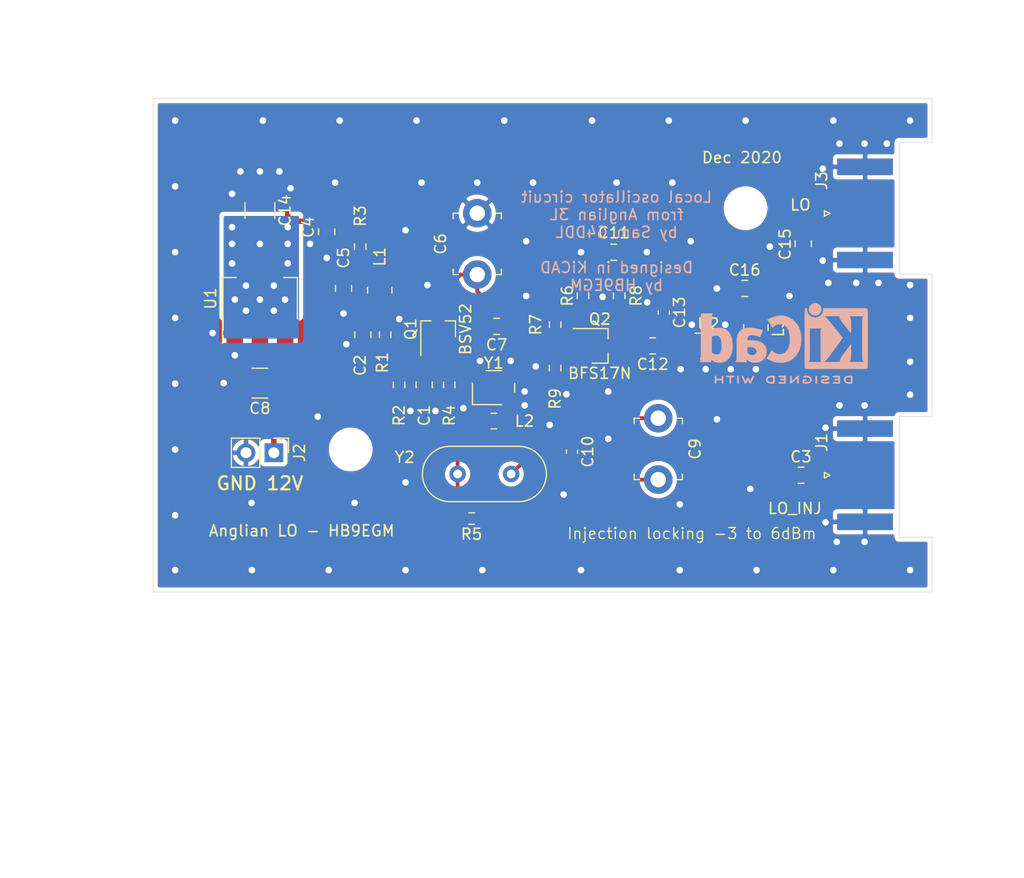
<source format=kicad_pcb>
(kicad_pcb (version 20171130) (host pcbnew 5.1.8)

  (general
    (thickness 1.6)
    (drawings 28)
    (tracks 235)
    (zones 0)
    (modules 40)
    (nets 17)
  )

  (page A4)
  (layers
    (0 F.Cu signal)
    (31 B.Cu signal)
    (32 B.Adhes user)
    (33 F.Adhes user)
    (34 B.Paste user)
    (35 F.Paste user)
    (36 B.SilkS user)
    (37 F.SilkS user)
    (38 B.Mask user)
    (39 F.Mask user)
    (40 Dwgs.User user)
    (41 Cmts.User user)
    (42 Eco1.User user)
    (43 Eco2.User user)
    (44 Edge.Cuts user)
    (45 Margin user)
    (46 B.CrtYd user)
    (47 F.CrtYd user)
    (48 B.Fab user hide)
    (49 F.Fab user hide)
  )

  (setup
    (last_trace_width 0.25)
    (user_trace_width 0.25)
    (user_trace_width 0.35)
    (user_trace_width 0.5)
    (trace_clearance 0.24)
    (zone_clearance 0.4)
    (zone_45_only no)
    (trace_min 0.2)
    (via_size 1)
    (via_drill 0.6)
    (via_min_size 0.4)
    (via_min_drill 0.3)
    (uvia_size 0.3)
    (uvia_drill 0.1)
    (uvias_allowed no)
    (uvia_min_size 0.2)
    (uvia_min_drill 0.1)
    (edge_width 0.05)
    (segment_width 0.2)
    (pcb_text_width 0.3)
    (pcb_text_size 1.5 1.5)
    (mod_edge_width 0.12)
    (mod_text_size 1 1)
    (mod_text_width 0.15)
    (pad_size 1.524 1.524)
    (pad_drill 0.762)
    (pad_to_mask_clearance 0)
    (aux_axis_origin 0 0)
    (visible_elements FFFFFF7F)
    (pcbplotparams
      (layerselection 0x010fc_ffffffff)
      (usegerberextensions false)
      (usegerberattributes true)
      (usegerberadvancedattributes true)
      (creategerberjobfile true)
      (excludeedgelayer true)
      (linewidth 0.100000)
      (plotframeref false)
      (viasonmask false)
      (mode 1)
      (useauxorigin false)
      (hpglpennumber 1)
      (hpglpenspeed 20)
      (hpglpendiameter 15.000000)
      (psnegative false)
      (psa4output false)
      (plotreference true)
      (plotvalue true)
      (plotinvisibletext false)
      (padsonsilk false)
      (subtractmaskfromsilk false)
      (outputformat 1)
      (mirror false)
      (drillshape 0)
      (scaleselection 1)
      (outputdirectory "out"))
  )

  (net 0 "")
  (net 1 "Net-(C1-Pad2)")
  (net 2 GND)
  (net 3 "Net-(C2-Pad2)")
  (net 4 "Net-(C3-Pad2)")
  (net 5 "Net-(C3-Pad1)")
  (net 6 +5V)
  (net 7 "Net-(C6-Pad1)")
  (net 8 "Net-(C7-Pad1)")
  (net 9 +12V)
  (net 10 "Net-(C10-Pad2)")
  (net 11 "Net-(C10-Pad1)")
  (net 12 "Net-(C12-Pad2)")
  (net 13 "Net-(C12-Pad1)")
  (net 14 "Net-(C15-Pad2)")
  (net 15 "Net-(C15-Pad1)")
  (net 16 "Net-(L2-Pad2)")

  (net_class Default "This is the default net class."
    (clearance 0.24)
    (trace_width 0.35)
    (via_dia 1)
    (via_drill 0.6)
    (uvia_dia 0.3)
    (uvia_drill 0.1)
    (add_net "Net-(C1-Pad2)")
    (add_net "Net-(C10-Pad1)")
    (add_net "Net-(C10-Pad2)")
    (add_net "Net-(C12-Pad1)")
    (add_net "Net-(C12-Pad2)")
    (add_net "Net-(C15-Pad1)")
    (add_net "Net-(C15-Pad2)")
    (add_net "Net-(C2-Pad2)")
    (add_net "Net-(C3-Pad1)")
    (add_net "Net-(C3-Pad2)")
    (add_net "Net-(C6-Pad1)")
    (add_net "Net-(C7-Pad1)")
    (add_net "Net-(L2-Pad2)")
  )

  (net_class Power ""
    (clearance 0.4)
    (trace_width 0.5)
    (via_dia 1)
    (via_drill 0.6)
    (uvia_dia 0.3)
    (uvia_drill 0.1)
    (add_net +12V)
    (add_net +5V)
    (add_net GND)
  )

  (module Capacitor_SMD:C_0603_1608Metric_Pad1.08x0.95mm_HandSolder (layer F.Cu) (tedit 5F68FEEF) (tstamp 5FB81058)
    (at 138.176 98.2 270)
    (descr "Capacitor SMD 0603 (1608 Metric), square (rectangular) end terminal, IPC_7351 nominal with elongated pad for handsoldering. (Body size source: IPC-SM-782 page 76, https://www.pcb-3d.com/wordpress/wp-content/uploads/ipc-sm-782a_amendment_1_and_2.pdf), generated with kicad-footprint-generator")
    (tags "capacitor handsolder")
    (path /5FBA8E69)
    (attr smd)
    (fp_text reference C10 (at 0 -1.43 90) (layer F.SilkS)
      (effects (font (size 1 1) (thickness 0.15)))
    )
    (fp_text value 8.2pF (at 0 1.43 90) (layer F.Fab)
      (effects (font (size 1 1) (thickness 0.15)))
    )
    (fp_text user %R (at 0 0 90) (layer F.Fab)
      (effects (font (size 0.4 0.4) (thickness 0.06)))
    )
    (fp_line (start -0.8 0.4) (end -0.8 -0.4) (layer F.Fab) (width 0.1))
    (fp_line (start -0.8 -0.4) (end 0.8 -0.4) (layer F.Fab) (width 0.1))
    (fp_line (start 0.8 -0.4) (end 0.8 0.4) (layer F.Fab) (width 0.1))
    (fp_line (start 0.8 0.4) (end -0.8 0.4) (layer F.Fab) (width 0.1))
    (fp_line (start -0.146267 -0.51) (end 0.146267 -0.51) (layer F.SilkS) (width 0.12))
    (fp_line (start -0.146267 0.51) (end 0.146267 0.51) (layer F.SilkS) (width 0.12))
    (fp_line (start -1.65 0.73) (end -1.65 -0.73) (layer F.CrtYd) (width 0.05))
    (fp_line (start -1.65 -0.73) (end 1.65 -0.73) (layer F.CrtYd) (width 0.05))
    (fp_line (start 1.65 -0.73) (end 1.65 0.73) (layer F.CrtYd) (width 0.05))
    (fp_line (start 1.65 0.73) (end -1.65 0.73) (layer F.CrtYd) (width 0.05))
    (pad 2 smd roundrect (at 0.8625 0 270) (size 1.075 0.95) (layers F.Cu F.Paste F.Mask) (roundrect_rratio 0.25)
      (net 10 "Net-(C10-Pad2)"))
    (pad 1 smd roundrect (at -0.8625 0 270) (size 1.075 0.95) (layers F.Cu F.Paste F.Mask) (roundrect_rratio 0.25)
      (net 11 "Net-(C10-Pad1)"))
    (model ${KISYS3DMOD}/Capacitor_SMD.3dshapes/C_0603_1608Metric.wrl
      (at (xyz 0 0 0))
      (scale (xyz 1 1 1))
      (rotate (xyz 0 0 0))
    )
  )

  (module MountingHole:MountingHole_3.2mm_M3 locked (layer F.Cu) (tedit 56D1B4CB) (tstamp 5FB868E2)
    (at 154 76)
    (descr "Mounting Hole 3.2mm, no annular, M3")
    (tags "mounting hole 3.2mm no annular m3")
    (attr virtual)
    (fp_text reference REF** (at 0 -4.2) (layer F.SilkS) hide
      (effects (font (size 1 1) (thickness 0.15)))
    )
    (fp_text value MountingHole_3.2mm_M3 (at 0 4.2) (layer F.Fab)
      (effects (font (size 1 1) (thickness 0.15)))
    )
    (fp_circle (center 0 0) (end 3.45 0) (layer F.CrtYd) (width 0.05))
    (fp_circle (center 0 0) (end 3.2 0) (layer Cmts.User) (width 0.15))
    (fp_text user %R (at 0.3 0) (layer F.Fab)
      (effects (font (size 1 1) (thickness 0.15)))
    )
    (pad 1 np_thru_hole circle (at 0 0) (size 3.2 3.2) (drill 3.2) (layers *.Cu *.Mask))
  )

  (module MountingHole:MountingHole_3.2mm_M3 locked (layer F.Cu) (tedit 56D1B4CB) (tstamp 5FB8687E)
    (at 118 98)
    (descr "Mounting Hole 3.2mm, no annular, M3")
    (tags "mounting hole 3.2mm no annular m3")
    (attr virtual)
    (fp_text reference REF** (at 0 -4.2) (layer F.SilkS) hide
      (effects (font (size 1 1) (thickness 0.15)))
    )
    (fp_text value MountingHole_3.2mm_M3 (at 0 4.2) (layer F.Fab)
      (effects (font (size 1 1) (thickness 0.15)))
    )
    (fp_circle (center 0 0) (end 3.2 0) (layer Cmts.User) (width 0.15))
    (fp_circle (center 0 0) (end 3.45 0) (layer F.CrtYd) (width 0.05))
    (fp_text user %R (at 0.3 0) (layer F.Fab)
      (effects (font (size 1 1) (thickness 0.15)))
    )
    (pad 1 np_thru_hole circle (at 0 0) (size 3.2 3.2) (drill 3.2) (layers *.Cu *.Mask))
  )

  (module Symbol:KiCad-Logo2_6mm_SilkScreen locked (layer B.Cu) (tedit 0) (tstamp 5FB864D5)
    (at 157.48 87.63 180)
    (descr "KiCad Logo")
    (tags "Logo KiCad")
    (attr virtual)
    (fp_text reference REF** (at 0 5.08) (layer B.SilkS) hide
      (effects (font (size 1 1) (thickness 0.15)) (justify mirror))
    )
    (fp_text value KiCad-Logo2_6mm_SilkScreen (at 0 -6.35) (layer B.Fab) hide
      (effects (font (size 1 1) (thickness 0.15)) (justify mirror))
    )
    (fp_poly (pts (xy -5.955743 2.526311) (xy -5.69122 2.526275) (xy -5.568088 2.52627) (xy -3.597189 2.52627)
      (xy -3.597189 2.41009) (xy -3.584789 2.268709) (xy -3.547364 2.138316) (xy -3.484577 2.018138)
      (xy -3.396094 1.907398) (xy -3.366157 1.877489) (xy -3.258466 1.792652) (xy -3.139725 1.730779)
      (xy -3.01346 1.691841) (xy -2.883197 1.67581) (xy -2.752465 1.682658) (xy -2.624788 1.712357)
      (xy -2.503695 1.76488) (xy -2.392712 1.840197) (xy -2.342868 1.885637) (xy -2.249983 1.997048)
      (xy -2.181873 2.119565) (xy -2.139129 2.251785) (xy -2.122347 2.392308) (xy -2.122124 2.406133)
      (xy -2.121244 2.526266) (xy -2.068443 2.526268) (xy -2.021604 2.519911) (xy -1.978817 2.504444)
      (xy -1.975989 2.502846) (xy -1.966325 2.497832) (xy -1.957451 2.493927) (xy -1.949335 2.489993)
      (xy -1.941943 2.484894) (xy -1.935245 2.477492) (xy -1.929208 2.466649) (xy -1.923801 2.451228)
      (xy -1.91899 2.430091) (xy -1.914745 2.402101) (xy -1.911032 2.366121) (xy -1.907821 2.321013)
      (xy -1.905078 2.26564) (xy -1.902772 2.198863) (xy -1.900871 2.119547) (xy -1.899342 2.026553)
      (xy -1.898154 1.918743) (xy -1.897274 1.794981) (xy -1.89667 1.654129) (xy -1.896311 1.49505)
      (xy -1.896165 1.316605) (xy -1.896198 1.117658) (xy -1.89638 0.897071) (xy -1.896677 0.653707)
      (xy -1.897059 0.386428) (xy -1.897492 0.094097) (xy -1.897945 -0.224424) (xy -1.897998 -0.26323)
      (xy -1.898404 -0.583782) (xy -1.898749 -0.878012) (xy -1.899069 -1.147056) (xy -1.8994 -1.392052)
      (xy -1.899779 -1.614137) (xy -1.900243 -1.814447) (xy -1.900828 -1.994119) (xy -1.90157 -2.15429)
      (xy -1.902506 -2.296098) (xy -1.903673 -2.420679) (xy -1.905107 -2.52917) (xy -1.906844 -2.622707)
      (xy -1.908922 -2.702429) (xy -1.911376 -2.769472) (xy -1.914244 -2.824973) (xy -1.917561 -2.870068)
      (xy -1.921364 -2.905895) (xy -1.92569 -2.933591) (xy -1.930575 -2.954293) (xy -1.936055 -2.969137)
      (xy -1.942168 -2.97926) (xy -1.94895 -2.9858) (xy -1.956437 -2.989893) (xy -1.964666 -2.992676)
      (xy -1.973673 -2.995287) (xy -1.983495 -2.998862) (xy -1.985894 -2.99995) (xy -1.993435 -3.002396)
      (xy -2.006056 -3.004642) (xy -2.024859 -3.006698) (xy -2.050947 -3.008572) (xy -2.085422 -3.010271)
      (xy -2.129385 -3.011803) (xy -2.183939 -3.013177) (xy -2.250185 -3.0144) (xy -2.329226 -3.015481)
      (xy -2.422163 -3.016427) (xy -2.530099 -3.017247) (xy -2.654136 -3.017947) (xy -2.795376 -3.018538)
      (xy -2.954921 -3.019025) (xy -3.133872 -3.019419) (xy -3.333332 -3.019725) (xy -3.554404 -3.019953)
      (xy -3.798188 -3.02011) (xy -4.065787 -3.020205) (xy -4.358303 -3.020245) (xy -4.676839 -3.020238)
      (xy -4.780021 -3.020228) (xy -5.105623 -3.020176) (xy -5.404881 -3.020091) (xy -5.678909 -3.019963)
      (xy -5.928824 -3.019785) (xy -6.15574 -3.019548) (xy -6.360773 -3.019242) (xy -6.545038 -3.01886)
      (xy -6.70965 -3.018392) (xy -6.855725 -3.01783) (xy -6.984376 -3.017165) (xy -7.096721 -3.016388)
      (xy -7.193874 -3.015491) (xy -7.27695 -3.014465) (xy -7.347064 -3.013301) (xy -7.405332 -3.011991)
      (xy -7.452869 -3.010525) (xy -7.49079 -3.008896) (xy -7.52021 -3.007093) (xy -7.542245 -3.00511)
      (xy -7.55801 -3.002936) (xy -7.56862 -3.000563) (xy -7.574404 -2.998391) (xy -7.584684 -2.994056)
      (xy -7.594122 -2.990859) (xy -7.602755 -2.987665) (xy -7.610619 -2.983338) (xy -7.617748 -2.976744)
      (xy -7.624179 -2.966747) (xy -7.629947 -2.952212) (xy -7.635089 -2.932003) (xy -7.63964 -2.904985)
      (xy -7.643635 -2.870023) (xy -7.647111 -2.825981) (xy -7.650102 -2.771724) (xy -7.652646 -2.706117)
      (xy -7.654777 -2.628024) (xy -7.656532 -2.53631) (xy -7.657945 -2.42984) (xy -7.658315 -2.388973)
      (xy -7.291884 -2.388973) (xy -5.996734 -2.388973) (xy -6.021655 -2.351217) (xy -6.046447 -2.312417)
      (xy -6.06744 -2.275469) (xy -6.084935 -2.237788) (xy -6.09923 -2.196788) (xy -6.110623 -2.149883)
      (xy -6.119413 -2.094487) (xy -6.125898 -2.028016) (xy -6.130377 -1.947883) (xy -6.13315 -1.851502)
      (xy -6.134513 -1.736289) (xy -6.134767 -1.599657) (xy -6.134209 -1.43902) (xy -6.133893 -1.379382)
      (xy -6.130325 -0.740041) (xy -5.725298 -1.291449) (xy -5.610554 -1.447876) (xy -5.511143 -1.584088)
      (xy -5.42599 -1.70189) (xy -5.354022 -1.803084) (xy -5.294166 -1.889477) (xy -5.245348 -1.962874)
      (xy -5.206495 -2.025077) (xy -5.176534 -2.077893) (xy -5.154391 -2.123125) (xy -5.138993 -2.162578)
      (xy -5.129266 -2.198058) (xy -5.124137 -2.231368) (xy -5.122532 -2.264313) (xy -5.123379 -2.298697)
      (xy -5.123595 -2.303019) (xy -5.128054 -2.389031) (xy -3.708692 -2.388973) (xy -3.814265 -2.282522)
      (xy -3.842913 -2.253406) (xy -3.87009 -2.225076) (xy -3.896989 -2.195968) (xy -3.924803 -2.16452)
      (xy -3.954725 -2.129169) (xy -3.987946 -2.088354) (xy -4.025661 -2.040511) (xy -4.06906 -1.984079)
      (xy -4.119338 -1.917494) (xy -4.177688 -1.839195) (xy -4.2453 -1.747619) (xy -4.323369 -1.641204)
      (xy -4.413088 -1.518387) (xy -4.515648 -1.377605) (xy -4.632242 -1.217297) (xy -4.727809 -1.085798)
      (xy -4.847749 -0.920596) (xy -4.95238 -0.776152) (xy -5.042648 -0.651094) (xy -5.119503 -0.544052)
      (xy -5.183891 -0.453654) (xy -5.236761 -0.378529) (xy -5.27906 -0.317304) (xy -5.311736 -0.26861)
      (xy -5.335738 -0.231074) (xy -5.352013 -0.203325) (xy -5.361508 -0.183992) (xy -5.365173 -0.171703)
      (xy -5.364071 -0.165242) (xy -5.350724 -0.148048) (xy -5.321866 -0.111655) (xy -5.27924 -0.058224)
      (xy -5.224585 0.010081) (xy -5.159644 0.091097) (xy -5.086158 0.18266) (xy -5.005868 0.282608)
      (xy -4.920515 0.388776) (xy -4.83184 0.499003) (xy -4.741586 0.611124) (xy -4.691944 0.672756)
      (xy -3.459373 0.672756) (xy -3.408146 0.580081) (xy -3.356919 0.487405) (xy -3.356919 -2.203622)
      (xy -3.408146 -2.296298) (xy -3.459373 -2.388973) (xy -2.853396 -2.388973) (xy -2.708734 -2.388931)
      (xy -2.589244 -2.388741) (xy -2.492642 -2.388308) (xy -2.416642 -2.387536) (xy -2.358957 -2.38633)
      (xy -2.317301 -2.384594) (xy -2.289389 -2.382232) (xy -2.272935 -2.37915) (xy -2.265652 -2.375251)
      (xy -2.265255 -2.37044) (xy -2.269458 -2.364622) (xy -2.269501 -2.364574) (xy -2.286813 -2.339532)
      (xy -2.309736 -2.298815) (xy -2.329981 -2.258168) (xy -2.368379 -2.176162) (xy -2.376211 0.672756)
      (xy -3.459373 0.672756) (xy -4.691944 0.672756) (xy -4.651493 0.722976) (xy -4.563302 0.832396)
      (xy -4.478754 0.937222) (xy -4.399592 1.035289) (xy -4.327556 1.124434) (xy -4.264387 1.202495)
      (xy -4.211827 1.267308) (xy -4.171617 1.31671) (xy -4.148 1.345513) (xy -4.05629 1.453222)
      (xy -3.96806 1.55042) (xy -3.886403 1.633924) (xy -3.81441 1.700552) (xy -3.763319 1.741401)
      (xy -3.702907 1.784865) (xy -5.092298 1.784865) (xy -5.091908 1.703334) (xy -5.095791 1.643394)
      (xy -5.11039 1.587823) (xy -5.132988 1.535145) (xy -5.147678 1.505385) (xy -5.163472 1.475897)
      (xy -5.181814 1.444724) (xy -5.204145 1.409907) (xy -5.231909 1.36949) (xy -5.266549 1.321514)
      (xy -5.309507 1.264022) (xy -5.362227 1.195057) (xy -5.426151 1.112661) (xy -5.502721 1.014876)
      (xy -5.593381 0.899745) (xy -5.699574 0.76531) (xy -5.711568 0.750141) (xy -6.130325 0.220588)
      (xy -6.134378 0.807078) (xy -6.135195 0.982749) (xy -6.135021 1.131468) (xy -6.133849 1.253725)
      (xy -6.131669 1.350011) (xy -6.128474 1.420817) (xy -6.124256 1.466631) (xy -6.122838 1.475321)
      (xy -6.100591 1.566865) (xy -6.071443 1.649392) (xy -6.038182 1.715747) (xy -6.0182 1.74389)
      (xy -5.983722 1.784865) (xy -6.637914 1.784865) (xy -6.793969 1.784731) (xy -6.924467 1.784297)
      (xy -7.03131 1.783511) (xy -7.116398 1.782324) (xy -7.181635 1.780683) (xy -7.228921 1.778539)
      (xy -7.260157 1.775841) (xy -7.277246 1.772538) (xy -7.282088 1.768579) (xy -7.281753 1.767702)
      (xy -7.267885 1.746769) (xy -7.244732 1.713588) (xy -7.232754 1.696807) (xy -7.220369 1.68006)
      (xy -7.209237 1.665085) (xy -7.199288 1.650406) (xy -7.190451 1.634551) (xy -7.182657 1.616045)
      (xy -7.175835 1.593415) (xy -7.169916 1.565187) (xy -7.164829 1.529887) (xy -7.160504 1.486042)
      (xy -7.156871 1.432178) (xy -7.15386 1.36682) (xy -7.151401 1.288496) (xy -7.149423 1.195732)
      (xy -7.147858 1.087053) (xy -7.146634 0.960987) (xy -7.145681 0.816058) (xy -7.14493 0.650794)
      (xy -7.144311 0.463721) (xy -7.143752 0.253365) (xy -7.143185 0.018252) (xy -7.142655 -0.197741)
      (xy -7.142155 -0.438535) (xy -7.141895 -0.668274) (xy -7.141868 -0.885493) (xy -7.142067 -1.088722)
      (xy -7.142486 -1.276496) (xy -7.143118 -1.447345) (xy -7.143956 -1.599803) (xy -7.144992 -1.732403)
      (xy -7.14622 -1.843676) (xy -7.147633 -1.932156) (xy -7.149225 -1.996375) (xy -7.150987 -2.034865)
      (xy -7.151321 -2.038933) (xy -7.163466 -2.132248) (xy -7.182427 -2.20719) (xy -7.211302 -2.272594)
      (xy -7.25319 -2.337293) (xy -7.258429 -2.344352) (xy -7.291884 -2.388973) (xy -7.658315 -2.388973)
      (xy -7.659054 -2.307479) (xy -7.659893 -2.16809) (xy -7.660498 -2.010539) (xy -7.660905 -1.833691)
      (xy -7.66115 -1.63641) (xy -7.661267 -1.41756) (xy -7.661295 -1.176007) (xy -7.661267 -0.910615)
      (xy -7.66122 -0.620249) (xy -7.66119 -0.303773) (xy -7.661189 -0.240946) (xy -7.661172 0.078863)
      (xy -7.661112 0.372339) (xy -7.661002 0.64061) (xy -7.660833 0.884802) (xy -7.660597 1.106043)
      (xy -7.660284 1.30546) (xy -7.659885 1.48418) (xy -7.659393 1.643329) (xy -7.658797 1.784034)
      (xy -7.65809 1.907424) (xy -7.657263 2.014624) (xy -7.656307 2.106762) (xy -7.655213 2.184965)
      (xy -7.653973 2.250359) (xy -7.652578 2.304072) (xy -7.651018 2.347231) (xy -7.649286 2.380963)
      (xy -7.647372 2.406395) (xy -7.645268 2.424653) (xy -7.642966 2.436866) (xy -7.640455 2.444159)
      (xy -7.640363 2.444341) (xy -7.635192 2.455482) (xy -7.630885 2.465569) (xy -7.626121 2.474654)
      (xy -7.619578 2.482788) (xy -7.609935 2.490024) (xy -7.595871 2.496414) (xy -7.576063 2.502011)
      (xy -7.549191 2.506867) (xy -7.513933 2.511034) (xy -7.468968 2.514564) (xy -7.412974 2.517509)
      (xy -7.344629 2.519923) (xy -7.262614 2.521856) (xy -7.165605 2.523362) (xy -7.052282 2.524492)
      (xy -6.921323 2.525298) (xy -6.771407 2.525834) (xy -6.601213 2.526151) (xy -6.409418 2.526301)
      (xy -6.194702 2.526337) (xy -5.955743 2.526311)) (layer B.SilkS) (width 0.01))
    (fp_poly (pts (xy 0.439962 1.839501) (xy 0.588014 1.823293) (xy 0.731452 1.794282) (xy 0.87611 1.750955)
      (xy 1.027824 1.691799) (xy 1.192428 1.6153) (xy 1.222071 1.600483) (xy 1.290098 1.566969)
      (xy 1.354256 1.536792) (xy 1.408215 1.512834) (xy 1.44564 1.497976) (xy 1.451389 1.496105)
      (xy 1.506486 1.479598) (xy 1.259851 1.120799) (xy 1.199552 1.033107) (xy 1.144422 0.952988)
      (xy 1.096336 0.883164) (xy 1.057168 0.826353) (xy 1.028794 0.785277) (xy 1.013087 0.762654)
      (xy 1.010536 0.759072) (xy 1.000171 0.766562) (xy 0.97466 0.789082) (xy 0.938563 0.822539)
      (xy 0.918642 0.84145) (xy 0.805773 0.931222) (xy 0.679014 0.999439) (xy 0.569783 1.036805)
      (xy 0.504214 1.04854) (xy 0.422116 1.055692) (xy 0.333144 1.058126) (xy 0.246956 1.055712)
      (xy 0.173205 1.048317) (xy 0.143776 1.042653) (xy 0.011133 0.997018) (xy -0.108394 0.927337)
      (xy -0.214717 0.83374) (xy -0.307747 0.716351) (xy -0.387395 0.5753) (xy -0.453574 0.410714)
      (xy -0.506194 0.22272) (xy -0.537467 0.061783) (xy -0.545626 -0.009263) (xy -0.551185 -0.101046)
      (xy -0.554198 -0.206968) (xy -0.554719 -0.320434) (xy -0.5528 -0.434849) (xy -0.548497 -0.543617)
      (xy -0.541863 -0.640143) (xy -0.532951 -0.717831) (xy -0.531021 -0.729817) (xy -0.488501 -0.922892)
      (xy -0.430567 -1.093773) (xy -0.356867 -1.243224) (xy -0.267049 -1.372011) (xy -0.203293 -1.441639)
      (xy -0.088714 -1.536173) (xy 0.036942 -1.606246) (xy 0.171557 -1.651477) (xy 0.313011 -1.671484)
      (xy 0.459183 -1.665885) (xy 0.607955 -1.6343) (xy 0.695911 -1.603394) (xy 0.817629 -1.541506)
      (xy 0.94308 -1.452729) (xy 1.013353 -1.392694) (xy 1.052811 -1.357947) (xy 1.083812 -1.332454)
      (xy 1.101458 -1.32017) (xy 1.103648 -1.319795) (xy 1.111524 -1.332347) (xy 1.131932 -1.365516)
      (xy 1.163132 -1.416458) (xy 1.203386 -1.482331) (xy 1.250957 -1.560289) (xy 1.304104 -1.64749)
      (xy 1.333687 -1.696067) (xy 1.559648 -2.067215) (xy 1.277527 -2.206639) (xy 1.175522 -2.256719)
      (xy 1.092889 -2.29621) (xy 1.024578 -2.327073) (xy 0.965537 -2.351268) (xy 0.910714 -2.370758)
      (xy 0.85506 -2.387503) (xy 0.793523 -2.403465) (xy 0.73454 -2.417482) (xy 0.682115 -2.428329)
      (xy 0.627288 -2.436526) (xy 0.564572 -2.442528) (xy 0.488477 -2.44679) (xy 0.393516 -2.449767)
      (xy 0.329513 -2.451052) (xy 0.238192 -2.45193) (xy 0.150627 -2.451487) (xy 0.072612 -2.449852)
      (xy 0.009942 -2.447149) (xy -0.031587 -2.443505) (xy -0.034048 -2.443142) (xy -0.249697 -2.396487)
      (xy -0.452207 -2.325729) (xy -0.641505 -2.230914) (xy -0.817521 -2.112089) (xy -0.980184 -1.9693)
      (xy -1.129422 -1.802594) (xy -1.237504 -1.654433) (xy -1.352566 -1.460502) (xy -1.445577 -1.255699)
      (xy -1.516987 -1.038383) (xy -1.567244 -0.806912) (xy -1.596799 -0.559643) (xy -1.606111 -0.308559)
      (xy -1.598452 -0.06567) (xy -1.574387 0.15843) (xy -1.533148 0.367523) (xy -1.473973 0.565387)
      (xy -1.396096 0.755804) (xy -1.386797 0.775532) (xy -1.284352 0.959941) (xy -1.158528 1.135424)
      (xy -1.012888 1.29835) (xy -0.850999 1.445086) (xy -0.676424 1.571999) (xy -0.513756 1.665095)
      (xy -0.349427 1.738009) (xy -0.184749 1.790826) (xy -0.013348 1.824985) (xy 0.171153 1.841922)
      (xy 0.281459 1.84442) (xy 0.439962 1.839501)) (layer B.SilkS) (width 0.01))
    (fp_poly (pts (xy 3.167505 0.735771) (xy 3.235531 0.730622) (xy 3.430163 0.704727) (xy 3.602529 0.663425)
      (xy 3.75347 0.606147) (xy 3.883825 0.532326) (xy 3.994434 0.441392) (xy 4.086135 0.332778)
      (xy 4.15977 0.205915) (xy 4.213539 0.068648) (xy 4.227187 0.024863) (xy 4.239073 -0.016141)
      (xy 4.249334 -0.056569) (xy 4.258113 -0.09863) (xy 4.265548 -0.144531) (xy 4.27178 -0.19648)
      (xy 4.27695 -0.256685) (xy 4.281196 -0.327352) (xy 4.28466 -0.410689) (xy 4.287481 -0.508905)
      (xy 4.2898 -0.624205) (xy 4.291757 -0.758799) (xy 4.293491 -0.914893) (xy 4.295143 -1.094695)
      (xy 4.296324 -1.235676) (xy 4.30427 -2.203622) (xy 4.355756 -2.29677) (xy 4.380137 -2.341645)
      (xy 4.39828 -2.376501) (xy 4.406935 -2.395054) (xy 4.407243 -2.396311) (xy 4.394014 -2.397749)
      (xy 4.356326 -2.399074) (xy 4.297183 -2.400249) (xy 4.219586 -2.401237) (xy 4.126536 -2.401999)
      (xy 4.021035 -2.4025) (xy 3.906084 -2.402701) (xy 3.892378 -2.402703) (xy 3.377513 -2.402703)
      (xy 3.377513 -2.286) (xy 3.376635 -2.23326) (xy 3.374292 -2.192926) (xy 3.370921 -2.1713)
      (xy 3.369431 -2.169298) (xy 3.355804 -2.177683) (xy 3.327757 -2.199692) (xy 3.291303 -2.230601)
      (xy 3.290485 -2.231316) (xy 3.223962 -2.280843) (xy 3.139948 -2.330575) (xy 3.047937 -2.375626)
      (xy 2.957421 -2.41111) (xy 2.917567 -2.423236) (xy 2.838255 -2.438637) (xy 2.740935 -2.448465)
      (xy 2.634516 -2.45258) (xy 2.527907 -2.450841) (xy 2.430017 -2.443108) (xy 2.361513 -2.431981)
      (xy 2.19352 -2.382648) (xy 2.042281 -2.312342) (xy 1.908782 -2.221933) (xy 1.794006 -2.112295)
      (xy 1.698937 -1.984299) (xy 1.62456 -1.838818) (xy 1.592474 -1.750541) (xy 1.572365 -1.664739)
      (xy 1.559038 -1.561736) (xy 1.552872 -1.451034) (xy 1.553074 -1.434925) (xy 2.481648 -1.434925)
      (xy 2.489348 -1.517184) (xy 2.514989 -1.585546) (xy 2.562378 -1.64897) (xy 2.580579 -1.667567)
      (xy 2.645282 -1.717846) (xy 2.720066 -1.750056) (xy 2.809662 -1.765648) (xy 2.904012 -1.766796)
      (xy 2.993501 -1.759216) (xy 3.062018 -1.744389) (xy 3.091775 -1.733253) (xy 3.145408 -1.702904)
      (xy 3.202235 -1.660221) (xy 3.254082 -1.612317) (xy 3.292778 -1.566301) (xy 3.303054 -1.549421)
      (xy 3.311042 -1.525782) (xy 3.316721 -1.488168) (xy 3.320356 -1.432985) (xy 3.322211 -1.35664)
      (xy 3.322594 -1.283981) (xy 3.322335 -1.19927) (xy 3.321287 -1.138018) (xy 3.319045 -1.096227)
      (xy 3.315206 -1.069899) (xy 3.309365 -1.055035) (xy 3.301118 -1.047639) (xy 3.298567 -1.046461)
      (xy 3.2764 -1.042833) (xy 3.23268 -1.039866) (xy 3.173311 -1.037827) (xy 3.104196 -1.036983)
      (xy 3.089189 -1.036982) (xy 2.996805 -1.038457) (xy 2.925432 -1.042842) (xy 2.868719 -1.050738)
      (xy 2.821872 -1.06227) (xy 2.705669 -1.106215) (xy 2.614543 -1.160243) (xy 2.547705 -1.225219)
      (xy 2.504365 -1.302005) (xy 2.483734 -1.391467) (xy 2.481648 -1.434925) (xy 1.553074 -1.434925)
      (xy 1.554244 -1.342133) (xy 1.563532 -1.244536) (xy 1.570777 -1.205105) (xy 1.617039 -1.058701)
      (xy 1.687384 -0.923995) (xy 1.780484 -0.80228) (xy 1.895012 -0.694847) (xy 2.02964 -0.602988)
      (xy 2.18304 -0.527996) (xy 2.313459 -0.482458) (xy 2.400623 -0.458533) (xy 2.483996 -0.439943)
      (xy 2.568976 -0.426084) (xy 2.660965 -0.416351) (xy 2.765362 -0.410141) (xy 2.887568 -0.406851)
      (xy 2.998055 -0.405924) (xy 3.325677 -0.405027) (xy 3.319401 -0.306547) (xy 3.301579 -0.199695)
      (xy 3.263667 -0.107852) (xy 3.20728 -0.03331) (xy 3.134031 0.021636) (xy 3.069535 0.048448)
      (xy 2.977123 0.065346) (xy 2.867111 0.067773) (xy 2.744656 0.056622) (xy 2.614914 0.03279)
      (xy 2.483042 -0.00283) (xy 2.354198 -0.049343) (xy 2.260566 -0.091883) (xy 2.215517 -0.113728)
      (xy 2.181156 -0.128984) (xy 2.163681 -0.134937) (xy 2.162733 -0.134746) (xy 2.156703 -0.121412)
      (xy 2.141645 -0.086068) (xy 2.118977 -0.032101) (xy 2.090115 0.037104) (xy 2.056477 0.11816)
      (xy 2.022284 0.200882) (xy 1.885586 0.532197) (xy 1.98282 0.548167) (xy 2.024964 0.55618)
      (xy 2.088319 0.569639) (xy 2.167457 0.587321) (xy 2.256951 0.608004) (xy 2.351373 0.630468)
      (xy 2.388973 0.639597) (xy 2.551637 0.677326) (xy 2.69405 0.705612) (xy 2.821527 0.725028)
      (xy 2.939384 0.736146) (xy 3.052938 0.739536) (xy 3.167505 0.735771)) (layer B.SilkS) (width 0.01))
    (fp_poly (pts (xy 6.84227 2.043175) (xy 6.959041 2.042696) (xy 6.998729 2.042455) (xy 7.544486 2.038865)
      (xy 7.551351 -0.054919) (xy 7.552258 -0.338842) (xy 7.553062 -0.59664) (xy 7.553815 -0.829646)
      (xy 7.554569 -1.039194) (xy 7.555375 -1.226618) (xy 7.556285 -1.39325) (xy 7.557351 -1.540425)
      (xy 7.558624 -1.669477) (xy 7.560156 -1.781739) (xy 7.561998 -1.878544) (xy 7.564203 -1.961226)
      (xy 7.566822 -2.031119) (xy 7.569906 -2.089557) (xy 7.573508 -2.137872) (xy 7.577678 -2.1774)
      (xy 7.582469 -2.209473) (xy 7.587931 -2.235424) (xy 7.594118 -2.256589) (xy 7.60108 -2.274299)
      (xy 7.608869 -2.289889) (xy 7.617537 -2.304693) (xy 7.627135 -2.320044) (xy 7.637715 -2.337276)
      (xy 7.639884 -2.340946) (xy 7.676268 -2.403031) (xy 7.150431 -2.399434) (xy 6.624594 -2.395838)
      (xy 6.617729 -2.280331) (xy 6.613992 -2.224899) (xy 6.610097 -2.192851) (xy 6.604811 -2.180135)
      (xy 6.596903 -2.182696) (xy 6.59027 -2.190024) (xy 6.561374 -2.216714) (xy 6.514279 -2.251021)
      (xy 6.45562 -2.288846) (xy 6.392031 -2.32609) (xy 6.330149 -2.358653) (xy 6.282634 -2.380077)
      (xy 6.171316 -2.415283) (xy 6.043596 -2.440222) (xy 5.908901 -2.453941) (xy 5.776663 -2.455486)
      (xy 5.656308 -2.443906) (xy 5.654326 -2.443574) (xy 5.489641 -2.40225) (xy 5.335479 -2.336412)
      (xy 5.193328 -2.247474) (xy 5.064675 -2.136852) (xy 4.951007 -2.005961) (xy 4.85381 -1.856216)
      (xy 4.774572 -1.689033) (xy 4.73143 -1.56519) (xy 4.702979 -1.461581) (xy 4.68188 -1.361252)
      (xy 4.667488 -1.258109) (xy 4.659158 -1.146057) (xy 4.656245 -1.019001) (xy 4.657535 -0.915252)
      (xy 5.67065 -0.915252) (xy 5.675444 -1.089222) (xy 5.690568 -1.238895) (xy 5.716485 -1.365597)
      (xy 5.753663 -1.470658) (xy 5.802565 -1.555406) (xy 5.863658 -1.621169) (xy 5.934177 -1.667659)
      (xy 5.970871 -1.685014) (xy 6.002696 -1.695419) (xy 6.038177 -1.700179) (xy 6.085841 -1.700601)
      (xy 6.137189 -1.698748) (xy 6.238169 -1.689841) (xy 6.318035 -1.672398) (xy 6.343135 -1.663661)
      (xy 6.400448 -1.637857) (xy 6.460897 -1.605453) (xy 6.487297 -1.589233) (xy 6.555946 -1.544205)
      (xy 6.555946 -0.116982) (xy 6.480432 -0.071718) (xy 6.375121 -0.020572) (xy 6.267525 0.009676)
      (xy 6.161581 0.019205) (xy 6.061224 0.008193) (xy 5.970387 -0.023181) (xy 5.893007 -0.07474)
      (xy 5.868039 -0.099488) (xy 5.807856 -0.180577) (xy 5.759145 -0.278734) (xy 5.721499 -0.395643)
      (xy 5.694512 -0.532985) (xy 5.677775 -0.692444) (xy 5.670883 -0.8757) (xy 5.67065 -0.915252)
      (xy 4.657535 -0.915252) (xy 4.658073 -0.872067) (xy 4.669647 -0.646053) (xy 4.69292 -0.442192)
      (xy 4.728504 -0.257513) (xy 4.777013 -0.089048) (xy 4.83906 0.066174) (xy 4.861201 0.112192)
      (xy 4.950385 0.262261) (xy 5.058159 0.395623) (xy 5.18199 0.510123) (xy 5.319342 0.603611)
      (xy 5.467683 0.673932) (xy 5.556604 0.70294) (xy 5.643933 0.72016) (xy 5.749011 0.730406)
      (xy 5.863029 0.733682) (xy 5.977177 0.729991) (xy 6.082648 0.71934) (xy 6.167334 0.70263)
      (xy 6.268128 0.66986) (xy 6.365822 0.627721) (xy 6.451296 0.580481) (xy 6.496789 0.548419)
      (xy 6.528169 0.524578) (xy 6.550142 0.510061) (xy 6.555141 0.508) (xy 6.55669 0.521282)
      (xy 6.558135 0.559337) (xy 6.559443 0.619481) (xy 6.560583 0.699027) (xy 6.561521 0.795289)
      (xy 6.562226 0.905581) (xy 6.562667 1.027219) (xy 6.562811 1.151115) (xy 6.56273 1.309804)
      (xy 6.562335 1.443592) (xy 6.561395 1.55504) (xy 6.55968 1.646705) (xy 6.556957 1.721147)
      (xy 6.552997 1.780925) (xy 6.547569 1.828598) (xy 6.540441 1.866726) (xy 6.531384 1.897866)
      (xy 6.520167 1.924579) (xy 6.506558 1.949423) (xy 6.490328 1.974957) (xy 6.48824 1.978119)
      (xy 6.467306 2.01119) (xy 6.454667 2.033931) (xy 6.452973 2.038728) (xy 6.466216 2.040241)
      (xy 6.504002 2.041472) (xy 6.563416 2.042401) (xy 6.641542 2.043008) (xy 6.735465 2.043273)
      (xy 6.84227 2.043175)) (layer B.SilkS) (width 0.01))
    (fp_poly (pts (xy -2.726079 2.96351) (xy -2.622973 2.927762) (xy -2.526978 2.871493) (xy -2.441247 2.794712)
      (xy -2.36893 2.697427) (xy -2.336445 2.636108) (xy -2.308332 2.55034) (xy -2.294705 2.451323)
      (xy -2.296214 2.349529) (xy -2.312969 2.257286) (xy -2.358763 2.144568) (xy -2.425168 2.046793)
      (xy -2.508809 1.965885) (xy -2.606312 1.903768) (xy -2.7143 1.862366) (xy -2.829399 1.843603)
      (xy -2.948234 1.849402) (xy -3.006811 1.861794) (xy -3.120972 1.906203) (xy -3.222365 1.973967)
      (xy -3.308545 2.062999) (xy -3.377066 2.171209) (xy -3.382864 2.183027) (xy -3.402904 2.227372)
      (xy -3.415487 2.26472) (xy -3.422319 2.30412) (xy -3.425105 2.354619) (xy -3.425568 2.409567)
      (xy -3.424803 2.475585) (xy -3.421352 2.523311) (xy -3.413477 2.561897) (xy -3.399443 2.600494)
      (xy -3.38212 2.638574) (xy -3.317505 2.746672) (xy -3.237934 2.834197) (xy -3.14656 2.901159)
      (xy -3.046536 2.947564) (xy -2.941012 2.973419) (xy -2.833142 2.978732) (xy -2.726079 2.96351)) (layer B.SilkS) (width 0.01))
    (fp_poly (pts (xy 6.240531 -3.640725) (xy 6.27191 -3.662968) (xy 6.299619 -3.690677) (xy 6.299619 -4.000112)
      (xy 6.299546 -4.091991) (xy 6.299203 -4.164032) (xy 6.2984 -4.218972) (xy 6.296949 -4.259552)
      (xy 6.29466 -4.288509) (xy 6.291344 -4.308583) (xy 6.286813 -4.322513) (xy 6.280877 -4.333037)
      (xy 6.276222 -4.339292) (xy 6.245491 -4.363865) (xy 6.210204 -4.366533) (xy 6.177953 -4.351463)
      (xy 6.167296 -4.342566) (xy 6.160172 -4.330749) (xy 6.155875 -4.311718) (xy 6.153699 -4.281184)
      (xy 6.152936 -4.234854) (xy 6.152863 -4.199063) (xy 6.152863 -4.064237) (xy 5.656152 -4.064237)
      (xy 5.656152 -4.186892) (xy 5.655639 -4.242979) (xy 5.653584 -4.281525) (xy 5.649216 -4.307553)
      (xy 5.641764 -4.326089) (xy 5.632755 -4.339292) (xy 5.601852 -4.363796) (xy 5.566904 -4.366698)
      (xy 5.533446 -4.349281) (xy 5.524312 -4.340151) (xy 5.51786 -4.328047) (xy 5.513605 -4.309193)
      (xy 5.51106 -4.279812) (xy 5.509737 -4.236129) (xy 5.509151 -4.174367) (xy 5.509083 -4.160192)
      (xy 5.508599 -4.043823) (xy 5.508349 -3.947919) (xy 5.508431 -3.870369) (xy 5.508939 -3.809061)
      (xy 5.50997 -3.761882) (xy 5.511621 -3.726722) (xy 5.513987 -3.701468) (xy 5.517165 -3.684009)
      (xy 5.521252 -3.672233) (xy 5.526342 -3.664027) (xy 5.531974 -3.657837) (xy 5.563836 -3.638036)
      (xy 5.597065 -3.640725) (xy 5.628443 -3.662968) (xy 5.641141 -3.677318) (xy 5.649234 -3.69317)
      (xy 5.65375 -3.715746) (xy 5.655714 -3.75027) (xy 5.656152 -3.801968) (xy 5.656152 -3.917481)
      (xy 6.152863 -3.917481) (xy 6.152863 -3.798948) (xy 6.15337 -3.74434) (xy 6.155406 -3.707467)
      (xy 6.159743 -3.683499) (xy 6.167155 -3.667607) (xy 6.175441 -3.657837) (xy 6.207302 -3.638036)
      (xy 6.240531 -3.640725)) (layer B.SilkS) (width 0.01))
    (fp_poly (pts (xy 4.974773 -3.635355) (xy 5.05348 -3.635734) (xy 5.114571 -3.636525) (xy 5.160525 -3.637862)
      (xy 5.193822 -3.639875) (xy 5.216944 -3.642698) (xy 5.23237 -3.646461) (xy 5.242579 -3.651297)
      (xy 5.247521 -3.655014) (xy 5.273165 -3.68755) (xy 5.276267 -3.72133) (xy 5.260419 -3.752018)
      (xy 5.250056 -3.764281) (xy 5.238904 -3.772642) (xy 5.222743 -3.777849) (xy 5.19735 -3.780649)
      (xy 5.158506 -3.781788) (xy 5.101988 -3.782013) (xy 5.090888 -3.782014) (xy 4.944952 -3.782014)
      (xy 4.944952 -4.052948) (xy 4.944856 -4.138346) (xy 4.944419 -4.204056) (xy 4.94342 -4.252966)
      (xy 4.941636 -4.287965) (xy 4.938845 -4.311941) (xy 4.934825 -4.327785) (xy 4.929353 -4.338383)
      (xy 4.922374 -4.346459) (xy 4.889442 -4.366304) (xy 4.855062 -4.36474) (xy 4.823884 -4.342098)
      (xy 4.821594 -4.339292) (xy 4.814137 -4.328684) (xy 4.808455 -4.316273) (xy 4.804309 -4.299042)
      (xy 4.801458 -4.273976) (xy 4.799662 -4.238059) (xy 4.79868 -4.188275) (xy 4.798272 -4.121609)
      (xy 4.798197 -4.045781) (xy 4.798197 -3.782014) (xy 4.658835 -3.782014) (xy 4.59903 -3.78161)
      (xy 4.557626 -3.780032) (xy 4.530456 -3.776739) (xy 4.513354 -3.771184) (xy 4.502151 -3.762823)
      (xy 4.500791 -3.76137) (xy 4.484433 -3.728131) (xy 4.48588 -3.690554) (xy 4.504686 -3.657837)
      (xy 4.511958 -3.65149) (xy 4.521335 -3.646458) (xy 4.535317 -3.642588) (xy 4.556404 -3.639729)
      (xy 4.587097 -3.637727) (xy 4.629897 -3.636431) (xy 4.687303 -3.63569) (xy 4.761818 -3.63535)
      (xy 4.855941 -3.63526) (xy 4.875968 -3.635259) (xy 4.974773 -3.635355)) (layer B.SilkS) (width 0.01))
    (fp_poly (pts (xy 4.200322 -3.642069) (xy 4.224035 -3.656839) (xy 4.250686 -3.678419) (xy 4.250686 -3.999965)
      (xy 4.250601 -4.094022) (xy 4.250237 -4.168124) (xy 4.249432 -4.224896) (xy 4.248021 -4.26696)
      (xy 4.245841 -4.29694) (xy 4.242729 -4.317459) (xy 4.238522 -4.331141) (xy 4.233056 -4.340608)
      (xy 4.22918 -4.345274) (xy 4.197742 -4.365767) (xy 4.161941 -4.364931) (xy 4.130581 -4.347456)
      (xy 4.10393 -4.325876) (xy 4.10393 -3.678419) (xy 4.130581 -3.656839) (xy 4.156302 -3.641141)
      (xy 4.177308 -3.635259) (xy 4.200322 -3.642069)) (layer B.SilkS) (width 0.01))
    (fp_poly (pts (xy 3.756373 -3.637226) (xy 3.775963 -3.644227) (xy 3.776718 -3.644569) (xy 3.803321 -3.66487)
      (xy 3.817978 -3.685753) (xy 3.820846 -3.695544) (xy 3.820704 -3.708553) (xy 3.816669 -3.727087)
      (xy 3.807854 -3.753449) (xy 3.793377 -3.789944) (xy 3.772353 -3.838879) (xy 3.743896 -3.902557)
      (xy 3.707123 -3.983285) (xy 3.686883 -4.027408) (xy 3.650333 -4.106177) (xy 3.616023 -4.178615)
      (xy 3.58526 -4.242072) (xy 3.559356 -4.2939) (xy 3.539618 -4.331451) (xy 3.527358 -4.352076)
      (xy 3.524932 -4.354925) (xy 3.493891 -4.367494) (xy 3.458829 -4.365811) (xy 3.430708 -4.350524)
      (xy 3.429562 -4.349281) (xy 3.418376 -4.332346) (xy 3.399612 -4.299362) (xy 3.375583 -4.254572)
      (xy 3.348605 -4.202224) (xy 3.338909 -4.182934) (xy 3.265722 -4.036342) (xy 3.185948 -4.195585)
      (xy 3.157475 -4.250607) (xy 3.131058 -4.298324) (xy 3.108856 -4.335085) (xy 3.093027 -4.357236)
      (xy 3.087662 -4.361933) (xy 3.045965 -4.368294) (xy 3.011557 -4.354925) (xy 3.001436 -4.340638)
      (xy 2.983922 -4.308884) (xy 2.960443 -4.262789) (xy 2.932428 -4.205477) (xy 2.901307 -4.140072)
      (xy 2.868507 -4.069699) (xy 2.835458 -3.997483) (xy 2.803589 -3.926547) (xy 2.774327 -3.860017)
      (xy 2.749103 -3.801018) (xy 2.729344 -3.752673) (xy 2.71648 -3.718107) (xy 2.711939 -3.700445)
      (xy 2.711985 -3.699805) (xy 2.723034 -3.67758) (xy 2.745118 -3.654945) (xy 2.746418 -3.65396)
      (xy 2.773561 -3.638617) (xy 2.798666 -3.638766) (xy 2.808076 -3.641658) (xy 2.819542 -3.64791)
      (xy 2.831718 -3.660206) (xy 2.846065 -3.6811) (xy 2.864044 -3.713141) (xy 2.887115 -3.75888)
      (xy 2.916738 -3.820869) (xy 2.943453 -3.87809) (xy 2.974188 -3.944418) (xy 3.001729 -4.004066)
      (xy 3.024646 -4.053917) (xy 3.041506 -4.090856) (xy 3.050881 -4.111765) (xy 3.052248 -4.115037)
      (xy 3.058397 -4.109689) (xy 3.07253 -4.087301) (xy 3.092765 -4.051138) (xy 3.117223 -4.004469)
      (xy 3.126956 -3.985214) (xy 3.159925 -3.920196) (xy 3.185351 -3.872846) (xy 3.20532 -3.840411)
      (xy 3.221918 -3.820138) (xy 3.237232 -3.809274) (xy 3.253348 -3.805067) (xy 3.263851 -3.804592)
      (xy 3.282378 -3.806234) (xy 3.298612 -3.813023) (xy 3.314743 -3.827758) (xy 3.332959 -3.853236)
      (xy 3.355447 -3.892253) (xy 3.384397 -3.947606) (xy 3.40037 -3.979095) (xy 3.426278 -4.029279)
      (xy 3.448875 -4.070896) (xy 3.466166 -4.100434) (xy 3.476158 -4.114381) (xy 3.477517 -4.114962)
      (xy 3.483969 -4.103985) (xy 3.498416 -4.075482) (xy 3.519411 -4.032436) (xy 3.545505 -3.97783)
      (xy 3.575254 -3.914646) (xy 3.589888 -3.883263) (xy 3.627958 -3.80227) (xy 3.658613 -3.739948)
      (xy 3.683445 -3.694263) (xy 3.704045 -3.663181) (xy 3.722006 -3.64467) (xy 3.738918 -3.636696)
      (xy 3.756373 -3.637226)) (layer B.SilkS) (width 0.01))
    (fp_poly (pts (xy 1.030017 -3.635467) (xy 1.158996 -3.639828) (xy 1.268699 -3.653053) (xy 1.360934 -3.675933)
      (xy 1.43751 -3.709262) (xy 1.500235 -3.75383) (xy 1.55092 -3.810428) (xy 1.591371 -3.87985)
      (xy 1.592167 -3.881543) (xy 1.616309 -3.943675) (xy 1.624911 -3.998701) (xy 1.617939 -4.054079)
      (xy 1.595362 -4.117265) (xy 1.59108 -4.126881) (xy 1.56188 -4.183158) (xy 1.529064 -4.226643)
      (xy 1.48671 -4.263609) (xy 1.428898 -4.300327) (xy 1.425539 -4.302244) (xy 1.375212 -4.326419)
      (xy 1.318329 -4.344474) (xy 1.251235 -4.357031) (xy 1.170273 -4.364714) (xy 1.07179 -4.368145)
      (xy 1.036994 -4.368443) (xy 0.871302 -4.369037) (xy 0.847905 -4.339292) (xy 0.840965 -4.329511)
      (xy 0.83555 -4.318089) (xy 0.831473 -4.302287) (xy 0.828545 -4.279367) (xy 0.826575 -4.246588)
      (xy 0.825933 -4.222281) (xy 0.982552 -4.222281) (xy 1.076434 -4.222281) (xy 1.131372 -4.220675)
      (xy 1.187768 -4.216447) (xy 1.234053 -4.210484) (xy 1.236847 -4.209982) (xy 1.319056 -4.187928)
      (xy 1.382822 -4.154792) (xy 1.43016 -4.109039) (xy 1.46309 -4.049131) (xy 1.468816 -4.033253)
      (xy 1.474429 -4.008525) (xy 1.471999 -3.984094) (xy 1.460175 -3.951592) (xy 1.453048 -3.935626)
      (xy 1.429708 -3.893198) (xy 1.401588 -3.863432) (xy 1.370648 -3.842703) (xy 1.308674 -3.815729)
      (xy 1.229359 -3.79619) (xy 1.136961 -3.784938) (xy 1.070041 -3.782462) (xy 0.982552 -3.782014)
      (xy 0.982552 -4.222281) (xy 0.825933 -4.222281) (xy 0.825376 -4.201213) (xy 0.824758 -4.140503)
      (xy 0.824533 -4.061718) (xy 0.824508 -4.000112) (xy 0.824508 -3.690677) (xy 0.852217 -3.662968)
      (xy 0.864514 -3.651736) (xy 0.877811 -3.644045) (xy 0.89638 -3.639232) (xy 0.924494 -3.636638)
      (xy 0.966425 -3.635602) (xy 1.026445 -3.635462) (xy 1.030017 -3.635467)) (layer B.SilkS) (width 0.01))
    (fp_poly (pts (xy 0.242051 -3.635452) (xy 0.318409 -3.636366) (xy 0.376925 -3.638503) (xy 0.419963 -3.642367)
      (xy 0.449891 -3.648459) (xy 0.469076 -3.657282) (xy 0.479884 -3.669338) (xy 0.484681 -3.685131)
      (xy 0.485835 -3.705162) (xy 0.485841 -3.707527) (xy 0.484839 -3.730184) (xy 0.480104 -3.747695)
      (xy 0.469041 -3.760766) (xy 0.449056 -3.770105) (xy 0.417554 -3.776419) (xy 0.37194 -3.780414)
      (xy 0.309621 -3.782798) (xy 0.228001 -3.784278) (xy 0.202985 -3.784606) (xy -0.039092 -3.787659)
      (xy -0.042478 -3.85257) (xy -0.045863 -3.917481) (xy 0.122284 -3.917481) (xy 0.187974 -3.917723)
      (xy 0.23488 -3.918748) (xy 0.266791 -3.921003) (xy 0.287499 -3.924934) (xy 0.300792 -3.93099)
      (xy 0.310463 -3.939616) (xy 0.310525 -3.939685) (xy 0.328064 -3.973304) (xy 0.32743 -4.00964)
      (xy 0.309022 -4.040615) (xy 0.305379 -4.043799) (xy 0.292449 -4.052004) (xy 0.274732 -4.057713)
      (xy 0.248278 -4.061354) (xy 0.20914 -4.063359) (xy 0.15337 -4.064156) (xy 0.117702 -4.064237)
      (xy -0.044737 -4.064237) (xy -0.044737 -4.222281) (xy 0.201869 -4.222281) (xy 0.283288 -4.222423)
      (xy 0.345118 -4.223006) (xy 0.390345 -4.22426) (xy 0.421956 -4.226419) (xy 0.442939 -4.229715)
      (xy 0.456281 -4.234381) (xy 0.464969 -4.240649) (xy 0.467158 -4.242925) (xy 0.483322 -4.274472)
      (xy 0.484505 -4.31036) (xy 0.471244 -4.341477) (xy 0.460751 -4.351463) (xy 0.449837 -4.356961)
      (xy 0.432925 -4.361214) (xy 0.407341 -4.364372) (xy 0.370409 -4.366584) (xy 0.319454 -4.367998)
      (xy 0.251802 -4.368764) (xy 0.164777 -4.36903) (xy 0.145102 -4.369037) (xy 0.056619 -4.368979)
      (xy -0.012065 -4.368659) (xy -0.063728 -4.367859) (xy -0.101147 -4.366359) (xy -0.127102 -4.363941)
      (xy -0.14437 -4.360386) (xy -0.15573 -4.355474) (xy -0.16396 -4.348987) (xy -0.168475 -4.34433)
      (xy -0.175271 -4.336081) (xy -0.18058 -4.325861) (xy -0.184586 -4.310992) (xy -0.187471 -4.288794)
      (xy -0.189418 -4.256585) (xy -0.190611 -4.211688) (xy -0.191231 -4.15142) (xy -0.191463 -4.073103)
      (xy -0.191492 -4.007186) (xy -0.191421 -3.91482) (xy -0.191084 -3.842309) (xy -0.190294 -3.786929)
      (xy -0.188866 -3.745957) (xy -0.186613 -3.71667) (xy -0.183349 -3.696345) (xy -0.178888 -3.682258)
      (xy -0.173044 -3.671687) (xy -0.168095 -3.665003) (xy -0.144698 -3.635259) (xy 0.145482 -3.635259)
      (xy 0.242051 -3.635452)) (layer B.SilkS) (width 0.01))
    (fp_poly (pts (xy -1.288406 -3.63964) (xy -1.26484 -3.653465) (xy -1.234027 -3.676073) (xy -1.19437 -3.70853)
      (xy -1.144272 -3.7519) (xy -1.082135 -3.80725) (xy -1.006364 -3.875643) (xy -0.919626 -3.954276)
      (xy -0.739003 -4.11807) (xy -0.733359 -3.898221) (xy -0.731321 -3.822543) (xy -0.729355 -3.766186)
      (xy -0.727026 -3.725898) (xy -0.723898 -3.698427) (xy -0.719537 -3.680521) (xy -0.713508 -3.668929)
      (xy -0.705376 -3.6604) (xy -0.701064 -3.656815) (xy -0.666533 -3.637862) (xy -0.633675 -3.640633)
      (xy -0.60761 -3.656825) (xy -0.580959 -3.678391) (xy -0.577644 -3.993343) (xy -0.576727 -4.085971)
      (xy -0.57626 -4.158736) (xy -0.576405 -4.214353) (xy -0.577324 -4.255534) (xy -0.579179 -4.284995)
      (xy -0.582131 -4.305447) (xy -0.586342 -4.319605) (xy -0.591974 -4.330183) (xy -0.598219 -4.338666)
      (xy -0.611731 -4.354399) (xy -0.625175 -4.364828) (xy -0.640416 -4.368831) (xy -0.659318 -4.365286)
      (xy -0.683747 -4.353071) (xy -0.715565 -4.331063) (xy -0.75664 -4.298141) (xy -0.808834 -4.253183)
      (xy -0.874014 -4.195067) (xy -0.947848 -4.128291) (xy -1.213137 -3.88765) (xy -1.218781 -4.106781)
      (xy -1.220823 -4.18232) (xy -1.222794 -4.238546) (xy -1.225131 -4.278716) (xy -1.228273 -4.306088)
      (xy -1.232656 -4.32392) (xy -1.238716 -4.335471) (xy -1.246892 -4.343999) (xy -1.251076 -4.347474)
      (xy -1.288057 -4.366564) (xy -1.323 -4.363685) (xy -1.353428 -4.339292) (xy -1.360389 -4.329478)
      (xy -1.365815 -4.318018) (xy -1.369895 -4.30216) (xy -1.372821 -4.279155) (xy -1.374784 -4.246254)
      (xy -1.375975 -4.200708) (xy -1.376584 -4.139765) (xy -1.376803 -4.060678) (xy -1.376826 -4.002148)
      (xy -1.376752 -3.910599) (xy -1.376405 -3.838879) (xy -1.375593 -3.784237) (xy -1.374125 -3.743924)
      (xy -1.371811 -3.71519) (xy -1.368459 -3.695285) (xy -1.36388 -3.68146) (xy -1.357881 -3.670964)
      (xy -1.353428 -3.665003) (xy -1.342142 -3.650883) (xy -1.331593 -3.640221) (xy -1.320185 -3.634084)
      (xy -1.306322 -3.633535) (xy -1.288406 -3.63964)) (layer B.SilkS) (width 0.01))
    (fp_poly (pts (xy -1.938373 -3.640791) (xy -1.869857 -3.652287) (xy -1.817235 -3.670159) (xy -1.783 -3.693691)
      (xy -1.773671 -3.707116) (xy -1.764185 -3.73834) (xy -1.770569 -3.766587) (xy -1.790722 -3.793374)
      (xy -1.822037 -3.805905) (xy -1.867475 -3.804888) (xy -1.902618 -3.798098) (xy -1.980711 -3.785163)
      (xy -2.060518 -3.783934) (xy -2.149847 -3.794433) (xy -2.174521 -3.798882) (xy -2.257583 -3.8223)
      (xy -2.322565 -3.857137) (xy -2.368753 -3.902796) (xy -2.395437 -3.958686) (xy -2.400955 -3.98758)
      (xy -2.397343 -4.046204) (xy -2.374021 -4.098071) (xy -2.333116 -4.14217) (xy -2.276751 -4.177491)
      (xy -2.207052 -4.203021) (xy -2.126144 -4.217751) (xy -2.036152 -4.22067) (xy -1.939202 -4.210767)
      (xy -1.933728 -4.209833) (xy -1.895167 -4.202651) (xy -1.873786 -4.195713) (xy -1.864519 -4.185419)
      (xy -1.862298 -4.168168) (xy -1.862248 -4.159033) (xy -1.862248 -4.120681) (xy -1.930723 -4.120681)
      (xy -1.991192 -4.116539) (xy -2.032457 -4.103339) (xy -2.056467 -4.079922) (xy -2.065169 -4.045128)
      (xy -2.065275 -4.040586) (xy -2.060184 -4.010846) (xy -2.042725 -3.989611) (xy -2.010231 -3.975558)
      (xy -1.960035 -3.967365) (xy -1.911415 -3.964353) (xy -1.840748 -3.962625) (xy -1.78949 -3.965262)
      (xy -1.754531 -3.974992) (xy -1.732762 -3.994545) (xy -1.721072 -4.026648) (xy -1.716352 -4.07403)
      (xy -1.715492 -4.136263) (xy -1.716901 -4.205727) (xy -1.72114 -4.252978) (xy -1.728228 -4.278204)
      (xy -1.729603 -4.28018) (xy -1.76852 -4.3117) (xy -1.825578 -4.336662) (xy -1.897161 -4.354532)
      (xy -1.97965 -4.364778) (xy -2.069431 -4.366865) (xy -2.162884 -4.36026) (xy -2.217848 -4.352148)
      (xy -2.304058 -4.327746) (xy -2.384184 -4.287854) (xy -2.451269 -4.236079) (xy -2.461465 -4.225731)
      (xy -2.494594 -4.182227) (xy -2.524486 -4.12831) (xy -2.547649 -4.071784) (xy -2.56059 -4.020451)
      (xy -2.56215 -4.000736) (xy -2.55551 -3.959611) (xy -2.53786 -3.908444) (xy -2.512589 -3.854586)
      (xy -2.483081 -3.805387) (xy -2.457011 -3.772526) (xy -2.396057 -3.723644) (xy -2.317261 -3.684737)
      (xy -2.223449 -3.656686) (xy -2.117442 -3.640371) (xy -2.020292 -3.636384) (xy -1.938373 -3.640791)) (layer B.SilkS) (width 0.01))
    (fp_poly (pts (xy -2.912114 -3.657837) (xy -2.905534 -3.66541) (xy -2.900371 -3.675179) (xy -2.896456 -3.689763)
      (xy -2.893616 -3.711777) (xy -2.891679 -3.74384) (xy -2.890475 -3.788567) (xy -2.889831 -3.848577)
      (xy -2.889576 -3.926486) (xy -2.889537 -4.002148) (xy -2.889606 -4.095994) (xy -2.88993 -4.169881)
      (xy -2.890678 -4.226424) (xy -2.892024 -4.268241) (xy -2.894138 -4.297949) (xy -2.897192 -4.318165)
      (xy -2.901358 -4.331506) (xy -2.906808 -4.34059) (xy -2.912114 -4.346459) (xy -2.945118 -4.366139)
      (xy -2.980283 -4.364373) (xy -3.011747 -4.342909) (xy -3.018976 -4.334529) (xy -3.024626 -4.324806)
      (xy -3.028891 -4.311053) (xy -3.031965 -4.290581) (xy -3.034044 -4.260704) (xy -3.035322 -4.218733)
      (xy -3.035993 -4.161981) (xy -3.036251 -4.087759) (xy -3.036292 -4.003729) (xy -3.036292 -3.690677)
      (xy -3.008583 -3.662968) (xy -2.974429 -3.639655) (xy -2.941298 -3.638815) (xy -2.912114 -3.657837)) (layer B.SilkS) (width 0.01))
    (fp_poly (pts (xy -3.679995 -3.636543) (xy -3.60518 -3.641773) (xy -3.535598 -3.649942) (xy -3.475294 -3.660742)
      (xy -3.428312 -3.673865) (xy -3.398698 -3.689005) (xy -3.394152 -3.693461) (xy -3.378346 -3.728042)
      (xy -3.383139 -3.763543) (xy -3.407656 -3.793917) (xy -3.408826 -3.794788) (xy -3.423246 -3.804146)
      (xy -3.4383 -3.809068) (xy -3.459297 -3.809665) (xy -3.491549 -3.806053) (xy -3.540365 -3.798346)
      (xy -3.544292 -3.797697) (xy -3.617031 -3.788761) (xy -3.695509 -3.784353) (xy -3.774219 -3.784311)
      (xy -3.847653 -3.788471) (xy -3.910303 -3.796671) (xy -3.956662 -3.808749) (xy -3.959708 -3.809963)
      (xy -3.99334 -3.828807) (xy -4.005156 -3.847877) (xy -3.995906 -3.866631) (xy -3.966339 -3.884529)
      (xy -3.917203 -3.901029) (xy -3.849249 -3.915588) (xy -3.803937 -3.922598) (xy -3.709748 -3.936081)
      (xy -3.634836 -3.948406) (xy -3.576009 -3.960641) (xy -3.530077 -3.973853) (xy -3.493847 -3.989109)
      (xy -3.46413 -4.007477) (xy -3.437734 -4.030023) (xy -3.416522 -4.052163) (xy -3.391357 -4.083011)
      (xy -3.378973 -4.109537) (xy -3.3751 -4.142218) (xy -3.374959 -4.154187) (xy -3.377868 -4.193904)
      (xy -3.389494 -4.223451) (xy -3.409615 -4.249678) (xy -3.450508 -4.289768) (xy -3.496109 -4.320341)
      (xy -3.549805 -4.342395) (xy -3.614984 -4.356927) (xy -3.695036 -4.364933) (xy -3.793349 -4.36741)
      (xy -3.809581 -4.367369) (xy -3.875141 -4.36601) (xy -3.940158 -4.362922) (xy -3.997544 -4.358548)
      (xy -4.040214 -4.353332) (xy -4.043664 -4.352733) (xy -4.086088 -4.342683) (xy -4.122072 -4.329988)
      (xy -4.142442 -4.318382) (xy -4.161399 -4.287764) (xy -4.162719 -4.25211) (xy -4.146377 -4.220336)
      (xy -4.142721 -4.216743) (xy -4.127607 -4.206068) (xy -4.108707 -4.201468) (xy -4.079454 -4.202251)
      (xy -4.043943 -4.206319) (xy -4.004262 -4.209954) (xy -3.948637 -4.21302) (xy -3.883698 -4.215245)
      (xy -3.816077 -4.216356) (xy -3.798292 -4.216429) (xy -3.73042 -4.216156) (xy -3.680746 -4.214838)
      (xy -3.644902 -4.212019) (xy -3.618516 -4.207242) (xy -3.597218 -4.200049) (xy -3.584418 -4.194059)
      (xy -3.556292 -4.177425) (xy -3.53836 -4.16236) (xy -3.535739 -4.158089) (xy -3.541268 -4.140455)
      (xy -3.567552 -4.123384) (xy -3.61277 -4.10765) (xy -3.6751 -4.09403) (xy -3.693463 -4.090996)
      (xy -3.789382 -4.07593) (xy -3.865933 -4.063338) (xy -3.926072 -4.052303) (xy -3.972752 -4.041912)
      (xy -4.008929 -4.031248) (xy -4.037557 -4.019397) (xy -4.06159 -4.005443) (xy -4.083984 -3.988473)
      (xy -4.107694 -3.96757) (xy -4.115672 -3.960241) (xy -4.143645 -3.932891) (xy -4.158452 -3.911221)
      (xy -4.164244 -3.886424) (xy -4.165181 -3.855175) (xy -4.154867 -3.793897) (xy -4.124044 -3.741832)
      (xy -4.072887 -3.69915) (xy -4.001575 -3.666017) (xy -3.950692 -3.651156) (xy -3.895392 -3.641558)
      (xy -3.829145 -3.636128) (xy -3.755998 -3.634559) (xy -3.679995 -3.636543)) (layer B.SilkS) (width 0.01))
    (fp_poly (pts (xy -4.701086 -3.635338) (xy -4.631678 -3.63571) (xy -4.579289 -3.636577) (xy -4.541139 -3.638138)
      (xy -4.514451 -3.640595) (xy -4.496445 -3.644149) (xy -4.484341 -3.649002) (xy -4.475361 -3.655353)
      (xy -4.47211 -3.658276) (xy -4.452335 -3.689334) (xy -4.448774 -3.72502) (xy -4.461783 -3.756702)
      (xy -4.467798 -3.763105) (xy -4.477527 -3.769313) (xy -4.493193 -3.774102) (xy -4.5177 -3.777706)
      (xy -4.553953 -3.780356) (xy -4.604857 -3.782287) (xy -4.673318 -3.783731) (xy -4.735909 -3.78461)
      (xy -4.983626 -3.787659) (xy -4.987011 -3.85257) (xy -4.990397 -3.917481) (xy -4.82225 -3.917481)
      (xy -4.749251 -3.918111) (xy -4.695809 -3.920745) (xy -4.65892 -3.926501) (xy -4.63558 -3.936496)
      (xy -4.622786 -3.951848) (xy -4.617534 -3.973674) (xy -4.616737 -3.99393) (xy -4.619215 -4.018784)
      (xy -4.628569 -4.037098) (xy -4.647675 -4.049829) (xy -4.67941 -4.057933) (xy -4.726651 -4.062368)
      (xy -4.792275 -4.064091) (xy -4.828093 -4.064237) (xy -4.98927 -4.064237) (xy -4.98927 -4.222281)
      (xy -4.740914 -4.222281) (xy -4.659505 -4.222394) (xy -4.597634 -4.222904) (xy -4.55226 -4.224062)
      (xy -4.520346 -4.226122) (xy -4.498851 -4.229338) (xy -4.484735 -4.233964) (xy -4.47496 -4.240251)
      (xy -4.469981 -4.244859) (xy -4.452902 -4.271752) (xy -4.447403 -4.295659) (xy -4.455255 -4.324859)
      (xy -4.469981 -4.346459) (xy -4.477838 -4.353258) (xy -4.48798 -4.358538) (xy -4.503136 -4.36249)
      (xy -4.526033 -4.365305) (xy -4.559401 -4.367174) (xy -4.605967 -4.36829) (xy -4.668459 -4.368843)
      (xy -4.749606 -4.369025) (xy -4.791714 -4.369037) (xy -4.88189 -4.368957) (xy -4.952216 -4.36859)
      (xy -5.005421 -4.367744) (xy -5.044232 -4.366228) (xy -5.071379 -4.363851) (xy -5.08959 -4.360421)
      (xy -5.101592 -4.355746) (xy -5.110114 -4.349636) (xy -5.113448 -4.346459) (xy -5.120047 -4.338862)
      (xy -5.125219 -4.329062) (xy -5.129138 -4.314431) (xy -5.131976 -4.292344) (xy -5.133907 -4.260174)
      (xy -5.135104 -4.215295) (xy -5.13574 -4.155081) (xy -5.135989 -4.076905) (xy -5.136026 -4.004115)
      (xy -5.135992 -3.910899) (xy -5.135757 -3.837623) (xy -5.135122 -3.78165) (xy -5.133886 -3.740343)
      (xy -5.131848 -3.711064) (xy -5.128809 -3.691176) (xy -5.124569 -3.678042) (xy -5.118927 -3.669024)
      (xy -5.111683 -3.661485) (xy -5.109898 -3.659804) (xy -5.101237 -3.652364) (xy -5.091174 -3.646601)
      (xy -5.076917 -3.642304) (xy -5.055675 -3.639256) (xy -5.024656 -3.637243) (xy -4.981069 -3.636052)
      (xy -4.922123 -3.635467) (xy -4.845026 -3.635275) (xy -4.790293 -3.635259) (xy -4.701086 -3.635338)) (layer B.SilkS) (width 0.01))
    (fp_poly (pts (xy -6.109663 -3.635258) (xy -6.070181 -3.635659) (xy -5.954492 -3.638451) (xy -5.857603 -3.646742)
      (xy -5.776211 -3.661424) (xy -5.707015 -3.683385) (xy -5.646712 -3.713514) (xy -5.592 -3.752702)
      (xy -5.572459 -3.769724) (xy -5.540042 -3.809555) (xy -5.510812 -3.863605) (xy -5.488283 -3.923515)
      (xy -5.475971 -3.980931) (xy -5.474692 -4.002148) (xy -5.482709 -4.060961) (xy -5.504191 -4.125205)
      (xy -5.535291 -4.186013) (xy -5.572158 -4.234522) (xy -5.578146 -4.240374) (xy -5.628871 -4.281513)
      (xy -5.684417 -4.313627) (xy -5.747988 -4.337557) (xy -5.822786 -4.354145) (xy -5.912014 -4.364233)
      (xy -6.018874 -4.368661) (xy -6.06782 -4.369037) (xy -6.130054 -4.368737) (xy -6.17382 -4.367484)
      (xy -6.203223 -4.364746) (xy -6.222371 -4.359993) (xy -6.235369 -4.352693) (xy -6.242337 -4.346459)
      (xy -6.248918 -4.338886) (xy -6.25408 -4.329116) (xy -6.257995 -4.314532) (xy -6.260835 -4.292518)
      (xy -6.262772 -4.260456) (xy -6.263976 -4.215728) (xy -6.26462 -4.155718) (xy -6.264875 -4.077809)
      (xy -6.264914 -4.002148) (xy -6.265162 -3.901233) (xy -6.265109 -3.820619) (xy -6.264149 -3.782014)
      (xy -6.118159 -3.782014) (xy -6.118159 -4.222281) (xy -6.025026 -4.222196) (xy -5.968985 -4.220588)
      (xy -5.910291 -4.216448) (xy -5.86132 -4.210656) (xy -5.85983 -4.210418) (xy -5.780684 -4.191282)
      (xy -5.719294 -4.161479) (xy -5.672597 -4.11907) (xy -5.642927 -4.073153) (xy -5.624645 -4.022218)
      (xy -5.626063 -3.974392) (xy -5.64728 -3.923125) (xy -5.688781 -3.870091) (xy -5.74629 -3.830792)
      (xy -5.821042 -3.804523) (xy -5.871 -3.795227) (xy -5.927708 -3.788699) (xy -5.987811 -3.783974)
      (xy -6.038931 -3.782009) (xy -6.041959 -3.782) (xy -6.118159 -3.782014) (xy -6.264149 -3.782014)
      (xy -6.263552 -3.758043) (xy -6.25929 -3.711247) (xy -6.251122 -3.67797) (xy -6.237848 -3.655951)
      (xy -6.218266 -3.642931) (xy -6.191175 -3.636649) (xy -6.155374 -3.634845) (xy -6.109663 -3.635258)) (layer B.SilkS) (width 0.01))
  )

  (module Crystal:Crystal_HC49-U_Vertical (layer F.Cu) (tedit 5A1AD3B8) (tstamp 5FB8126F)
    (at 127.75 100.232)
    (descr "Crystal THT HC-49/U http://5hertz.com/pdfs/04404_D.pdf")
    (tags "THT crystalHC-49/U")
    (path /5FBB1DDC)
    (fp_text reference Y2 (at -4.826 -1.524) (layer F.SilkS)
      (effects (font (size 1 1) (thickness 0.15)))
    )
    (fp_text value HC49-U (at 2.44 3.525) (layer F.Fab)
      (effects (font (size 1 1) (thickness 0.15)))
    )
    (fp_line (start -0.685 -2.325) (end 5.565 -2.325) (layer F.Fab) (width 0.1))
    (fp_line (start -0.685 2.325) (end 5.565 2.325) (layer F.Fab) (width 0.1))
    (fp_line (start -0.56 -2) (end 5.44 -2) (layer F.Fab) (width 0.1))
    (fp_line (start -0.56 2) (end 5.44 2) (layer F.Fab) (width 0.1))
    (fp_line (start -0.685 -2.525) (end 5.565 -2.525) (layer F.SilkS) (width 0.12))
    (fp_line (start -0.685 2.525) (end 5.565 2.525) (layer F.SilkS) (width 0.12))
    (fp_line (start -3.5 -2.8) (end -3.5 2.8) (layer F.CrtYd) (width 0.05))
    (fp_line (start -3.5 2.8) (end 8.4 2.8) (layer F.CrtYd) (width 0.05))
    (fp_line (start 8.4 2.8) (end 8.4 -2.8) (layer F.CrtYd) (width 0.05))
    (fp_line (start 8.4 -2.8) (end -3.5 -2.8) (layer F.CrtYd) (width 0.05))
    (fp_arc (start 5.565 0) (end 5.565 -2.525) (angle 180) (layer F.SilkS) (width 0.12))
    (fp_arc (start -0.685 0) (end -0.685 -2.525) (angle -180) (layer F.SilkS) (width 0.12))
    (fp_arc (start 5.44 0) (end 5.44 -2) (angle 180) (layer F.Fab) (width 0.1))
    (fp_arc (start -0.56 0) (end -0.56 -2) (angle -180) (layer F.Fab) (width 0.1))
    (fp_arc (start 5.565 0) (end 5.565 -2.325) (angle 180) (layer F.Fab) (width 0.1))
    (fp_arc (start -0.685 0) (end -0.685 -2.325) (angle -180) (layer F.Fab) (width 0.1))
    (fp_text user %R (at 2.44 0) (layer F.Fab)
      (effects (font (size 1 1) (thickness 0.15)))
    )
    (pad 2 thru_hole circle (at 4.88 0) (size 1.5 1.5) (drill 0.8) (layers *.Cu *.Mask)
      (net 10 "Net-(C10-Pad2)"))
    (pad 1 thru_hole circle (at 0 0) (size 1.5 1.5) (drill 0.8) (layers *.Cu *.Mask)
      (net 16 "Net-(L2-Pad2)"))
    (model ${KISYS3DMOD}/Crystal.3dshapes/Crystal_HC49-U_Vertical.wrl
      (at (xyz 0 0 0))
      (scale (xyz 1 1 1))
      (rotate (xyz 0 0 0))
    )
  )

  (module picardy:CX3225SB (layer F.Cu) (tedit 5E4EE75C) (tstamp 5FB81258)
    (at 131.052 92.358)
    (descr "SMD Crystal EuroQuartz MJ series http://cdn-reichelt.de/documents/datenblatt/B400/MJ.pdf, hand-soldering, 5.0x3.2mm^2 package")
    (tags "SMD SMT crystal hand-soldering")
    (path /5FBAFD15)
    (attr smd)
    (fp_text reference Y1 (at 0 -2.25) (layer F.SilkS)
      (effects (font (size 1 1) (thickness 0.15)))
    )
    (fp_text value ECX-32 (at 0 2.35) (layer F.Fab)
      (effects (font (size 1 1) (thickness 0.15)))
    )
    (fp_line (start -2.4 -1.6) (end 2.4 -1.6) (layer F.Fab) (width 0.1))
    (fp_line (start 2.4 -1.6) (end 2.5 -1.5) (layer F.Fab) (width 0.1))
    (fp_line (start 2.5 -1.5) (end 2.5 1.5) (layer F.Fab) (width 0.1))
    (fp_line (start 2.5 1.5) (end 2.4 1.6) (layer F.Fab) (width 0.1))
    (fp_line (start 2.4 1.6) (end -2.4 1.6) (layer F.Fab) (width 0.1))
    (fp_line (start -2.4 1.6) (end -2.5 1.5) (layer F.Fab) (width 0.1))
    (fp_line (start -2.5 1.5) (end -2.5 -1.5) (layer F.Fab) (width 0.1))
    (fp_line (start -2.5 -1.5) (end -2.4 -1.6) (layer F.Fab) (width 0.1))
    (fp_line (start -2.5 0.6) (end -1.5 1.6) (layer F.Fab) (width 0.1))
    (fp_line (start -1.95 1.55) (end -1.95 0.4) (layer F.SilkS) (width 0.12))
    (fp_line (start -1.95 0.4) (end -1.95 -0.4) (layer F.SilkS) (width 0.12))
    (fp_line (start 1.9 -0.4) (end 1.9 0.4) (layer F.SilkS) (width 0.12))
    (fp_line (start -0.7 -1.55) (end 0.7 -1.55) (layer F.SilkS) (width 0.12))
    (fp_line (start 0.7 1.55) (end -0.7 1.55) (layer F.SilkS) (width 0.12))
    (fp_line (start -0.7 1.55) (end -1.95 1.55) (layer F.SilkS) (width 0.12))
    (fp_line (start -2.05 -1.5) (end -2.05 1.5) (layer F.CrtYd) (width 0.05))
    (fp_line (start -2.05 1.5) (end 2 1.5) (layer F.CrtYd) (width 0.05))
    (fp_line (start 2 1.5) (end 2 -1.5) (layer F.CrtYd) (width 0.05))
    (fp_line (start 2 -1.5) (end -2.05 -1.5) (layer F.CrtYd) (width 0.05))
    (fp_text user %R (at 0 0) (layer F.Fab)
      (effects (font (size 1 1) (thickness 0.15)))
    )
    (pad 4 smd rect (at -1.15 -0.925) (size 1.3 1.05) (layers F.Cu F.Paste F.Mask)
      (net 2 GND))
    (pad 3 smd rect (at 1.15 -0.925) (size 1.3 1.05) (layers F.Cu F.Paste F.Mask)
      (net 10 "Net-(C10-Pad2)"))
    (pad 2 smd rect (at 1.15 0.925) (size 1.3 1.05) (layers F.Cu F.Paste F.Mask)
      (net 2 GND))
    (pad 1 smd rect (at -1.15 0.925) (size 1.3 1.05) (layers F.Cu F.Paste F.Mask)
      (net 16 "Net-(L2-Pad2)"))
    (model ${KISYS3DMOD}/Crystal.3dshapes/Crystal_SMD_EuroQuartz_MJ-4Pin_5.0x3.2mm_HandSoldering.wrl
      (at (xyz 0 0 0))
      (scale (xyz 1 1 1))
      (rotate (xyz 0 0 0))
    )
  )

  (module Package_TO_SOT_SMD:SOT-363_SC-70-6_Handsoldering (layer F.Cu) (tedit 5A02FF57) (tstamp 5FB8123C)
    (at 150.61 88.548)
    (descr "SOT-363, SC-70-6, Handsoldering")
    (tags "SOT-363 SC-70-6 Handsoldering")
    (path /5FB9F896)
    (attr smd)
    (fp_text reference U2 (at 0 -2) (layer F.SilkS)
      (effects (font (size 1 1) (thickness 0.15)))
    )
    (fp_text value AVT-50663 (at 0 2 180) (layer F.Fab)
      (effects (font (size 1 1) (thickness 0.15)))
    )
    (fp_line (start -2.4 1.4) (end 2.4 1.4) (layer F.CrtYd) (width 0.05))
    (fp_line (start 0.7 -1.16) (end -1.2 -1.16) (layer F.SilkS) (width 0.12))
    (fp_line (start -0.7 1.16) (end 0.7 1.16) (layer F.SilkS) (width 0.12))
    (fp_line (start 2.4 1.4) (end 2.4 -1.4) (layer F.CrtYd) (width 0.05))
    (fp_line (start -2.4 -1.4) (end -2.4 1.4) (layer F.CrtYd) (width 0.05))
    (fp_line (start -2.4 -1.4) (end 2.4 -1.4) (layer F.CrtYd) (width 0.05))
    (fp_line (start 0.675 -1.1) (end -0.175 -1.1) (layer F.Fab) (width 0.1))
    (fp_line (start -0.675 -0.6) (end -0.675 1.1) (layer F.Fab) (width 0.1))
    (fp_line (start 0.675 -1.1) (end 0.675 1.1) (layer F.Fab) (width 0.1))
    (fp_line (start 0.675 1.1) (end -0.675 1.1) (layer F.Fab) (width 0.1))
    (fp_line (start -0.175 -1.1) (end -0.675 -0.6) (layer F.Fab) (width 0.1))
    (fp_text user %R (at 0 0 90) (layer F.Fab)
      (effects (font (size 0.5 0.5) (thickness 0.075)))
    )
    (pad 6 smd rect (at 1.33 -0.65) (size 1.5 0.4) (layers F.Cu F.Paste F.Mask)
      (net 14 "Net-(C15-Pad2)"))
    (pad 5 smd rect (at 1.33 0) (size 1.5 0.4) (layers F.Cu F.Paste F.Mask)
      (net 2 GND))
    (pad 4 smd rect (at 1.33 0.65) (size 1.5 0.4) (layers F.Cu F.Paste F.Mask)
      (net 2 GND))
    (pad 3 smd rect (at -1.33 0.65) (size 1.5 0.4) (layers F.Cu F.Paste F.Mask)
      (net 13 "Net-(C12-Pad1)"))
    (pad 2 smd rect (at -1.33 0) (size 1.5 0.4) (layers F.Cu F.Paste F.Mask)
      (net 2 GND))
    (pad 1 smd rect (at -1.33 -0.65) (size 1.5 0.4) (layers F.Cu F.Paste F.Mask)
      (net 2 GND))
    (model ${KISYS3DMOD}/Package_TO_SOT_SMD.3dshapes/SOT-363_SC-70-6.wrl
      (at (xyz 0 0 0))
      (scale (xyz 1 1 1))
      (rotate (xyz 0 0 0))
    )
  )

  (module Package_TO_SOT_SMD:SOT-223-3_TabPin2 (layer F.Cu) (tedit 5A02FF57) (tstamp 5FB81226)
    (at 109.728 84.226 90)
    (descr "module CMS SOT223 4 pins")
    (tags "CMS SOT")
    (path /5FB7A5E1)
    (attr smd)
    (fp_text reference U1 (at 0 -4.5 90) (layer F.SilkS)
      (effects (font (size 1 1) (thickness 0.15)))
    )
    (fp_text value LD1117S50TR_SOT223 (at 0 4.5 90) (layer F.Fab)
      (effects (font (size 1 1) (thickness 0.15)))
    )
    (fp_line (start 1.91 3.41) (end 1.91 2.15) (layer F.SilkS) (width 0.12))
    (fp_line (start 1.91 -3.41) (end 1.91 -2.15) (layer F.SilkS) (width 0.12))
    (fp_line (start 4.4 -3.6) (end -4.4 -3.6) (layer F.CrtYd) (width 0.05))
    (fp_line (start 4.4 3.6) (end 4.4 -3.6) (layer F.CrtYd) (width 0.05))
    (fp_line (start -4.4 3.6) (end 4.4 3.6) (layer F.CrtYd) (width 0.05))
    (fp_line (start -4.4 -3.6) (end -4.4 3.6) (layer F.CrtYd) (width 0.05))
    (fp_line (start -1.85 -2.35) (end -0.85 -3.35) (layer F.Fab) (width 0.1))
    (fp_line (start -1.85 -2.35) (end -1.85 3.35) (layer F.Fab) (width 0.1))
    (fp_line (start -1.85 3.41) (end 1.91 3.41) (layer F.SilkS) (width 0.12))
    (fp_line (start -0.85 -3.35) (end 1.85 -3.35) (layer F.Fab) (width 0.1))
    (fp_line (start -4.1 -3.41) (end 1.91 -3.41) (layer F.SilkS) (width 0.12))
    (fp_line (start -1.85 3.35) (end 1.85 3.35) (layer F.Fab) (width 0.1))
    (fp_line (start 1.85 -3.35) (end 1.85 3.35) (layer F.Fab) (width 0.1))
    (fp_text user %R (at 0 0) (layer F.Fab)
      (effects (font (size 0.8 0.8) (thickness 0.12)))
    )
    (pad 1 smd rect (at -3.15 -2.3 90) (size 2 1.5) (layers F.Cu F.Paste F.Mask)
      (net 2 GND))
    (pad 3 smd rect (at -3.15 2.3 90) (size 2 1.5) (layers F.Cu F.Paste F.Mask)
      (net 9 +12V))
    (pad 2 smd rect (at -3.15 0 90) (size 2 1.5) (layers F.Cu F.Paste F.Mask)
      (net 6 +5V))
    (pad 2 smd rect (at 3.15 0 90) (size 2 3.8) (layers F.Cu F.Paste F.Mask)
      (net 6 +5V))
    (model ${KISYS3DMOD}/Package_TO_SOT_SMD.3dshapes/SOT-223.wrl
      (at (xyz 0 0 0))
      (scale (xyz 1 1 1))
      (rotate (xyz 0 0 0))
    )
  )

  (module Resistor_SMD:R_0603_1608Metric_Pad0.98x0.95mm_HandSolder (layer F.Cu) (tedit 5F68FEEE) (tstamp 5FB81210)
    (at 136.64 90.58 90)
    (descr "Resistor SMD 0603 (1608 Metric), square (rectangular) end terminal, IPC_7351 nominal with elongated pad for handsoldering. (Body size source: IPC-SM-782 page 72, https://www.pcb-3d.com/wordpress/wp-content/uploads/ipc-sm-782a_amendment_1_and_2.pdf), generated with kicad-footprint-generator")
    (tags "resistor handsolder")
    (path /5FBA47E6)
    (attr smd)
    (fp_text reference R9 (at -2.794 0 90) (layer F.SilkS)
      (effects (font (size 1 1) (thickness 0.15)))
    )
    (fp_text value 100 (at 0 1.43 90) (layer F.Fab)
      (effects (font (size 1 1) (thickness 0.15)))
    )
    (fp_line (start -0.8 0.4125) (end -0.8 -0.4125) (layer F.Fab) (width 0.1))
    (fp_line (start -0.8 -0.4125) (end 0.8 -0.4125) (layer F.Fab) (width 0.1))
    (fp_line (start 0.8 -0.4125) (end 0.8 0.4125) (layer F.Fab) (width 0.1))
    (fp_line (start 0.8 0.4125) (end -0.8 0.4125) (layer F.Fab) (width 0.1))
    (fp_line (start -0.254724 -0.5225) (end 0.254724 -0.5225) (layer F.SilkS) (width 0.12))
    (fp_line (start -0.254724 0.5225) (end 0.254724 0.5225) (layer F.SilkS) (width 0.12))
    (fp_line (start -1.65 0.73) (end -1.65 -0.73) (layer F.CrtYd) (width 0.05))
    (fp_line (start -1.65 -0.73) (end 1.65 -0.73) (layer F.CrtYd) (width 0.05))
    (fp_line (start 1.65 -0.73) (end 1.65 0.73) (layer F.CrtYd) (width 0.05))
    (fp_line (start 1.65 0.73) (end -1.65 0.73) (layer F.CrtYd) (width 0.05))
    (fp_text user %R (at 0 0 90) (layer F.Fab)
      (effects (font (size 0.4 0.4) (thickness 0.06)))
    )
    (pad 2 smd roundrect (at 0.9125 0 90) (size 0.975 0.95) (layers F.Cu F.Paste F.Mask) (roundrect_rratio 0.25)
      (net 11 "Net-(C10-Pad1)"))
    (pad 1 smd roundrect (at -0.9125 0 90) (size 0.975 0.95) (layers F.Cu F.Paste F.Mask) (roundrect_rratio 0.25)
      (net 2 GND))
    (model ${KISYS3DMOD}/Resistor_SMD.3dshapes/R_0603_1608Metric.wrl
      (at (xyz 0 0 0))
      (scale (xyz 1 1 1))
      (rotate (xyz 0 0 0))
    )
  )

  (module Resistor_SMD:R_0603_1608Metric_Pad0.98x0.95mm_HandSolder (layer F.Cu) (tedit 5F68FEEE) (tstamp 5FB811FF)
    (at 142.482 83.976 90)
    (descr "Resistor SMD 0603 (1608 Metric), square (rectangular) end terminal, IPC_7351 nominal with elongated pad for handsoldering. (Body size source: IPC-SM-782 page 72, https://www.pcb-3d.com/wordpress/wp-content/uploads/ipc-sm-782a_amendment_1_and_2.pdf), generated with kicad-footprint-generator")
    (tags "resistor handsolder")
    (path /5FB8EFDA)
    (attr smd)
    (fp_text reference R8 (at 0 1.536 90) (layer F.SilkS)
      (effects (font (size 1 1) (thickness 0.15)))
    )
    (fp_text value 100 (at 0 1.43 90) (layer F.Fab)
      (effects (font (size 1 1) (thickness 0.15)))
    )
    (fp_line (start -0.8 0.4125) (end -0.8 -0.4125) (layer F.Fab) (width 0.1))
    (fp_line (start -0.8 -0.4125) (end 0.8 -0.4125) (layer F.Fab) (width 0.1))
    (fp_line (start 0.8 -0.4125) (end 0.8 0.4125) (layer F.Fab) (width 0.1))
    (fp_line (start 0.8 0.4125) (end -0.8 0.4125) (layer F.Fab) (width 0.1))
    (fp_line (start -0.254724 -0.5225) (end 0.254724 -0.5225) (layer F.SilkS) (width 0.12))
    (fp_line (start -0.254724 0.5225) (end 0.254724 0.5225) (layer F.SilkS) (width 0.12))
    (fp_line (start -1.65 0.73) (end -1.65 -0.73) (layer F.CrtYd) (width 0.05))
    (fp_line (start -1.65 -0.73) (end 1.65 -0.73) (layer F.CrtYd) (width 0.05))
    (fp_line (start 1.65 -0.73) (end 1.65 0.73) (layer F.CrtYd) (width 0.05))
    (fp_line (start 1.65 0.73) (end -1.65 0.73) (layer F.CrtYd) (width 0.05))
    (fp_text user %R (at 0 0 90) (layer F.Fab)
      (effects (font (size 0.4 0.4) (thickness 0.06)))
    )
    (pad 2 smd roundrect (at 0.9125 0 90) (size 0.975 0.95) (layers F.Cu F.Paste F.Mask) (roundrect_rratio 0.25)
      (net 6 +5V))
    (pad 1 smd roundrect (at -0.9125 0 90) (size 0.975 0.95) (layers F.Cu F.Paste F.Mask) (roundrect_rratio 0.25)
      (net 12 "Net-(C12-Pad2)"))
    (model ${KISYS3DMOD}/Resistor_SMD.3dshapes/R_0603_1608Metric.wrl
      (at (xyz 0 0 0))
      (scale (xyz 1 1 1))
      (rotate (xyz 0 0 0))
    )
  )

  (module Resistor_SMD:R_0603_1608Metric_Pad0.98x0.95mm_HandSolder (layer F.Cu) (tedit 5F68FEEE) (tstamp 5FB826C2)
    (at 136.64 86.614 270)
    (descr "Resistor SMD 0603 (1608 Metric), square (rectangular) end terminal, IPC_7351 nominal with elongated pad for handsoldering. (Body size source: IPC-SM-782 page 72, https://www.pcb-3d.com/wordpress/wp-content/uploads/ipc-sm-782a_amendment_1_and_2.pdf), generated with kicad-footprint-generator")
    (tags "resistor handsolder")
    (path /5FBA18F8)
    (attr smd)
    (fp_text reference R7 (at 0 1.778 90) (layer F.SilkS)
      (effects (font (size 1 1) (thickness 0.15)))
    )
    (fp_text value 560 (at 0 1.43 90) (layer F.Fab)
      (effects (font (size 1 1) (thickness 0.15)))
    )
    (fp_line (start -0.8 0.4125) (end -0.8 -0.4125) (layer F.Fab) (width 0.1))
    (fp_line (start -0.8 -0.4125) (end 0.8 -0.4125) (layer F.Fab) (width 0.1))
    (fp_line (start 0.8 -0.4125) (end 0.8 0.4125) (layer F.Fab) (width 0.1))
    (fp_line (start 0.8 0.4125) (end -0.8 0.4125) (layer F.Fab) (width 0.1))
    (fp_line (start -0.254724 -0.5225) (end 0.254724 -0.5225) (layer F.SilkS) (width 0.12))
    (fp_line (start -0.254724 0.5225) (end 0.254724 0.5225) (layer F.SilkS) (width 0.12))
    (fp_line (start -1.65 0.73) (end -1.65 -0.73) (layer F.CrtYd) (width 0.05))
    (fp_line (start -1.65 -0.73) (end 1.65 -0.73) (layer F.CrtYd) (width 0.05))
    (fp_line (start 1.65 -0.73) (end 1.65 0.73) (layer F.CrtYd) (width 0.05))
    (fp_line (start 1.65 0.73) (end -1.65 0.73) (layer F.CrtYd) (width 0.05))
    (fp_text user %R (at 0 0 90) (layer F.Fab)
      (effects (font (size 0.4 0.4) (thickness 0.06)))
    )
    (pad 2 smd roundrect (at 0.9125 0 270) (size 0.975 0.95) (layers F.Cu F.Paste F.Mask) (roundrect_rratio 0.25)
      (net 8 "Net-(C7-Pad1)"))
    (pad 1 smd roundrect (at -0.9125 0 270) (size 0.975 0.95) (layers F.Cu F.Paste F.Mask) (roundrect_rratio 0.25)
      (net 2 GND))
    (model ${KISYS3DMOD}/Resistor_SMD.3dshapes/R_0603_1608Metric.wrl
      (at (xyz 0 0 0))
      (scale (xyz 1 1 1))
      (rotate (xyz 0 0 0))
    )
  )

  (module Resistor_SMD:R_0603_1608Metric_Pad0.98x0.95mm_HandSolder (layer F.Cu) (tedit 5F68FEEE) (tstamp 5FB811DD)
    (at 139.18 83.976 90)
    (descr "Resistor SMD 0603 (1608 Metric), square (rectangular) end terminal, IPC_7351 nominal with elongated pad for handsoldering. (Body size source: IPC-SM-782 page 72, https://www.pcb-3d.com/wordpress/wp-content/uploads/ipc-sm-782a_amendment_1_and_2.pdf), generated with kicad-footprint-generator")
    (tags "resistor handsolder")
    (path /5FB98B96)
    (attr smd)
    (fp_text reference R6 (at 0 -1.43 90) (layer F.SilkS)
      (effects (font (size 1 1) (thickness 0.15)))
    )
    (fp_text value 2.7k (at 0 1.43 90) (layer F.Fab)
      (effects (font (size 1 1) (thickness 0.15)))
    )
    (fp_line (start -0.8 0.4125) (end -0.8 -0.4125) (layer F.Fab) (width 0.1))
    (fp_line (start -0.8 -0.4125) (end 0.8 -0.4125) (layer F.Fab) (width 0.1))
    (fp_line (start 0.8 -0.4125) (end 0.8 0.4125) (layer F.Fab) (width 0.1))
    (fp_line (start 0.8 0.4125) (end -0.8 0.4125) (layer F.Fab) (width 0.1))
    (fp_line (start -0.254724 -0.5225) (end 0.254724 -0.5225) (layer F.SilkS) (width 0.12))
    (fp_line (start -0.254724 0.5225) (end 0.254724 0.5225) (layer F.SilkS) (width 0.12))
    (fp_line (start -1.65 0.73) (end -1.65 -0.73) (layer F.CrtYd) (width 0.05))
    (fp_line (start -1.65 -0.73) (end 1.65 -0.73) (layer F.CrtYd) (width 0.05))
    (fp_line (start 1.65 -0.73) (end 1.65 0.73) (layer F.CrtYd) (width 0.05))
    (fp_line (start 1.65 0.73) (end -1.65 0.73) (layer F.CrtYd) (width 0.05))
    (fp_text user %R (at 0 0 90) (layer F.Fab)
      (effects (font (size 0.4 0.4) (thickness 0.06)))
    )
    (pad 2 smd roundrect (at 0.9125 0 90) (size 0.975 0.95) (layers F.Cu F.Paste F.Mask) (roundrect_rratio 0.25)
      (net 6 +5V))
    (pad 1 smd roundrect (at -0.9125 0 90) (size 0.975 0.95) (layers F.Cu F.Paste F.Mask) (roundrect_rratio 0.25)
      (net 8 "Net-(C7-Pad1)"))
    (model ${KISYS3DMOD}/Resistor_SMD.3dshapes/R_0603_1608Metric.wrl
      (at (xyz 0 0 0))
      (scale (xyz 1 1 1))
      (rotate (xyz 0 0 0))
    )
  )

  (module Resistor_SMD:R_0603_1608Metric_Pad0.98x0.95mm_HandSolder (layer F.Cu) (tedit 5F68FEEE) (tstamp 5FB811CC)
    (at 129.02 104.296 180)
    (descr "Resistor SMD 0603 (1608 Metric), square (rectangular) end terminal, IPC_7351 nominal with elongated pad for handsoldering. (Body size source: IPC-SM-782 page 72, https://www.pcb-3d.com/wordpress/wp-content/uploads/ipc-sm-782a_amendment_1_and_2.pdf), generated with kicad-footprint-generator")
    (tags "resistor handsolder")
    (path /5FBBEC64)
    (attr smd)
    (fp_text reference R5 (at 0 -1.43) (layer F.SilkS)
      (effects (font (size 1 1) (thickness 0.15)))
    )
    (fp_text value 47 (at 0 1.43) (layer F.Fab)
      (effects (font (size 1 1) (thickness 0.15)))
    )
    (fp_line (start -0.8 0.4125) (end -0.8 -0.4125) (layer F.Fab) (width 0.1))
    (fp_line (start -0.8 -0.4125) (end 0.8 -0.4125) (layer F.Fab) (width 0.1))
    (fp_line (start 0.8 -0.4125) (end 0.8 0.4125) (layer F.Fab) (width 0.1))
    (fp_line (start 0.8 0.4125) (end -0.8 0.4125) (layer F.Fab) (width 0.1))
    (fp_line (start -0.254724 -0.5225) (end 0.254724 -0.5225) (layer F.SilkS) (width 0.12))
    (fp_line (start -0.254724 0.5225) (end 0.254724 0.5225) (layer F.SilkS) (width 0.12))
    (fp_line (start -1.65 0.73) (end -1.65 -0.73) (layer F.CrtYd) (width 0.05))
    (fp_line (start -1.65 -0.73) (end 1.65 -0.73) (layer F.CrtYd) (width 0.05))
    (fp_line (start 1.65 -0.73) (end 1.65 0.73) (layer F.CrtYd) (width 0.05))
    (fp_line (start 1.65 0.73) (end -1.65 0.73) (layer F.CrtYd) (width 0.05))
    (fp_text user %R (at 0 0) (layer F.Fab)
      (effects (font (size 0.4 0.4) (thickness 0.06)))
    )
    (pad 2 smd roundrect (at 0.9125 0 180) (size 0.975 0.95) (layers F.Cu F.Paste F.Mask) (roundrect_rratio 0.25)
      (net 16 "Net-(L2-Pad2)"))
    (pad 1 smd roundrect (at -0.9125 0 180) (size 0.975 0.95) (layers F.Cu F.Paste F.Mask) (roundrect_rratio 0.25)
      (net 5 "Net-(C3-Pad1)"))
    (model ${KISYS3DMOD}/Resistor_SMD.3dshapes/R_0603_1608Metric.wrl
      (at (xyz 0 0 0))
      (scale (xyz 1 1 1))
      (rotate (xyz 0 0 0))
    )
  )

  (module Resistor_SMD:R_0603_1608Metric_Pad0.98x0.95mm_HandSolder (layer F.Cu) (tedit 5F68FEEE) (tstamp 5FB811BB)
    (at 126.988 92.104 90)
    (descr "Resistor SMD 0603 (1608 Metric), square (rectangular) end terminal, IPC_7351 nominal with elongated pad for handsoldering. (Body size source: IPC-SM-782 page 72, https://www.pcb-3d.com/wordpress/wp-content/uploads/ipc-sm-782a_amendment_1_and_2.pdf), generated with kicad-footprint-generator")
    (tags "resistor handsolder")
    (path /5FBCCC83)
    (attr smd)
    (fp_text reference R4 (at -2.794 0 90) (layer F.SilkS)
      (effects (font (size 1 1) (thickness 0.15)))
    )
    (fp_text value 100 (at 0 1.43 90) (layer F.Fab)
      (effects (font (size 1 1) (thickness 0.15)))
    )
    (fp_line (start -0.8 0.4125) (end -0.8 -0.4125) (layer F.Fab) (width 0.1))
    (fp_line (start -0.8 -0.4125) (end 0.8 -0.4125) (layer F.Fab) (width 0.1))
    (fp_line (start 0.8 -0.4125) (end 0.8 0.4125) (layer F.Fab) (width 0.1))
    (fp_line (start 0.8 0.4125) (end -0.8 0.4125) (layer F.Fab) (width 0.1))
    (fp_line (start -0.254724 -0.5225) (end 0.254724 -0.5225) (layer F.SilkS) (width 0.12))
    (fp_line (start -0.254724 0.5225) (end 0.254724 0.5225) (layer F.SilkS) (width 0.12))
    (fp_line (start -1.65 0.73) (end -1.65 -0.73) (layer F.CrtYd) (width 0.05))
    (fp_line (start -1.65 -0.73) (end 1.65 -0.73) (layer F.CrtYd) (width 0.05))
    (fp_line (start 1.65 -0.73) (end 1.65 0.73) (layer F.CrtYd) (width 0.05))
    (fp_line (start 1.65 0.73) (end -1.65 0.73) (layer F.CrtYd) (width 0.05))
    (fp_text user %R (at 0 0 90) (layer F.Fab)
      (effects (font (size 0.4 0.4) (thickness 0.06)))
    )
    (pad 2 smd roundrect (at 0.9125 0 90) (size 0.975 0.95) (layers F.Cu F.Paste F.Mask) (roundrect_rratio 0.25)
      (net 16 "Net-(L2-Pad2)"))
    (pad 1 smd roundrect (at -0.9125 0 90) (size 0.975 0.95) (layers F.Cu F.Paste F.Mask) (roundrect_rratio 0.25)
      (net 2 GND))
    (model ${KISYS3DMOD}/Resistor_SMD.3dshapes/R_0603_1608Metric.wrl
      (at (xyz 0 0 0))
      (scale (xyz 1 1 1))
      (rotate (xyz 0 0 0))
    )
  )

  (module Resistor_SMD:R_0603_1608Metric_Pad0.98x0.95mm_HandSolder (layer F.Cu) (tedit 5F68FEEE) (tstamp 5FB811AA)
    (at 118.872 79.502 90)
    (descr "Resistor SMD 0603 (1608 Metric), square (rectangular) end terminal, IPC_7351 nominal with elongated pad for handsoldering. (Body size source: IPC-SM-782 page 72, https://www.pcb-3d.com/wordpress/wp-content/uploads/ipc-sm-782a_amendment_1_and_2.pdf), generated with kicad-footprint-generator")
    (tags "resistor handsolder")
    (path /5FBDF990)
    (attr smd)
    (fp_text reference R3 (at 2.794 0 90) (layer F.SilkS)
      (effects (font (size 1 1) (thickness 0.15)))
    )
    (fp_text value 10 (at 0 1.43 90) (layer F.Fab)
      (effects (font (size 1 1) (thickness 0.15)))
    )
    (fp_line (start -0.8 0.4125) (end -0.8 -0.4125) (layer F.Fab) (width 0.1))
    (fp_line (start -0.8 -0.4125) (end 0.8 -0.4125) (layer F.Fab) (width 0.1))
    (fp_line (start 0.8 -0.4125) (end 0.8 0.4125) (layer F.Fab) (width 0.1))
    (fp_line (start 0.8 0.4125) (end -0.8 0.4125) (layer F.Fab) (width 0.1))
    (fp_line (start -0.254724 -0.5225) (end 0.254724 -0.5225) (layer F.SilkS) (width 0.12))
    (fp_line (start -0.254724 0.5225) (end 0.254724 0.5225) (layer F.SilkS) (width 0.12))
    (fp_line (start -1.65 0.73) (end -1.65 -0.73) (layer F.CrtYd) (width 0.05))
    (fp_line (start -1.65 -0.73) (end 1.65 -0.73) (layer F.CrtYd) (width 0.05))
    (fp_line (start 1.65 -0.73) (end 1.65 0.73) (layer F.CrtYd) (width 0.05))
    (fp_line (start 1.65 0.73) (end -1.65 0.73) (layer F.CrtYd) (width 0.05))
    (fp_text user %R (at 0 0 90) (layer F.Fab)
      (effects (font (size 0.4 0.4) (thickness 0.06)))
    )
    (pad 2 smd roundrect (at 0.9125 0 90) (size 0.975 0.95) (layers F.Cu F.Paste F.Mask) (roundrect_rratio 0.25)
      (net 6 +5V))
    (pad 1 smd roundrect (at -0.9125 0 90) (size 0.975 0.95) (layers F.Cu F.Paste F.Mask) (roundrect_rratio 0.25)
      (net 3 "Net-(C2-Pad2)"))
    (model ${KISYS3DMOD}/Resistor_SMD.3dshapes/R_0603_1608Metric.wrl
      (at (xyz 0 0 0))
      (scale (xyz 1 1 1))
      (rotate (xyz 0 0 0))
    )
  )

  (module Resistor_SMD:R_0603_1608Metric_Pad0.98x0.95mm_HandSolder (layer F.Cu) (tedit 5F68FEEE) (tstamp 5FB81199)
    (at 122.416 92.104 90)
    (descr "Resistor SMD 0603 (1608 Metric), square (rectangular) end terminal, IPC_7351 nominal with elongated pad for handsoldering. (Body size source: IPC-SM-782 page 72, https://www.pcb-3d.com/wordpress/wp-content/uploads/ipc-sm-782a_amendment_1_and_2.pdf), generated with kicad-footprint-generator")
    (tags "resistor handsolder")
    (path /5FBDBF9A)
    (attr smd)
    (fp_text reference R2 (at -2.794 0 90) (layer F.SilkS)
      (effects (font (size 1 1) (thickness 0.15)))
    )
    (fp_text value 1k (at 0 1.43 90) (layer F.Fab)
      (effects (font (size 1 1) (thickness 0.15)))
    )
    (fp_line (start -0.8 0.4125) (end -0.8 -0.4125) (layer F.Fab) (width 0.1))
    (fp_line (start -0.8 -0.4125) (end 0.8 -0.4125) (layer F.Fab) (width 0.1))
    (fp_line (start 0.8 -0.4125) (end 0.8 0.4125) (layer F.Fab) (width 0.1))
    (fp_line (start 0.8 0.4125) (end -0.8 0.4125) (layer F.Fab) (width 0.1))
    (fp_line (start -0.254724 -0.5225) (end 0.254724 -0.5225) (layer F.SilkS) (width 0.12))
    (fp_line (start -0.254724 0.5225) (end 0.254724 0.5225) (layer F.SilkS) (width 0.12))
    (fp_line (start -1.65 0.73) (end -1.65 -0.73) (layer F.CrtYd) (width 0.05))
    (fp_line (start -1.65 -0.73) (end 1.65 -0.73) (layer F.CrtYd) (width 0.05))
    (fp_line (start 1.65 -0.73) (end 1.65 0.73) (layer F.CrtYd) (width 0.05))
    (fp_line (start 1.65 0.73) (end -1.65 0.73) (layer F.CrtYd) (width 0.05))
    (fp_text user %R (at 0 0 90) (layer F.Fab)
      (effects (font (size 0.4 0.4) (thickness 0.06)))
    )
    (pad 2 smd roundrect (at 0.9125 0 90) (size 0.975 0.95) (layers F.Cu F.Paste F.Mask) (roundrect_rratio 0.25)
      (net 1 "Net-(C1-Pad2)"))
    (pad 1 smd roundrect (at -0.9125 0 90) (size 0.975 0.95) (layers F.Cu F.Paste F.Mask) (roundrect_rratio 0.25)
      (net 2 GND))
    (model ${KISYS3DMOD}/Resistor_SMD.3dshapes/R_0603_1608Metric.wrl
      (at (xyz 0 0 0))
      (scale (xyz 1 1 1))
      (rotate (xyz 0 0 0))
    )
  )

  (module Resistor_SMD:R_0603_1608Metric_Pad0.98x0.95mm_HandSolder (layer F.Cu) (tedit 5F68FEEE) (tstamp 5FB81188)
    (at 121.146 87.532 90)
    (descr "Resistor SMD 0603 (1608 Metric), square (rectangular) end terminal, IPC_7351 nominal with elongated pad for handsoldering. (Body size source: IPC-SM-782 page 72, https://www.pcb-3d.com/wordpress/wp-content/uploads/ipc-sm-782a_amendment_1_and_2.pdf), generated with kicad-footprint-generator")
    (tags "resistor handsolder")
    (path /5FBD58BC)
    (attr smd)
    (fp_text reference R1 (at -2.54 -0.254 90) (layer F.SilkS)
      (effects (font (size 1 1) (thickness 0.15)))
    )
    (fp_text value 1k (at 0 1.43 90) (layer F.Fab)
      (effects (font (size 1 1) (thickness 0.15)))
    )
    (fp_line (start -0.8 0.4125) (end -0.8 -0.4125) (layer F.Fab) (width 0.1))
    (fp_line (start -0.8 -0.4125) (end 0.8 -0.4125) (layer F.Fab) (width 0.1))
    (fp_line (start 0.8 -0.4125) (end 0.8 0.4125) (layer F.Fab) (width 0.1))
    (fp_line (start 0.8 0.4125) (end -0.8 0.4125) (layer F.Fab) (width 0.1))
    (fp_line (start -0.254724 -0.5225) (end 0.254724 -0.5225) (layer F.SilkS) (width 0.12))
    (fp_line (start -0.254724 0.5225) (end 0.254724 0.5225) (layer F.SilkS) (width 0.12))
    (fp_line (start -1.65 0.73) (end -1.65 -0.73) (layer F.CrtYd) (width 0.05))
    (fp_line (start -1.65 -0.73) (end 1.65 -0.73) (layer F.CrtYd) (width 0.05))
    (fp_line (start 1.65 -0.73) (end 1.65 0.73) (layer F.CrtYd) (width 0.05))
    (fp_line (start 1.65 0.73) (end -1.65 0.73) (layer F.CrtYd) (width 0.05))
    (fp_text user %R (at 0 0 90) (layer F.Fab)
      (effects (font (size 0.4 0.4) (thickness 0.06)))
    )
    (pad 2 smd roundrect (at 0.9125 0 90) (size 0.975 0.95) (layers F.Cu F.Paste F.Mask) (roundrect_rratio 0.25)
      (net 3 "Net-(C2-Pad2)"))
    (pad 1 smd roundrect (at -0.9125 0 90) (size 0.975 0.95) (layers F.Cu F.Paste F.Mask) (roundrect_rratio 0.25)
      (net 1 "Net-(C1-Pad2)"))
    (model ${KISYS3DMOD}/Resistor_SMD.3dshapes/R_0603_1608Metric.wrl
      (at (xyz 0 0 0))
      (scale (xyz 1 1 1))
      (rotate (xyz 0 0 0))
    )
  )

  (module Package_TO_SOT_SMD:SOT-23_Handsoldering (layer F.Cu) (tedit 5A0AB76C) (tstamp 5FB81177)
    (at 140.704 88.548)
    (descr "SOT-23, Handsoldering")
    (tags SOT-23)
    (path /5FB92AE7)
    (attr smd)
    (fp_text reference Q2 (at 0.012 -2.442) (layer F.SilkS)
      (effects (font (size 1 1) (thickness 0.15)))
    )
    (fp_text value BFS17N (at 0 2.5) (layer F.SilkS)
      (effects (font (size 1 1) (thickness 0.15)))
    )
    (fp_line (start 0.76 1.58) (end 0.76 0.65) (layer F.SilkS) (width 0.12))
    (fp_line (start 0.76 -1.58) (end 0.76 -0.65) (layer F.SilkS) (width 0.12))
    (fp_line (start -2.7 -1.75) (end 2.7 -1.75) (layer F.CrtYd) (width 0.05))
    (fp_line (start 2.7 -1.75) (end 2.7 1.75) (layer F.CrtYd) (width 0.05))
    (fp_line (start 2.7 1.75) (end -2.7 1.75) (layer F.CrtYd) (width 0.05))
    (fp_line (start -2.7 1.75) (end -2.7 -1.75) (layer F.CrtYd) (width 0.05))
    (fp_line (start 0.76 -1.58) (end -2.4 -1.58) (layer F.SilkS) (width 0.12))
    (fp_line (start -0.7 -0.95) (end -0.7 1.5) (layer F.Fab) (width 0.1))
    (fp_line (start -0.15 -1.52) (end 0.7 -1.52) (layer F.Fab) (width 0.1))
    (fp_line (start -0.7 -0.95) (end -0.15 -1.52) (layer F.Fab) (width 0.1))
    (fp_line (start 0.7 -1.52) (end 0.7 1.52) (layer F.Fab) (width 0.1))
    (fp_line (start -0.7 1.52) (end 0.7 1.52) (layer F.Fab) (width 0.1))
    (fp_line (start 0.76 1.58) (end -0.7 1.58) (layer F.SilkS) (width 0.12))
    (fp_text user %R (at 0 0 90) (layer F.Fab)
      (effects (font (size 0.5 0.5) (thickness 0.075)))
    )
    (pad 3 smd rect (at 1.5 0) (size 1.9 0.8) (layers F.Cu F.Paste F.Mask)
      (net 12 "Net-(C12-Pad2)"))
    (pad 2 smd rect (at -1.5 0.95) (size 1.9 0.8) (layers F.Cu F.Paste F.Mask)
      (net 11 "Net-(C10-Pad1)"))
    (pad 1 smd rect (at -1.5 -0.95) (size 1.9 0.8) (layers F.Cu F.Paste F.Mask)
      (net 8 "Net-(C7-Pad1)"))
    (model ${KISYS3DMOD}/Package_TO_SOT_SMD.3dshapes/SOT-23.wrl
      (at (xyz 0 0 0))
      (scale (xyz 1 1 1))
      (rotate (xyz 0 0 0))
    )
  )

  (module Package_TO_SOT_SMD:SOT-23_Handsoldering (layer F.Cu) (tedit 5A0AB76C) (tstamp 5FB81162)
    (at 125.972 87.024 90)
    (descr "SOT-23, Handsoldering")
    (tags SOT-23)
    (path /5FBCF0D3)
    (attr smd)
    (fp_text reference Q1 (at 0 -2.5 90) (layer F.SilkS)
      (effects (font (size 1 1) (thickness 0.15)))
    )
    (fp_text value BSV52 (at 0 2.5 90) (layer F.SilkS)
      (effects (font (size 1 1) (thickness 0.15)))
    )
    (fp_line (start 0.76 1.58) (end 0.76 0.65) (layer F.SilkS) (width 0.12))
    (fp_line (start 0.76 -1.58) (end 0.76 -0.65) (layer F.SilkS) (width 0.12))
    (fp_line (start -2.7 -1.75) (end 2.7 -1.75) (layer F.CrtYd) (width 0.05))
    (fp_line (start 2.7 -1.75) (end 2.7 1.75) (layer F.CrtYd) (width 0.05))
    (fp_line (start 2.7 1.75) (end -2.7 1.75) (layer F.CrtYd) (width 0.05))
    (fp_line (start -2.7 1.75) (end -2.7 -1.75) (layer F.CrtYd) (width 0.05))
    (fp_line (start 0.76 -1.58) (end -2.4 -1.58) (layer F.SilkS) (width 0.12))
    (fp_line (start -0.7 -0.95) (end -0.7 1.5) (layer F.Fab) (width 0.1))
    (fp_line (start -0.15 -1.52) (end 0.7 -1.52) (layer F.Fab) (width 0.1))
    (fp_line (start -0.7 -0.95) (end -0.15 -1.52) (layer F.Fab) (width 0.1))
    (fp_line (start 0.7 -1.52) (end 0.7 1.52) (layer F.Fab) (width 0.1))
    (fp_line (start -0.7 1.52) (end 0.7 1.52) (layer F.Fab) (width 0.1))
    (fp_line (start 0.76 1.58) (end -0.7 1.58) (layer F.SilkS) (width 0.12))
    (fp_text user %R (at 0 0) (layer F.Fab)
      (effects (font (size 0.5 0.5) (thickness 0.075)))
    )
    (pad 3 smd rect (at 1.5 0 90) (size 1.9 0.8) (layers F.Cu F.Paste F.Mask)
      (net 7 "Net-(C6-Pad1)"))
    (pad 2 smd rect (at -1.5 0.95 90) (size 1.9 0.8) (layers F.Cu F.Paste F.Mask)
      (net 16 "Net-(L2-Pad2)"))
    (pad 1 smd rect (at -1.5 -0.95 90) (size 1.9 0.8) (layers F.Cu F.Paste F.Mask)
      (net 1 "Net-(C1-Pad2)"))
    (model ${KISYS3DMOD}/Package_TO_SOT_SMD.3dshapes/SOT-23.wrl
      (at (xyz 0 0 0))
      (scale (xyz 1 1 1))
      (rotate (xyz 0 0 0))
    )
  )

  (module Inductor_SMD:L_1008_2520Metric (layer F.Cu) (tedit 5F68FEF0) (tstamp 5FB8114D)
    (at 154.94 86.868 270)
    (descr "Inductor SMD 1008 (2520 Metric), square (rectangular) end terminal, IPC_7351 nominal, (Body size source: https://ecsxtal.com/store/pdf/ECS-MPI2520-SMD-POWER-INDUCTOR.pdf), generated with kicad-footprint-generator")
    (tags inductor)
    (path /5FB8AFE4)
    (attr smd)
    (fp_text reference L3 (at 0 -2.05 90) (layer F.SilkS)
      (effects (font (size 1 1) (thickness 0.15)))
    )
    (fp_text value 1uH (at 0 2.05 90) (layer F.Fab)
      (effects (font (size 1 1) (thickness 0.15)))
    )
    (fp_line (start -1.25 1) (end -1.25 -1) (layer F.Fab) (width 0.1))
    (fp_line (start -1.25 -1) (end 1.25 -1) (layer F.Fab) (width 0.1))
    (fp_line (start 1.25 -1) (end 1.25 1) (layer F.Fab) (width 0.1))
    (fp_line (start 1.25 1) (end -1.25 1) (layer F.Fab) (width 0.1))
    (fp_line (start -0.261252 -1.11) (end 0.261252 -1.11) (layer F.SilkS) (width 0.12))
    (fp_line (start -0.261252 1.11) (end 0.261252 1.11) (layer F.SilkS) (width 0.12))
    (fp_line (start -1.95 1.35) (end -1.95 -1.35) (layer F.CrtYd) (width 0.05))
    (fp_line (start -1.95 -1.35) (end 1.95 -1.35) (layer F.CrtYd) (width 0.05))
    (fp_line (start 1.95 -1.35) (end 1.95 1.35) (layer F.CrtYd) (width 0.05))
    (fp_line (start 1.95 1.35) (end -1.95 1.35) (layer F.CrtYd) (width 0.05))
    (fp_text user %R (at 0 0 90) (layer F.Fab)
      (effects (font (size 0.62 0.62) (thickness 0.09)))
    )
    (pad 2 smd roundrect (at 1.075 0 270) (size 1.25 2.2) (layers F.Cu F.Paste F.Mask) (roundrect_rratio 0.2)
      (net 14 "Net-(C15-Pad2)"))
    (pad 1 smd roundrect (at -1.075 0 270) (size 1.25 2.2) (layers F.Cu F.Paste F.Mask) (roundrect_rratio 0.2)
      (net 6 +5V))
    (model ${KISYS3DMOD}/Inductor_SMD.3dshapes/L_1008_2520Metric.wrl
      (at (xyz 0 0 0))
      (scale (xyz 1 1 1))
      (rotate (xyz 0 0 0))
    )
  )

  (module Inductor_SMD:L_0805_2012Metric_Pad1.15x1.40mm_HandSolder (layer F.Cu) (tedit 5F68FEF0) (tstamp 5FB8113C)
    (at 131.052 95.406 180)
    (descr "Inductor SMD 0805 (2012 Metric), square (rectangular) end terminal, IPC_7351 nominal with elongated pad for handsoldering. (Body size source: https://docs.google.com/spreadsheets/d/1BsfQQcO9C6DZCsRaXUlFlo91Tg2WpOkGARC1WS5S8t0/edit?usp=sharing), generated with kicad-footprint-generator")
    (tags "inductor handsolder")
    (path /5FBADB16)
    (attr smd)
    (fp_text reference L2 (at -2.794 0) (layer F.SilkS)
      (effects (font (size 1 1) (thickness 0.15)))
    )
    (fp_text value 270nH (at 0 1.65) (layer F.Fab)
      (effects (font (size 1 1) (thickness 0.15)))
    )
    (fp_line (start -1 0.6) (end -1 -0.6) (layer F.Fab) (width 0.1))
    (fp_line (start -1 -0.6) (end 1 -0.6) (layer F.Fab) (width 0.1))
    (fp_line (start 1 -0.6) (end 1 0.6) (layer F.Fab) (width 0.1))
    (fp_line (start 1 0.6) (end -1 0.6) (layer F.Fab) (width 0.1))
    (fp_line (start -0.261252 -0.71) (end 0.261252 -0.71) (layer F.SilkS) (width 0.12))
    (fp_line (start -0.261252 0.71) (end 0.261252 0.71) (layer F.SilkS) (width 0.12))
    (fp_line (start -1.85 0.95) (end -1.85 -0.95) (layer F.CrtYd) (width 0.05))
    (fp_line (start -1.85 -0.95) (end 1.85 -0.95) (layer F.CrtYd) (width 0.05))
    (fp_line (start 1.85 -0.95) (end 1.85 0.95) (layer F.CrtYd) (width 0.05))
    (fp_line (start 1.85 0.95) (end -1.85 0.95) (layer F.CrtYd) (width 0.05))
    (fp_text user %R (at 0 0) (layer F.Fab)
      (effects (font (size 0.5 0.5) (thickness 0.08)))
    )
    (pad 2 smd roundrect (at 1.025 0 180) (size 1.15 1.4) (layers F.Cu F.Paste F.Mask) (roundrect_rratio 0.2173904347826087)
      (net 16 "Net-(L2-Pad2)"))
    (pad 1 smd roundrect (at -1.025 0 180) (size 1.15 1.4) (layers F.Cu F.Paste F.Mask) (roundrect_rratio 0.2173904347826087)
      (net 10 "Net-(C10-Pad2)"))
    (model ${KISYS3DMOD}/Inductor_SMD.3dshapes/L_0805_2012Metric.wrl
      (at (xyz 0 0 0))
      (scale (xyz 1 1 1))
      (rotate (xyz 0 0 0))
    )
  )

  (module Inductor_SMD:L_1008_2520Metric (layer F.Cu) (tedit 5F68FEF0) (tstamp 5FB8112B)
    (at 120.65 83.468 270)
    (descr "Inductor SMD 1008 (2520 Metric), square (rectangular) end terminal, IPC_7351 nominal, (Body size source: https://ecsxtal.com/store/pdf/ECS-MPI2520-SMD-POWER-INDUCTOR.pdf), generated with kicad-footprint-generator")
    (tags inductor)
    (path /5FBD23C5)
    (attr smd)
    (fp_text reference L1 (at -3.048 0 90) (layer F.SilkS)
      (effects (font (size 1 1) (thickness 0.15)))
    )
    (fp_text value 150nH (at 0 2.05 90) (layer F.Fab)
      (effects (font (size 1 1) (thickness 0.15)))
    )
    (fp_line (start -1.25 1) (end -1.25 -1) (layer F.Fab) (width 0.1))
    (fp_line (start -1.25 -1) (end 1.25 -1) (layer F.Fab) (width 0.1))
    (fp_line (start 1.25 -1) (end 1.25 1) (layer F.Fab) (width 0.1))
    (fp_line (start 1.25 1) (end -1.25 1) (layer F.Fab) (width 0.1))
    (fp_line (start -0.261252 -1.11) (end 0.261252 -1.11) (layer F.SilkS) (width 0.12))
    (fp_line (start -0.261252 1.11) (end 0.261252 1.11) (layer F.SilkS) (width 0.12))
    (fp_line (start -1.95 1.35) (end -1.95 -1.35) (layer F.CrtYd) (width 0.05))
    (fp_line (start -1.95 -1.35) (end 1.95 -1.35) (layer F.CrtYd) (width 0.05))
    (fp_line (start 1.95 -1.35) (end 1.95 1.35) (layer F.CrtYd) (width 0.05))
    (fp_line (start 1.95 1.35) (end -1.95 1.35) (layer F.CrtYd) (width 0.05))
    (fp_text user %R (at 0 0 90) (layer F.Fab)
      (effects (font (size 0.62 0.62) (thickness 0.09)))
    )
    (pad 2 smd roundrect (at 1.075 0 270) (size 1.25 2.2) (layers F.Cu F.Paste F.Mask) (roundrect_rratio 0.2)
      (net 7 "Net-(C6-Pad1)"))
    (pad 1 smd roundrect (at -1.075 0 270) (size 1.25 2.2) (layers F.Cu F.Paste F.Mask) (roundrect_rratio 0.2)
      (net 3 "Net-(C2-Pad2)"))
    (model ${KISYS3DMOD}/Inductor_SMD.3dshapes/L_1008_2520Metric.wrl
      (at (xyz 0 0 0))
      (scale (xyz 1 1 1))
      (rotate (xyz 0 0 0))
    )
  )

  (module Connector_Coaxial:SMA_Amphenol_132289_EdgeMount (layer F.Cu) (tedit 5A1C1810) (tstamp 5FB8111A)
    (at 164.894 76.47)
    (descr http://www.amphenolrf.com/132289.html)
    (tags SMA)
    (path /5FB89846)
    (attr smd)
    (fp_text reference J3 (at -3.96 -3 90) (layer F.SilkS)
      (effects (font (size 1 1) (thickness 0.15)))
    )
    (fp_text value LO (at -5.894 -0.778) (layer F.SilkS)
      (effects (font (size 1 1) (thickness 0.15)))
    )
    (fp_line (start -3.71 0.25) (end -3.21 0) (layer F.SilkS) (width 0.12))
    (fp_line (start -3.71 -0.25) (end -3.71 0.25) (layer F.SilkS) (width 0.12))
    (fp_line (start -3.21 0) (end -3.71 -0.25) (layer F.SilkS) (width 0.12))
    (fp_line (start 3.54 0) (end 2.54 0.75) (layer F.Fab) (width 0.1))
    (fp_line (start 2.54 -0.75) (end 3.54 0) (layer F.Fab) (width 0.1))
    (fp_line (start 14.47 -5.58) (end -3.04 -5.58) (layer F.CrtYd) (width 0.05))
    (fp_line (start 14.47 -5.58) (end 14.47 5.58) (layer F.CrtYd) (width 0.05))
    (fp_line (start 14.47 5.58) (end -3.04 5.58) (layer F.CrtYd) (width 0.05))
    (fp_line (start -3.04 5.58) (end -3.04 -5.58) (layer F.CrtYd) (width 0.05))
    (fp_line (start 14.47 -5.58) (end -3.04 -5.58) (layer B.CrtYd) (width 0.05))
    (fp_line (start 14.47 -5.58) (end 14.47 5.58) (layer B.CrtYd) (width 0.05))
    (fp_line (start 14.47 5.58) (end -3.04 5.58) (layer B.CrtYd) (width 0.05))
    (fp_line (start -3.04 5.58) (end -3.04 -5.58) (layer B.CrtYd) (width 0.05))
    (fp_line (start 4.445 -3.81) (end 13.97 -3.81) (layer F.Fab) (width 0.1))
    (fp_line (start 13.97 -3.81) (end 13.97 3.81) (layer F.Fab) (width 0.1))
    (fp_line (start 13.97 3.81) (end 4.445 3.81) (layer F.Fab) (width 0.1))
    (fp_line (start 4.445 5.08) (end 4.445 3.81) (layer F.Fab) (width 0.1))
    (fp_line (start 4.445 -3.81) (end 4.445 -5.08) (layer F.Fab) (width 0.1))
    (fp_line (start -1.91 -5.08) (end 4.445 -5.08) (layer F.Fab) (width 0.1))
    (fp_line (start -1.91 -5.08) (end -1.91 -3.81) (layer F.Fab) (width 0.1))
    (fp_line (start -1.91 -3.81) (end 2.54 -3.81) (layer F.Fab) (width 0.1))
    (fp_line (start 2.54 -3.81) (end 2.54 3.81) (layer F.Fab) (width 0.1))
    (fp_line (start 2.54 3.81) (end -1.91 3.81) (layer F.Fab) (width 0.1))
    (fp_line (start -1.91 3.81) (end -1.91 5.08) (layer F.Fab) (width 0.1))
    (fp_line (start -1.91 5.08) (end 4.445 5.08) (layer F.Fab) (width 0.1))
    (fp_text user %R (at 4.79 0 270) (layer F.Fab)
      (effects (font (size 1 1) (thickness 0.15)))
    )
    (pad 1 smd rect (at 0 0 90) (size 1.5 5.08) (layers F.Cu F.Paste F.Mask)
      (net 15 "Net-(C15-Pad1)"))
    (pad 2 smd rect (at 0 -4.25 90) (size 1.5 5.08) (layers F.Cu F.Paste F.Mask)
      (net 2 GND))
    (pad 2 smd rect (at 0 4.25 90) (size 1.5 5.08) (layers F.Cu F.Paste F.Mask)
      (net 2 GND))
    (pad 2 smd rect (at 0 -4.25 90) (size 1.5 5.08) (layers B.Cu B.Paste B.Mask)
      (net 2 GND))
    (pad 2 smd rect (at 0 4.25 90) (size 1.5 5.08) (layers B.Cu B.Paste B.Mask)
      (net 2 GND))
    (model ${KISYS3DMOD}/Connector_Coaxial.3dshapes/SMA_Amphenol_132289_EdgeMount.wrl
      (at (xyz 0 0 0))
      (scale (xyz 1 1 1))
      (rotate (xyz 0 0 0))
    )
  )

  (module Connector_PinHeader_2.54mm:PinHeader_1x02_P2.54mm_Vertical (layer F.Cu) (tedit 59FED5CC) (tstamp 5FB810F7)
    (at 110.998 98.298 270)
    (descr "Through hole straight pin header, 1x02, 2.54mm pitch, single row")
    (tags "Through hole pin header THT 1x02 2.54mm single row")
    (path /5FB79AED)
    (fp_text reference J2 (at 0 -2.33 90) (layer F.SilkS)
      (effects (font (size 1 1) (thickness 0.15)))
    )
    (fp_text value POWER (at 0 4.87 90) (layer F.Fab)
      (effects (font (size 1 1) (thickness 0.15)))
    )
    (fp_line (start -0.635 -1.27) (end 1.27 -1.27) (layer F.Fab) (width 0.1))
    (fp_line (start 1.27 -1.27) (end 1.27 3.81) (layer F.Fab) (width 0.1))
    (fp_line (start 1.27 3.81) (end -1.27 3.81) (layer F.Fab) (width 0.1))
    (fp_line (start -1.27 3.81) (end -1.27 -0.635) (layer F.Fab) (width 0.1))
    (fp_line (start -1.27 -0.635) (end -0.635 -1.27) (layer F.Fab) (width 0.1))
    (fp_line (start -1.33 3.87) (end 1.33 3.87) (layer F.SilkS) (width 0.12))
    (fp_line (start -1.33 1.27) (end -1.33 3.87) (layer F.SilkS) (width 0.12))
    (fp_line (start 1.33 1.27) (end 1.33 3.87) (layer F.SilkS) (width 0.12))
    (fp_line (start -1.33 1.27) (end 1.33 1.27) (layer F.SilkS) (width 0.12))
    (fp_line (start -1.33 0) (end -1.33 -1.33) (layer F.SilkS) (width 0.12))
    (fp_line (start -1.33 -1.33) (end 0 -1.33) (layer F.SilkS) (width 0.12))
    (fp_line (start -1.8 -1.8) (end -1.8 4.35) (layer F.CrtYd) (width 0.05))
    (fp_line (start -1.8 4.35) (end 1.8 4.35) (layer F.CrtYd) (width 0.05))
    (fp_line (start 1.8 4.35) (end 1.8 -1.8) (layer F.CrtYd) (width 0.05))
    (fp_line (start 1.8 -1.8) (end -1.8 -1.8) (layer F.CrtYd) (width 0.05))
    (fp_text user %R (at 0 1.27) (layer F.Fab)
      (effects (font (size 1 1) (thickness 0.15)))
    )
    (pad 2 thru_hole oval (at 0 2.54 270) (size 1.7 1.7) (drill 1) (layers *.Cu *.Mask)
      (net 2 GND))
    (pad 1 thru_hole rect (at 0 0 270) (size 1.7 1.7) (drill 1) (layers *.Cu *.Mask)
      (net 9 +12V))
    (model ${KISYS3DMOD}/Connector_PinHeader_2.54mm.3dshapes/PinHeader_1x02_P2.54mm_Vertical.wrl
      (at (xyz 0 0 0))
      (scale (xyz 1 1 1))
      (rotate (xyz 0 0 0))
    )
  )

  (module Connector_Coaxial:SMA_Amphenol_132289_EdgeMount (layer F.Cu) (tedit 5A1C1810) (tstamp 5FB83A0F)
    (at 164.894 100.346)
    (descr http://www.amphenolrf.com/132289.html)
    (tags SMA)
    (path /5FBC6AF0)
    (attr smd)
    (fp_text reference J1 (at -3.96 -3 90) (layer F.SilkS)
      (effects (font (size 1 1) (thickness 0.15)))
    )
    (fp_text value LO_INJ (at -6.398 3.032) (layer F.SilkS)
      (effects (font (size 1 1) (thickness 0.15)))
    )
    (fp_line (start -3.71 0.25) (end -3.21 0) (layer F.SilkS) (width 0.12))
    (fp_line (start -3.71 -0.25) (end -3.71 0.25) (layer F.SilkS) (width 0.12))
    (fp_line (start -3.21 0) (end -3.71 -0.25) (layer F.SilkS) (width 0.12))
    (fp_line (start 3.54 0) (end 2.54 0.75) (layer F.Fab) (width 0.1))
    (fp_line (start 2.54 -0.75) (end 3.54 0) (layer F.Fab) (width 0.1))
    (fp_line (start 14.47 -5.58) (end -3.04 -5.58) (layer F.CrtYd) (width 0.05))
    (fp_line (start 14.47 -5.58) (end 14.47 5.58) (layer F.CrtYd) (width 0.05))
    (fp_line (start 14.47 5.58) (end -3.04 5.58) (layer F.CrtYd) (width 0.05))
    (fp_line (start -3.04 5.58) (end -3.04 -5.58) (layer F.CrtYd) (width 0.05))
    (fp_line (start 14.47 -5.58) (end -3.04 -5.58) (layer B.CrtYd) (width 0.05))
    (fp_line (start 14.47 -5.58) (end 14.47 5.58) (layer B.CrtYd) (width 0.05))
    (fp_line (start 14.47 5.58) (end -3.04 5.58) (layer B.CrtYd) (width 0.05))
    (fp_line (start -3.04 5.58) (end -3.04 -5.58) (layer B.CrtYd) (width 0.05))
    (fp_line (start 4.445 -3.81) (end 13.97 -3.81) (layer F.Fab) (width 0.1))
    (fp_line (start 13.97 -3.81) (end 13.97 3.81) (layer F.Fab) (width 0.1))
    (fp_line (start 13.97 3.81) (end 4.445 3.81) (layer F.Fab) (width 0.1))
    (fp_line (start 4.445 5.08) (end 4.445 3.81) (layer F.Fab) (width 0.1))
    (fp_line (start 4.445 -3.81) (end 4.445 -5.08) (layer F.Fab) (width 0.1))
    (fp_line (start -1.91 -5.08) (end 4.445 -5.08) (layer F.Fab) (width 0.1))
    (fp_line (start -1.91 -5.08) (end -1.91 -3.81) (layer F.Fab) (width 0.1))
    (fp_line (start -1.91 -3.81) (end 2.54 -3.81) (layer F.Fab) (width 0.1))
    (fp_line (start 2.54 -3.81) (end 2.54 3.81) (layer F.Fab) (width 0.1))
    (fp_line (start 2.54 3.81) (end -1.91 3.81) (layer F.Fab) (width 0.1))
    (fp_line (start -1.91 3.81) (end -1.91 5.08) (layer F.Fab) (width 0.1))
    (fp_line (start -1.91 5.08) (end 4.445 5.08) (layer F.Fab) (width 0.1))
    (fp_text user %R (at 4.79 0 270) (layer F.Fab)
      (effects (font (size 1 1) (thickness 0.15)))
    )
    (pad 1 smd rect (at 0 0 90) (size 1.5 5.08) (layers F.Cu F.Paste F.Mask)
      (net 4 "Net-(C3-Pad2)"))
    (pad 2 smd rect (at 0 -4.25 90) (size 1.5 5.08) (layers F.Cu F.Paste F.Mask)
      (net 2 GND))
    (pad 2 smd rect (at 0 4.25 90) (size 1.5 5.08) (layers F.Cu F.Paste F.Mask)
      (net 2 GND))
    (pad 2 smd rect (at 0 -4.25 90) (size 1.5 5.08) (layers B.Cu B.Paste B.Mask)
      (net 2 GND))
    (pad 2 smd rect (at 0 4.25 90) (size 1.5 5.08) (layers B.Cu B.Paste B.Mask)
      (net 2 GND))
    (model ${KISYS3DMOD}/Connector_Coaxial.3dshapes/SMA_Amphenol_132289_EdgeMount.wrl
      (at (xyz 0 0 0))
      (scale (xyz 1 1 1))
      (rotate (xyz 0 0 0))
    )
  )

  (module Capacitor_SMD:C_0805_2012Metric (layer F.Cu) (tedit 5F68FEEE) (tstamp 5FB810BE)
    (at 153.924 83.312)
    (descr "Capacitor SMD 0805 (2012 Metric), square (rectangular) end terminal, IPC_7351 nominal, (Body size source: IPC-SM-782 page 76, https://www.pcb-3d.com/wordpress/wp-content/uploads/ipc-sm-782a_amendment_1_and_2.pdf, https://docs.google.com/spreadsheets/d/1BsfQQcO9C6DZCsRaXUlFlo91Tg2WpOkGARC1WS5S8t0/edit?usp=sharing), generated with kicad-footprint-generator")
    (tags capacitor)
    (path /5FBA0FDB)
    (attr smd)
    (fp_text reference C16 (at 0 -1.68) (layer F.SilkS)
      (effects (font (size 1 1) (thickness 0.15)))
    )
    (fp_text value 1nF (at 0 1.68) (layer F.Fab)
      (effects (font (size 1 1) (thickness 0.15)))
    )
    (fp_line (start -1 0.625) (end -1 -0.625) (layer F.Fab) (width 0.1))
    (fp_line (start -1 -0.625) (end 1 -0.625) (layer F.Fab) (width 0.1))
    (fp_line (start 1 -0.625) (end 1 0.625) (layer F.Fab) (width 0.1))
    (fp_line (start 1 0.625) (end -1 0.625) (layer F.Fab) (width 0.1))
    (fp_line (start -0.261252 -0.735) (end 0.261252 -0.735) (layer F.SilkS) (width 0.12))
    (fp_line (start -0.261252 0.735) (end 0.261252 0.735) (layer F.SilkS) (width 0.12))
    (fp_line (start -1.7 0.98) (end -1.7 -0.98) (layer F.CrtYd) (width 0.05))
    (fp_line (start -1.7 -0.98) (end 1.7 -0.98) (layer F.CrtYd) (width 0.05))
    (fp_line (start 1.7 -0.98) (end 1.7 0.98) (layer F.CrtYd) (width 0.05))
    (fp_line (start 1.7 0.98) (end -1.7 0.98) (layer F.CrtYd) (width 0.05))
    (fp_text user %R (at 0 0) (layer F.Fab)
      (effects (font (size 0.5 0.5) (thickness 0.08)))
    )
    (pad 2 smd roundrect (at 0.95 0) (size 1 1.45) (layers F.Cu F.Paste F.Mask) (roundrect_rratio 0.25)
      (net 6 +5V))
    (pad 1 smd roundrect (at -0.95 0) (size 1 1.45) (layers F.Cu F.Paste F.Mask) (roundrect_rratio 0.25)
      (net 2 GND))
    (model ${KISYS3DMOD}/Capacitor_SMD.3dshapes/C_0805_2012Metric.wrl
      (at (xyz 0 0 0))
      (scale (xyz 1 1 1))
      (rotate (xyz 0 0 0))
    )
  )

  (module Capacitor_SMD:C_0805_2012Metric (layer F.Cu) (tedit 5F68FEEE) (tstamp 5FB810AD)
    (at 159.258 79.248 270)
    (descr "Capacitor SMD 0805 (2012 Metric), square (rectangular) end terminal, IPC_7351 nominal, (Body size source: IPC-SM-782 page 76, https://www.pcb-3d.com/wordpress/wp-content/uploads/ipc-sm-782a_amendment_1_and_2.pdf, https://docs.google.com/spreadsheets/d/1BsfQQcO9C6DZCsRaXUlFlo91Tg2WpOkGARC1WS5S8t0/edit?usp=sharing), generated with kicad-footprint-generator")
    (tags capacitor)
    (path /5FB883B3)
    (attr smd)
    (fp_text reference C15 (at 0.032 1.658 90) (layer F.SilkS)
      (effects (font (size 1 1) (thickness 0.15)))
    )
    (fp_text value 1nF (at 0 1.68 90) (layer F.Fab)
      (effects (font (size 1 1) (thickness 0.15)))
    )
    (fp_line (start -1 0.625) (end -1 -0.625) (layer F.Fab) (width 0.1))
    (fp_line (start -1 -0.625) (end 1 -0.625) (layer F.Fab) (width 0.1))
    (fp_line (start 1 -0.625) (end 1 0.625) (layer F.Fab) (width 0.1))
    (fp_line (start 1 0.625) (end -1 0.625) (layer F.Fab) (width 0.1))
    (fp_line (start -0.261252 -0.735) (end 0.261252 -0.735) (layer F.SilkS) (width 0.12))
    (fp_line (start -0.261252 0.735) (end 0.261252 0.735) (layer F.SilkS) (width 0.12))
    (fp_line (start -1.7 0.98) (end -1.7 -0.98) (layer F.CrtYd) (width 0.05))
    (fp_line (start -1.7 -0.98) (end 1.7 -0.98) (layer F.CrtYd) (width 0.05))
    (fp_line (start 1.7 -0.98) (end 1.7 0.98) (layer F.CrtYd) (width 0.05))
    (fp_line (start 1.7 0.98) (end -1.7 0.98) (layer F.CrtYd) (width 0.05))
    (fp_text user %R (at 0 0 90) (layer F.Fab)
      (effects (font (size 0.5 0.5) (thickness 0.08)))
    )
    (pad 2 smd roundrect (at 0.95 0 270) (size 1 1.45) (layers F.Cu F.Paste F.Mask) (roundrect_rratio 0.25)
      (net 14 "Net-(C15-Pad2)"))
    (pad 1 smd roundrect (at -0.95 0 270) (size 1 1.45) (layers F.Cu F.Paste F.Mask) (roundrect_rratio 0.25)
      (net 15 "Net-(C15-Pad1)"))
    (model ${KISYS3DMOD}/Capacitor_SMD.3dshapes/C_0805_2012Metric.wrl
      (at (xyz 0 0 0))
      (scale (xyz 1 1 1))
      (rotate (xyz 0 0 0))
    )
  )

  (module Capacitor_SMD:C_1210_3225Metric_Pad1.33x2.70mm_HandSolder (layer F.Cu) (tedit 5F68FEEF) (tstamp 5FB8109C)
    (at 109.728 76.2 90)
    (descr "Capacitor SMD 1210 (3225 Metric), square (rectangular) end terminal, IPC_7351 nominal with elongated pad for handsoldering. (Body size source: IPC-SM-782 page 76, https://www.pcb-3d.com/wordpress/wp-content/uploads/ipc-sm-782a_amendment_1_and_2.pdf), generated with kicad-footprint-generator")
    (tags "capacitor handsolder")
    (path /5FB81043)
    (attr smd)
    (fp_text reference C14 (at 0 2.286 90) (layer F.SilkS)
      (effects (font (size 1 1) (thickness 0.15)))
    )
    (fp_text value 10uF (at 0 2.3 90) (layer F.Fab)
      (effects (font (size 1 1) (thickness 0.15)))
    )
    (fp_line (start -1.6 1.25) (end -1.6 -1.25) (layer F.Fab) (width 0.1))
    (fp_line (start -1.6 -1.25) (end 1.6 -1.25) (layer F.Fab) (width 0.1))
    (fp_line (start 1.6 -1.25) (end 1.6 1.25) (layer F.Fab) (width 0.1))
    (fp_line (start 1.6 1.25) (end -1.6 1.25) (layer F.Fab) (width 0.1))
    (fp_line (start -0.711252 -1.36) (end 0.711252 -1.36) (layer F.SilkS) (width 0.12))
    (fp_line (start -0.711252 1.36) (end 0.711252 1.36) (layer F.SilkS) (width 0.12))
    (fp_line (start -2.48 1.6) (end -2.48 -1.6) (layer F.CrtYd) (width 0.05))
    (fp_line (start -2.48 -1.6) (end 2.48 -1.6) (layer F.CrtYd) (width 0.05))
    (fp_line (start 2.48 -1.6) (end 2.48 1.6) (layer F.CrtYd) (width 0.05))
    (fp_line (start 2.48 1.6) (end -2.48 1.6) (layer F.CrtYd) (width 0.05))
    (fp_text user %R (at 0 0 90) (layer F.Fab)
      (effects (font (size 0.8 0.8) (thickness 0.12)))
    )
    (pad 2 smd roundrect (at 1.5625 0 90) (size 1.325 2.7) (layers F.Cu F.Paste F.Mask) (roundrect_rratio 0.1886784905660377)
      (net 2 GND))
    (pad 1 smd roundrect (at -1.5625 0 90) (size 1.325 2.7) (layers F.Cu F.Paste F.Mask) (roundrect_rratio 0.1886784905660377)
      (net 6 +5V))
    (model ${KISYS3DMOD}/Capacitor_SMD.3dshapes/C_1210_3225Metric.wrl
      (at (xyz 0 0 0))
      (scale (xyz 1 1 1))
      (rotate (xyz 0 0 0))
    )
  )

  (module Capacitor_SMD:C_0603_1608Metric_Pad1.08x0.95mm_HandSolder (layer F.Cu) (tedit 5F68FEEF) (tstamp 5FB8108B)
    (at 146.546 85.5 270)
    (descr "Capacitor SMD 0603 (1608 Metric), square (rectangular) end terminal, IPC_7351 nominal with elongated pad for handsoldering. (Body size source: IPC-SM-782 page 76, https://www.pcb-3d.com/wordpress/wp-content/uploads/ipc-sm-782a_amendment_1_and_2.pdf), generated with kicad-footprint-generator")
    (tags "capacitor handsolder")
    (path /5FB8D8BE)
    (attr smd)
    (fp_text reference C13 (at 0 -1.43 90) (layer F.SilkS)
      (effects (font (size 1 1) (thickness 0.15)))
    )
    (fp_text value 39pF (at 0 1.43 90) (layer F.Fab)
      (effects (font (size 1 1) (thickness 0.15)))
    )
    (fp_line (start -0.8 0.4) (end -0.8 -0.4) (layer F.Fab) (width 0.1))
    (fp_line (start -0.8 -0.4) (end 0.8 -0.4) (layer F.Fab) (width 0.1))
    (fp_line (start 0.8 -0.4) (end 0.8 0.4) (layer F.Fab) (width 0.1))
    (fp_line (start 0.8 0.4) (end -0.8 0.4) (layer F.Fab) (width 0.1))
    (fp_line (start -0.146267 -0.51) (end 0.146267 -0.51) (layer F.SilkS) (width 0.12))
    (fp_line (start -0.146267 0.51) (end 0.146267 0.51) (layer F.SilkS) (width 0.12))
    (fp_line (start -1.65 0.73) (end -1.65 -0.73) (layer F.CrtYd) (width 0.05))
    (fp_line (start -1.65 -0.73) (end 1.65 -0.73) (layer F.CrtYd) (width 0.05))
    (fp_line (start 1.65 -0.73) (end 1.65 0.73) (layer F.CrtYd) (width 0.05))
    (fp_line (start 1.65 0.73) (end -1.65 0.73) (layer F.CrtYd) (width 0.05))
    (fp_text user %R (at 0 0 90) (layer F.Fab)
      (effects (font (size 0.4 0.4) (thickness 0.06)))
    )
    (pad 2 smd roundrect (at 0.8625 0 270) (size 1.075 0.95) (layers F.Cu F.Paste F.Mask) (roundrect_rratio 0.25)
      (net 13 "Net-(C12-Pad1)"))
    (pad 1 smd roundrect (at -0.8625 0 270) (size 1.075 0.95) (layers F.Cu F.Paste F.Mask) (roundrect_rratio 0.25)
      (net 2 GND))
    (model ${KISYS3DMOD}/Capacitor_SMD.3dshapes/C_0603_1608Metric.wrl
      (at (xyz 0 0 0))
      (scale (xyz 1 1 1))
      (rotate (xyz 0 0 0))
    )
  )

  (module Capacitor_SMD:C_0805_2012Metric (layer F.Cu) (tedit 5F68FEEE) (tstamp 5FB8107A)
    (at 145.53 88.548 180)
    (descr "Capacitor SMD 0805 (2012 Metric), square (rectangular) end terminal, IPC_7351 nominal, (Body size source: IPC-SM-782 page 76, https://www.pcb-3d.com/wordpress/wp-content/uploads/ipc-sm-782a_amendment_1_and_2.pdf, https://docs.google.com/spreadsheets/d/1BsfQQcO9C6DZCsRaXUlFlo91Tg2WpOkGARC1WS5S8t0/edit?usp=sharing), generated with kicad-footprint-generator")
    (tags capacitor)
    (path /5FBA051E)
    (attr smd)
    (fp_text reference C12 (at 0 -1.68) (layer F.SilkS)
      (effects (font (size 1 1) (thickness 0.15)))
    )
    (fp_text value 1nF (at 0 1.68) (layer F.Fab)
      (effects (font (size 1 1) (thickness 0.15)))
    )
    (fp_line (start -1 0.625) (end -1 -0.625) (layer F.Fab) (width 0.1))
    (fp_line (start -1 -0.625) (end 1 -0.625) (layer F.Fab) (width 0.1))
    (fp_line (start 1 -0.625) (end 1 0.625) (layer F.Fab) (width 0.1))
    (fp_line (start 1 0.625) (end -1 0.625) (layer F.Fab) (width 0.1))
    (fp_line (start -0.261252 -0.735) (end 0.261252 -0.735) (layer F.SilkS) (width 0.12))
    (fp_line (start -0.261252 0.735) (end 0.261252 0.735) (layer F.SilkS) (width 0.12))
    (fp_line (start -1.7 0.98) (end -1.7 -0.98) (layer F.CrtYd) (width 0.05))
    (fp_line (start -1.7 -0.98) (end 1.7 -0.98) (layer F.CrtYd) (width 0.05))
    (fp_line (start 1.7 -0.98) (end 1.7 0.98) (layer F.CrtYd) (width 0.05))
    (fp_line (start 1.7 0.98) (end -1.7 0.98) (layer F.CrtYd) (width 0.05))
    (fp_text user %R (at 0 0) (layer F.Fab)
      (effects (font (size 0.5 0.5) (thickness 0.08)))
    )
    (pad 2 smd roundrect (at 0.95 0 180) (size 1 1.45) (layers F.Cu F.Paste F.Mask) (roundrect_rratio 0.25)
      (net 12 "Net-(C12-Pad2)"))
    (pad 1 smd roundrect (at -0.95 0 180) (size 1 1.45) (layers F.Cu F.Paste F.Mask) (roundrect_rratio 0.25)
      (net 13 "Net-(C12-Pad1)"))
    (model ${KISYS3DMOD}/Capacitor_SMD.3dshapes/C_0805_2012Metric.wrl
      (at (xyz 0 0 0))
      (scale (xyz 1 1 1))
      (rotate (xyz 0 0 0))
    )
  )

  (module Capacitor_SMD:C_0805_2012Metric (layer F.Cu) (tedit 5F68FEEE) (tstamp 5FB81069)
    (at 141.986 80.01 180)
    (descr "Capacitor SMD 0805 (2012 Metric), square (rectangular) end terminal, IPC_7351 nominal, (Body size source: IPC-SM-782 page 76, https://www.pcb-3d.com/wordpress/wp-content/uploads/ipc-sm-782a_amendment_1_and_2.pdf, https://docs.google.com/spreadsheets/d/1BsfQQcO9C6DZCsRaXUlFlo91Tg2WpOkGARC1WS5S8t0/edit?usp=sharing), generated with kicad-footprint-generator")
    (tags capacitor)
    (path /5FBA0ACD)
    (attr smd)
    (fp_text reference C11 (at 0 1.778) (layer F.SilkS)
      (effects (font (size 1 1) (thickness 0.15)))
    )
    (fp_text value 1nF (at 0 1.68) (layer F.Fab)
      (effects (font (size 1 1) (thickness 0.15)))
    )
    (fp_line (start -1 0.625) (end -1 -0.625) (layer F.Fab) (width 0.1))
    (fp_line (start -1 -0.625) (end 1 -0.625) (layer F.Fab) (width 0.1))
    (fp_line (start 1 -0.625) (end 1 0.625) (layer F.Fab) (width 0.1))
    (fp_line (start 1 0.625) (end -1 0.625) (layer F.Fab) (width 0.1))
    (fp_line (start -0.261252 -0.735) (end 0.261252 -0.735) (layer F.SilkS) (width 0.12))
    (fp_line (start -0.261252 0.735) (end 0.261252 0.735) (layer F.SilkS) (width 0.12))
    (fp_line (start -1.7 0.98) (end -1.7 -0.98) (layer F.CrtYd) (width 0.05))
    (fp_line (start -1.7 -0.98) (end 1.7 -0.98) (layer F.CrtYd) (width 0.05))
    (fp_line (start 1.7 -0.98) (end 1.7 0.98) (layer F.CrtYd) (width 0.05))
    (fp_line (start 1.7 0.98) (end -1.7 0.98) (layer F.CrtYd) (width 0.05))
    (fp_text user %R (at 0 0) (layer F.Fab)
      (effects (font (size 0.5 0.5) (thickness 0.08)))
    )
    (pad 2 smd roundrect (at 0.95 0 180) (size 1 1.45) (layers F.Cu F.Paste F.Mask) (roundrect_rratio 0.25)
      (net 6 +5V))
    (pad 1 smd roundrect (at -0.95 0 180) (size 1 1.45) (layers F.Cu F.Paste F.Mask) (roundrect_rratio 0.25)
      (net 2 GND))
    (model ${KISYS3DMOD}/Capacitor_SMD.3dshapes/C_0805_2012Metric.wrl
      (at (xyz 0 0 0))
      (scale (xyz 1 1 1))
      (rotate (xyz 0 0 0))
    )
  )

  (module picardy:C_Trimmer_Vishay_BFC2_808 (layer F.Cu) (tedit 5FB7A4B5) (tstamp 5FB81047)
    (at 146.038 97.946 270)
    (descr "trimmer capacitor SMD horizontal, 222280823279")
    (tags "Vishay BFC2")
    (path /5FBA80FD)
    (fp_text reference C9 (at 0 -3.35 90) (layer F.SilkS)
      (effects (font (size 1 1) (thickness 0.15)))
    )
    (fp_text value 20pF (at 0 3.35 90) (layer F.Fab)
      (effects (font (size 1 1) (thickness 0.15)))
    )
    (fp_line (start 3.75 -2.35) (end -3.75 -2.35) (layer F.CrtYd) (width 0.05))
    (fp_line (start 3.75 2.35) (end 3.75 -2.35) (layer F.CrtYd) (width 0.05))
    (fp_line (start -3.75 2.35) (end 3.75 2.35) (layer F.CrtYd) (width 0.05))
    (fp_line (start -3.75 -2.35) (end -3.75 2.35) (layer F.CrtYd) (width 0.05))
    (fp_line (start 2.8 2.2) (end 2.8 1.7) (layer F.SilkS) (width 0.12))
    (fp_line (start 2.8 2.2) (end 2.3 2.2) (layer F.SilkS) (width 0.12))
    (fp_line (start 2.8 -2.2) (end 2.8 -1.7) (layer F.SilkS) (width 0.12))
    (fp_line (start 2.8 -2.2) (end 2.3 -2.2) (layer F.SilkS) (width 0.12))
    (fp_line (start -2.8 2.2) (end -2.8 1.7) (layer F.SilkS) (width 0.12))
    (fp_line (start -2.8 2.2) (end -2.3 2.2) (layer F.SilkS) (width 0.12))
    (fp_line (start -2.8 -2.2) (end -2.8 -1.7) (layer F.SilkS) (width 0.12))
    (fp_line (start -2.8 -2.2) (end -2.3 -2.2) (layer F.SilkS) (width 0.12))
    (fp_line (start 1.5 2.1) (end 1.5 2) (layer F.Fab) (width 0.1))
    (fp_line (start -1.5 2.1) (end 1.5 2.1) (layer F.Fab) (width 0.1))
    (fp_line (start -1.5 2) (end -1.5 2.1) (layer F.Fab) (width 0.1))
    (fp_line (start 1.5 -2.1) (end 1.5 -2) (layer F.Fab) (width 0.1))
    (fp_line (start -1.5 -2.1) (end 1.5 -2.1) (layer F.Fab) (width 0.1))
    (fp_line (start -1.5 -2) (end -1.5 -2.1) (layer F.Fab) (width 0.1))
    (fp_line (start -2.6 -1.99) (end -2.6 -2) (layer F.Fab) (width 0.1))
    (fp_line (start -2.6 1.99) (end -2.6 -1.99) (layer F.Fab) (width 0.1))
    (fp_line (start -2.6 2) (end -2.6 1.99) (layer F.Fab) (width 0.1))
    (fp_line (start -2.59 2) (end -2.6 2) (layer F.Fab) (width 0.1))
    (fp_line (start 2.59 2) (end -2.59 2) (layer F.Fab) (width 0.1))
    (fp_line (start 2.6 2) (end 2.59 2) (layer F.Fab) (width 0.1))
    (fp_line (start 2.6 1.99) (end 2.6 2) (layer F.Fab) (width 0.1))
    (fp_line (start 2.6 -1.99) (end 2.6 1.99) (layer F.Fab) (width 0.1))
    (fp_line (start 2.6 -2) (end 2.6 -1.99) (layer F.Fab) (width 0.1))
    (fp_line (start 2.59 -2) (end 2.6 -2) (layer F.Fab) (width 0.1))
    (fp_line (start -2.59 -2) (end 2.59 -2) (layer F.Fab) (width 0.1))
    (fp_line (start -2.6 -2) (end -2.59 -2) (layer F.Fab) (width 0.1))
    (fp_circle (center 0 0) (end 2 0) (layer F.Fab) (width 0.1))
    (fp_text user %R (at 0 0 90) (layer F.Fab)
      (effects (font (size 0.5 0.5) (thickness 0.05)))
    )
    (pad 2 thru_hole circle (at 2.8 0 270) (size 2.6 2.6) (drill 1.4) (layers *.Cu *.Mask)
      (net 10 "Net-(C10-Pad2)"))
    (pad 1 thru_hole circle (at -2.8 0 270) (size 2.6 2.6) (drill 1.4) (layers *.Cu *.Mask)
      (net 11 "Net-(C10-Pad1)"))
    (model ${KISYS3DMOD}/Capacitor_SMD.3dshapes/C_Trimmer_Murata_TZW4.wrl
      (at (xyz 0 0 0))
      (scale (xyz 1 1 1))
      (rotate (xyz 0 0 0))
    )
  )

  (module Capacitor_SMD:C_1210_3225Metric_Pad1.33x2.70mm_HandSolder (layer F.Cu) (tedit 5F68FEEF) (tstamp 5FB81021)
    (at 109.728 91.948 180)
    (descr "Capacitor SMD 1210 (3225 Metric), square (rectangular) end terminal, IPC_7351 nominal with elongated pad for handsoldering. (Body size source: IPC-SM-782 page 76, https://www.pcb-3d.com/wordpress/wp-content/uploads/ipc-sm-782a_amendment_1_and_2.pdf), generated with kicad-footprint-generator")
    (tags "capacitor handsolder")
    (path /5FB7F183)
    (attr smd)
    (fp_text reference C8 (at 0 -2.3) (layer F.SilkS)
      (effects (font (size 1 1) (thickness 0.15)))
    )
    (fp_text value 10uF (at 0 2.3) (layer F.Fab)
      (effects (font (size 1 1) (thickness 0.15)))
    )
    (fp_line (start -1.6 1.25) (end -1.6 -1.25) (layer F.Fab) (width 0.1))
    (fp_line (start -1.6 -1.25) (end 1.6 -1.25) (layer F.Fab) (width 0.1))
    (fp_line (start 1.6 -1.25) (end 1.6 1.25) (layer F.Fab) (width 0.1))
    (fp_line (start 1.6 1.25) (end -1.6 1.25) (layer F.Fab) (width 0.1))
    (fp_line (start -0.711252 -1.36) (end 0.711252 -1.36) (layer F.SilkS) (width 0.12))
    (fp_line (start -0.711252 1.36) (end 0.711252 1.36) (layer F.SilkS) (width 0.12))
    (fp_line (start -2.48 1.6) (end -2.48 -1.6) (layer F.CrtYd) (width 0.05))
    (fp_line (start -2.48 -1.6) (end 2.48 -1.6) (layer F.CrtYd) (width 0.05))
    (fp_line (start 2.48 -1.6) (end 2.48 1.6) (layer F.CrtYd) (width 0.05))
    (fp_line (start 2.48 1.6) (end -2.48 1.6) (layer F.CrtYd) (width 0.05))
    (fp_text user %R (at 0 0) (layer F.Fab)
      (effects (font (size 0.8 0.8) (thickness 0.12)))
    )
    (pad 2 smd roundrect (at 1.5625 0 180) (size 1.325 2.7) (layers F.Cu F.Paste F.Mask) (roundrect_rratio 0.1886784905660377)
      (net 2 GND))
    (pad 1 smd roundrect (at -1.5625 0 180) (size 1.325 2.7) (layers F.Cu F.Paste F.Mask) (roundrect_rratio 0.1886784905660377)
      (net 9 +12V))
    (model ${KISYS3DMOD}/Capacitor_SMD.3dshapes/C_1210_3225Metric.wrl
      (at (xyz 0 0 0))
      (scale (xyz 1 1 1))
      (rotate (xyz 0 0 0))
    )
  )

  (module Capacitor_SMD:C_0805_2012Metric (layer F.Cu) (tedit 5F68FEEE) (tstamp 5FB81010)
    (at 131.306 86.77 180)
    (descr "Capacitor SMD 0805 (2012 Metric), square (rectangular) end terminal, IPC_7351 nominal, (Body size source: IPC-SM-782 page 76, https://www.pcb-3d.com/wordpress/wp-content/uploads/ipc-sm-782a_amendment_1_and_2.pdf, https://docs.google.com/spreadsheets/d/1BsfQQcO9C6DZCsRaXUlFlo91Tg2WpOkGARC1WS5S8t0/edit?usp=sharing), generated with kicad-footprint-generator")
    (tags capacitor)
    (path /5FBA5A7B)
    (attr smd)
    (fp_text reference C7 (at 0 -1.68) (layer F.SilkS)
      (effects (font (size 1 1) (thickness 0.15)))
    )
    (fp_text value 1nF (at 0 1.68) (layer F.Fab)
      (effects (font (size 1 1) (thickness 0.15)))
    )
    (fp_line (start -1 0.625) (end -1 -0.625) (layer F.Fab) (width 0.1))
    (fp_line (start -1 -0.625) (end 1 -0.625) (layer F.Fab) (width 0.1))
    (fp_line (start 1 -0.625) (end 1 0.625) (layer F.Fab) (width 0.1))
    (fp_line (start 1 0.625) (end -1 0.625) (layer F.Fab) (width 0.1))
    (fp_line (start -0.261252 -0.735) (end 0.261252 -0.735) (layer F.SilkS) (width 0.12))
    (fp_line (start -0.261252 0.735) (end 0.261252 0.735) (layer F.SilkS) (width 0.12))
    (fp_line (start -1.7 0.98) (end -1.7 -0.98) (layer F.CrtYd) (width 0.05))
    (fp_line (start -1.7 -0.98) (end 1.7 -0.98) (layer F.CrtYd) (width 0.05))
    (fp_line (start 1.7 -0.98) (end 1.7 0.98) (layer F.CrtYd) (width 0.05))
    (fp_line (start 1.7 0.98) (end -1.7 0.98) (layer F.CrtYd) (width 0.05))
    (fp_text user %R (at 0 0) (layer F.Fab)
      (effects (font (size 0.5 0.5) (thickness 0.08)))
    )
    (pad 2 smd roundrect (at 0.95 0 180) (size 1 1.45) (layers F.Cu F.Paste F.Mask) (roundrect_rratio 0.25)
      (net 7 "Net-(C6-Pad1)"))
    (pad 1 smd roundrect (at -0.95 0 180) (size 1 1.45) (layers F.Cu F.Paste F.Mask) (roundrect_rratio 0.25)
      (net 8 "Net-(C7-Pad1)"))
    (model ${KISYS3DMOD}/Capacitor_SMD.3dshapes/C_0805_2012Metric.wrl
      (at (xyz 0 0 0))
      (scale (xyz 1 1 1))
      (rotate (xyz 0 0 0))
    )
  )

  (module picardy:C_Trimmer_Vishay_BFC2_808 (layer F.Cu) (tedit 5FB7A4B5) (tstamp 5FB80FFF)
    (at 129.54 79.248 90)
    (descr "trimmer capacitor SMD horizontal, 222280823279")
    (tags "Vishay BFC2")
    (path /5FBA6A62)
    (fp_text reference C6 (at 0 -3.35 90) (layer F.SilkS)
      (effects (font (size 1 1) (thickness 0.15)))
    )
    (fp_text value 20pF (at 0 3.35 90) (layer F.Fab)
      (effects (font (size 1 1) (thickness 0.15)))
    )
    (fp_line (start 3.75 -2.35) (end -3.75 -2.35) (layer F.CrtYd) (width 0.05))
    (fp_line (start 3.75 2.35) (end 3.75 -2.35) (layer F.CrtYd) (width 0.05))
    (fp_line (start -3.75 2.35) (end 3.75 2.35) (layer F.CrtYd) (width 0.05))
    (fp_line (start -3.75 -2.35) (end -3.75 2.35) (layer F.CrtYd) (width 0.05))
    (fp_line (start 2.8 2.2) (end 2.8 1.7) (layer F.SilkS) (width 0.12))
    (fp_line (start 2.8 2.2) (end 2.3 2.2) (layer F.SilkS) (width 0.12))
    (fp_line (start 2.8 -2.2) (end 2.8 -1.7) (layer F.SilkS) (width 0.12))
    (fp_line (start 2.8 -2.2) (end 2.3 -2.2) (layer F.SilkS) (width 0.12))
    (fp_line (start -2.8 2.2) (end -2.8 1.7) (layer F.SilkS) (width 0.12))
    (fp_line (start -2.8 2.2) (end -2.3 2.2) (layer F.SilkS) (width 0.12))
    (fp_line (start -2.8 -2.2) (end -2.8 -1.7) (layer F.SilkS) (width 0.12))
    (fp_line (start -2.8 -2.2) (end -2.3 -2.2) (layer F.SilkS) (width 0.12))
    (fp_line (start 1.5 2.1) (end 1.5 2) (layer F.Fab) (width 0.1))
    (fp_line (start -1.5 2.1) (end 1.5 2.1) (layer F.Fab) (width 0.1))
    (fp_line (start -1.5 2) (end -1.5 2.1) (layer F.Fab) (width 0.1))
    (fp_line (start 1.5 -2.1) (end 1.5 -2) (layer F.Fab) (width 0.1))
    (fp_line (start -1.5 -2.1) (end 1.5 -2.1) (layer F.Fab) (width 0.1))
    (fp_line (start -1.5 -2) (end -1.5 -2.1) (layer F.Fab) (width 0.1))
    (fp_line (start -2.6 -1.99) (end -2.6 -2) (layer F.Fab) (width 0.1))
    (fp_line (start -2.6 1.99) (end -2.6 -1.99) (layer F.Fab) (width 0.1))
    (fp_line (start -2.6 2) (end -2.6 1.99) (layer F.Fab) (width 0.1))
    (fp_line (start -2.59 2) (end -2.6 2) (layer F.Fab) (width 0.1))
    (fp_line (start 2.59 2) (end -2.59 2) (layer F.Fab) (width 0.1))
    (fp_line (start 2.6 2) (end 2.59 2) (layer F.Fab) (width 0.1))
    (fp_line (start 2.6 1.99) (end 2.6 2) (layer F.Fab) (width 0.1))
    (fp_line (start 2.6 -1.99) (end 2.6 1.99) (layer F.Fab) (width 0.1))
    (fp_line (start 2.6 -2) (end 2.6 -1.99) (layer F.Fab) (width 0.1))
    (fp_line (start 2.59 -2) (end 2.6 -2) (layer F.Fab) (width 0.1))
    (fp_line (start -2.59 -2) (end 2.59 -2) (layer F.Fab) (width 0.1))
    (fp_line (start -2.6 -2) (end -2.59 -2) (layer F.Fab) (width 0.1))
    (fp_circle (center 0 0) (end 2 0) (layer F.Fab) (width 0.1))
    (fp_text user %R (at 0 0 90) (layer F.Fab)
      (effects (font (size 0.5 0.5) (thickness 0.05)))
    )
    (pad 2 thru_hole circle (at 2.8 0 90) (size 2.6 2.6) (drill 1.4) (layers *.Cu *.Mask)
      (net 2 GND))
    (pad 1 thru_hole circle (at -2.8 0 90) (size 2.6 2.6) (drill 1.4) (layers *.Cu *.Mask)
      (net 7 "Net-(C6-Pad1)"))
    (model ${KISYS3DMOD}/Capacitor_SMD.3dshapes/C_Trimmer_Murata_TZW4.wrl
      (at (xyz 0 0 0))
      (scale (xyz 1 1 1))
      (rotate (xyz 0 0 0))
    )
  )

  (module Capacitor_SMD:C_0805_2012Metric (layer F.Cu) (tedit 5F68FEEE) (tstamp 5FB80FD9)
    (at 117.348 83.312 90)
    (descr "Capacitor SMD 0805 (2012 Metric), square (rectangular) end terminal, IPC_7351 nominal, (Body size source: IPC-SM-782 page 76, https://www.pcb-3d.com/wordpress/wp-content/uploads/ipc-sm-782a_amendment_1_and_2.pdf, https://docs.google.com/spreadsheets/d/1BsfQQcO9C6DZCsRaXUlFlo91Tg2WpOkGARC1WS5S8t0/edit?usp=sharing), generated with kicad-footprint-generator")
    (tags capacitor)
    (path /5FBD3C7F)
    (attr smd)
    (fp_text reference C5 (at 2.794 0 90) (layer F.SilkS)
      (effects (font (size 1 1) (thickness 0.15)))
    )
    (fp_text value 1nF (at 0 1.68 90) (layer F.Fab)
      (effects (font (size 1 1) (thickness 0.15)))
    )
    (fp_line (start -1 0.625) (end -1 -0.625) (layer F.Fab) (width 0.1))
    (fp_line (start -1 -0.625) (end 1 -0.625) (layer F.Fab) (width 0.1))
    (fp_line (start 1 -0.625) (end 1 0.625) (layer F.Fab) (width 0.1))
    (fp_line (start 1 0.625) (end -1 0.625) (layer F.Fab) (width 0.1))
    (fp_line (start -0.261252 -0.735) (end 0.261252 -0.735) (layer F.SilkS) (width 0.12))
    (fp_line (start -0.261252 0.735) (end 0.261252 0.735) (layer F.SilkS) (width 0.12))
    (fp_line (start -1.7 0.98) (end -1.7 -0.98) (layer F.CrtYd) (width 0.05))
    (fp_line (start -1.7 -0.98) (end 1.7 -0.98) (layer F.CrtYd) (width 0.05))
    (fp_line (start 1.7 -0.98) (end 1.7 0.98) (layer F.CrtYd) (width 0.05))
    (fp_line (start 1.7 0.98) (end -1.7 0.98) (layer F.CrtYd) (width 0.05))
    (fp_text user %R (at 0 0 90) (layer F.Fab)
      (effects (font (size 0.5 0.5) (thickness 0.08)))
    )
    (pad 2 smd roundrect (at 0.95 0 90) (size 1 1.45) (layers F.Cu F.Paste F.Mask) (roundrect_rratio 0.25)
      (net 3 "Net-(C2-Pad2)"))
    (pad 1 smd roundrect (at -0.95 0 90) (size 1 1.45) (layers F.Cu F.Paste F.Mask) (roundrect_rratio 0.25)
      (net 2 GND))
    (model ${KISYS3DMOD}/Capacitor_SMD.3dshapes/C_0805_2012Metric.wrl
      (at (xyz 0 0 0))
      (scale (xyz 1 1 1))
      (rotate (xyz 0 0 0))
    )
  )

  (module Capacitor_SMD:C_0805_2012Metric (layer F.Cu) (tedit 5F68FEEE) (tstamp 5FB84749)
    (at 115.812 78.134 90)
    (descr "Capacitor SMD 0805 (2012 Metric), square (rectangular) end terminal, IPC_7351 nominal, (Body size source: IPC-SM-782 page 76, https://www.pcb-3d.com/wordpress/wp-content/uploads/ipc-sm-782a_amendment_1_and_2.pdf, https://docs.google.com/spreadsheets/d/1BsfQQcO9C6DZCsRaXUlFlo91Tg2WpOkGARC1WS5S8t0/edit?usp=sharing), generated with kicad-footprint-generator")
    (tags capacitor)
    (path /5FBE1DB0)
    (attr smd)
    (fp_text reference C4 (at 0.41 -1.68 90) (layer F.SilkS)
      (effects (font (size 1 1) (thickness 0.15)))
    )
    (fp_text value 1nF (at 0 1.68 90) (layer F.Fab)
      (effects (font (size 1 1) (thickness 0.15)))
    )
    (fp_line (start -1 0.625) (end -1 -0.625) (layer F.Fab) (width 0.1))
    (fp_line (start -1 -0.625) (end 1 -0.625) (layer F.Fab) (width 0.1))
    (fp_line (start 1 -0.625) (end 1 0.625) (layer F.Fab) (width 0.1))
    (fp_line (start 1 0.625) (end -1 0.625) (layer F.Fab) (width 0.1))
    (fp_line (start -0.261252 -0.735) (end 0.261252 -0.735) (layer F.SilkS) (width 0.12))
    (fp_line (start -0.261252 0.735) (end 0.261252 0.735) (layer F.SilkS) (width 0.12))
    (fp_line (start -1.7 0.98) (end -1.7 -0.98) (layer F.CrtYd) (width 0.05))
    (fp_line (start -1.7 -0.98) (end 1.7 -0.98) (layer F.CrtYd) (width 0.05))
    (fp_line (start 1.7 -0.98) (end 1.7 0.98) (layer F.CrtYd) (width 0.05))
    (fp_line (start 1.7 0.98) (end -1.7 0.98) (layer F.CrtYd) (width 0.05))
    (fp_text user %R (at 0 0 90) (layer F.Fab)
      (effects (font (size 0.5 0.5) (thickness 0.08)))
    )
    (pad 2 smd roundrect (at 0.95 0 90) (size 1 1.45) (layers F.Cu F.Paste F.Mask) (roundrect_rratio 0.25)
      (net 6 +5V))
    (pad 1 smd roundrect (at -0.95 0 90) (size 1 1.45) (layers F.Cu F.Paste F.Mask) (roundrect_rratio 0.25)
      (net 2 GND))
    (model ${KISYS3DMOD}/Capacitor_SMD.3dshapes/C_0805_2012Metric.wrl
      (at (xyz 0 0 0))
      (scale (xyz 1 1 1))
      (rotate (xyz 0 0 0))
    )
  )

  (module Capacitor_SMD:C_0805_2012Metric (layer F.Cu) (tedit 5F68FEEE) (tstamp 5FB80FB7)
    (at 159.052 100.346)
    (descr "Capacitor SMD 0805 (2012 Metric), square (rectangular) end terminal, IPC_7351 nominal, (Body size source: IPC-SM-782 page 76, https://www.pcb-3d.com/wordpress/wp-content/uploads/ipc-sm-782a_amendment_1_and_2.pdf, https://docs.google.com/spreadsheets/d/1BsfQQcO9C6DZCsRaXUlFlo91Tg2WpOkGARC1WS5S8t0/edit?usp=sharing), generated with kicad-footprint-generator")
    (tags capacitor)
    (path /5FBC640C)
    (attr smd)
    (fp_text reference C3 (at 0 -1.68) (layer F.SilkS)
      (effects (font (size 1 1) (thickness 0.15)))
    )
    (fp_text value 1nF (at 0 1.68) (layer F.Fab)
      (effects (font (size 1 1) (thickness 0.15)))
    )
    (fp_line (start -1 0.625) (end -1 -0.625) (layer F.Fab) (width 0.1))
    (fp_line (start -1 -0.625) (end 1 -0.625) (layer F.Fab) (width 0.1))
    (fp_line (start 1 -0.625) (end 1 0.625) (layer F.Fab) (width 0.1))
    (fp_line (start 1 0.625) (end -1 0.625) (layer F.Fab) (width 0.1))
    (fp_line (start -0.261252 -0.735) (end 0.261252 -0.735) (layer F.SilkS) (width 0.12))
    (fp_line (start -0.261252 0.735) (end 0.261252 0.735) (layer F.SilkS) (width 0.12))
    (fp_line (start -1.7 0.98) (end -1.7 -0.98) (layer F.CrtYd) (width 0.05))
    (fp_line (start -1.7 -0.98) (end 1.7 -0.98) (layer F.CrtYd) (width 0.05))
    (fp_line (start 1.7 -0.98) (end 1.7 0.98) (layer F.CrtYd) (width 0.05))
    (fp_line (start 1.7 0.98) (end -1.7 0.98) (layer F.CrtYd) (width 0.05))
    (fp_text user %R (at 0 0) (layer F.Fab)
      (effects (font (size 0.5 0.5) (thickness 0.08)))
    )
    (pad 2 smd roundrect (at 0.95 0) (size 1 1.45) (layers F.Cu F.Paste F.Mask) (roundrect_rratio 0.25)
      (net 4 "Net-(C3-Pad2)"))
    (pad 1 smd roundrect (at -0.95 0) (size 1 1.45) (layers F.Cu F.Paste F.Mask) (roundrect_rratio 0.25)
      (net 5 "Net-(C3-Pad1)"))
    (model ${KISYS3DMOD}/Capacitor_SMD.3dshapes/C_0805_2012Metric.wrl
      (at (xyz 0 0 0))
      (scale (xyz 1 1 1))
      (rotate (xyz 0 0 0))
    )
  )

  (module Capacitor_SMD:C_0805_2012Metric (layer F.Cu) (tedit 5F68FEEE) (tstamp 5FB80FA6)
    (at 119.114 87.532 90)
    (descr "Capacitor SMD 0805 (2012 Metric), square (rectangular) end terminal, IPC_7351 nominal, (Body size source: IPC-SM-782 page 76, https://www.pcb-3d.com/wordpress/wp-content/uploads/ipc-sm-782a_amendment_1_and_2.pdf, https://docs.google.com/spreadsheets/d/1BsfQQcO9C6DZCsRaXUlFlo91Tg2WpOkGARC1WS5S8t0/edit?usp=sharing), generated with kicad-footprint-generator")
    (tags capacitor)
    (path /5FBD8545)
    (attr smd)
    (fp_text reference C2 (at -2.794 -0.254 90) (layer F.SilkS)
      (effects (font (size 1 1) (thickness 0.15)))
    )
    (fp_text value 1nF (at 0 1.68 90) (layer F.Fab)
      (effects (font (size 1 1) (thickness 0.15)))
    )
    (fp_line (start -1 0.625) (end -1 -0.625) (layer F.Fab) (width 0.1))
    (fp_line (start -1 -0.625) (end 1 -0.625) (layer F.Fab) (width 0.1))
    (fp_line (start 1 -0.625) (end 1 0.625) (layer F.Fab) (width 0.1))
    (fp_line (start 1 0.625) (end -1 0.625) (layer F.Fab) (width 0.1))
    (fp_line (start -0.261252 -0.735) (end 0.261252 -0.735) (layer F.SilkS) (width 0.12))
    (fp_line (start -0.261252 0.735) (end 0.261252 0.735) (layer F.SilkS) (width 0.12))
    (fp_line (start -1.7 0.98) (end -1.7 -0.98) (layer F.CrtYd) (width 0.05))
    (fp_line (start -1.7 -0.98) (end 1.7 -0.98) (layer F.CrtYd) (width 0.05))
    (fp_line (start 1.7 -0.98) (end 1.7 0.98) (layer F.CrtYd) (width 0.05))
    (fp_line (start 1.7 0.98) (end -1.7 0.98) (layer F.CrtYd) (width 0.05))
    (fp_text user %R (at 0 0 90) (layer F.Fab)
      (effects (font (size 0.5 0.5) (thickness 0.08)))
    )
    (pad 2 smd roundrect (at 0.95 0 90) (size 1 1.45) (layers F.Cu F.Paste F.Mask) (roundrect_rratio 0.25)
      (net 3 "Net-(C2-Pad2)"))
    (pad 1 smd roundrect (at -0.95 0 90) (size 1 1.45) (layers F.Cu F.Paste F.Mask) (roundrect_rratio 0.25)
      (net 2 GND))
    (model ${KISYS3DMOD}/Capacitor_SMD.3dshapes/C_0805_2012Metric.wrl
      (at (xyz 0 0 0))
      (scale (xyz 1 1 1))
      (rotate (xyz 0 0 0))
    )
  )

  (module Capacitor_SMD:C_0805_2012Metric (layer F.Cu) (tedit 5F68FEEE) (tstamp 5FB80F95)
    (at 124.702 92.104 90)
    (descr "Capacitor SMD 0805 (2012 Metric), square (rectangular) end terminal, IPC_7351 nominal, (Body size source: IPC-SM-782 page 76, https://www.pcb-3d.com/wordpress/wp-content/uploads/ipc-sm-782a_amendment_1_and_2.pdf, https://docs.google.com/spreadsheets/d/1BsfQQcO9C6DZCsRaXUlFlo91Tg2WpOkGARC1WS5S8t0/edit?usp=sharing), generated with kicad-footprint-generator")
    (tags capacitor)
    (path /5FBDA1CF)
    (attr smd)
    (fp_text reference C1 (at -2.794 0 90) (layer F.SilkS)
      (effects (font (size 1 1) (thickness 0.15)))
    )
    (fp_text value 1nF (at 0 1.68 90) (layer F.Fab)
      (effects (font (size 1 1) (thickness 0.15)))
    )
    (fp_line (start -1 0.625) (end -1 -0.625) (layer F.Fab) (width 0.1))
    (fp_line (start -1 -0.625) (end 1 -0.625) (layer F.Fab) (width 0.1))
    (fp_line (start 1 -0.625) (end 1 0.625) (layer F.Fab) (width 0.1))
    (fp_line (start 1 0.625) (end -1 0.625) (layer F.Fab) (width 0.1))
    (fp_line (start -0.261252 -0.735) (end 0.261252 -0.735) (layer F.SilkS) (width 0.12))
    (fp_line (start -0.261252 0.735) (end 0.261252 0.735) (layer F.SilkS) (width 0.12))
    (fp_line (start -1.7 0.98) (end -1.7 -0.98) (layer F.CrtYd) (width 0.05))
    (fp_line (start -1.7 -0.98) (end 1.7 -0.98) (layer F.CrtYd) (width 0.05))
    (fp_line (start 1.7 -0.98) (end 1.7 0.98) (layer F.CrtYd) (width 0.05))
    (fp_line (start 1.7 0.98) (end -1.7 0.98) (layer F.CrtYd) (width 0.05))
    (fp_text user %R (at 0 0 90) (layer F.Fab)
      (effects (font (size 0.5 0.5) (thickness 0.08)))
    )
    (pad 2 smd roundrect (at 0.95 0 90) (size 1 1.45) (layers F.Cu F.Paste F.Mask) (roundrect_rratio 0.25)
      (net 1 "Net-(C1-Pad2)"))
    (pad 1 smd roundrect (at -0.95 0 90) (size 1 1.45) (layers F.Cu F.Paste F.Mask) (roundrect_rratio 0.25)
      (net 2 GND))
    (model ${KISYS3DMOD}/Capacitor_SMD.3dshapes/C_0805_2012Metric.wrl
      (at (xyz 0 0 0))
      (scale (xyz 1 1 1))
      (rotate (xyz 0 0 0))
    )
  )

  (gr_text "GND 12V" (at 109.728 101.092) (layer F.SilkS)
    (effects (font (size 1.2 1.2) (thickness 0.2)))
  )
  (gr_text "Local oscillator circuit\nfrom Anglian 3L\nby Sam G4DDL\n\nDesigned in KiCAD\nby HB9EGM" (at 142.24 78.994) (layer B.SilkS)
    (effects (font (size 1 1) (thickness 0.15)) (justify mirror))
  )
  (gr_text "Injection locking -3 to 6dBm" (at 149.098 105.664) (layer F.SilkS) (tstamp 5FB85D06)
    (effects (font (size 1 1) (thickness 0.12)))
  )
  (gr_text "Dec 2020" (at 153.67 71.374) (layer F.SilkS) (tstamp 5FB85C97)
    (effects (font (size 1 1) (thickness 0.15)))
  )
  (gr_text "Anglian LO - HB9EGM" (at 113.538 105.41) (layer F.SilkS)
    (effects (font (size 1 1) (thickness 0.15)))
  )
  (dimension 45 (width 0.15) (layer Dwgs.User) (tstamp 5FB8389B)
    (gr_text "45.000 mm" (at 93.7 88.5 90) (layer Dwgs.User) (tstamp 5FC3D01B)
      (effects (font (size 1 1) (thickness 0.15)))
    )
    (feature1 (pts (xy 100 66) (xy 94.413579 66)))
    (feature2 (pts (xy 100 111) (xy 94.413579 111)))
    (crossbar (pts (xy 95 111) (xy 95 66)))
    (arrow1a (pts (xy 95 66) (xy 95.586421 67.126504)))
    (arrow1b (pts (xy 95 66) (xy 94.413579 67.126504)))
    (arrow2a (pts (xy 95 111) (xy 95.586421 109.873496)))
    (arrow2b (pts (xy 95 111) (xy 94.413579 109.873496)))
  )
  (gr_poly (pts (xy 171 70) (xy 100 70) (xy 100 66) (xy 171 66)) (layer B.Mask) (width 0.1) (tstamp 5FB837F4))
  (gr_poly (pts (xy 171 107) (xy 167 107) (xy 167 70) (xy 171 70)) (layer B.Mask) (width 0.1) (tstamp 5FB837F3))
  (gr_poly (pts (xy 171 111) (xy 100 111) (xy 100 107) (xy 171 107)) (layer B.Mask) (width 0.1) (tstamp 5FB837F2))
  (gr_poly (pts (xy 104 107) (xy 100 107) (xy 100 70) (xy 104 70)) (layer B.Mask) (width 0.1) (tstamp 5FB837F1))
  (gr_poly (pts (xy 104 107) (xy 100 107) (xy 100 70) (xy 104 70)) (layer F.Mask) (width 0.1) (tstamp 5FB837E9))
  (gr_line (start 171 106) (end 171 111) (layer Edge.Cuts) (width 0.05))
  (gr_line (start 168 106) (end 171 106) (layer Edge.Cuts) (width 0.05))
  (gr_line (start 168 95) (end 168 106) (layer Edge.Cuts) (width 0.05))
  (gr_line (start 171 95) (end 168 95) (layer Edge.Cuts) (width 0.05))
  (gr_line (start 171 82) (end 171 95) (layer Edge.Cuts) (width 0.05))
  (gr_line (start 168 82) (end 171 82) (layer Edge.Cuts) (width 0.05))
  (gr_line (start 168 70) (end 168 82) (layer Edge.Cuts) (width 0.05))
  (gr_line (start 171 70) (end 168 70) (layer Edge.Cuts) (width 0.05))
  (gr_poly (pts (xy 171 95) (xy 167 95) (xy 167 82) (xy 171 82)) (layer F.Mask) (width 0.1) (tstamp 5FB8340E))
  (gr_poly (pts (xy 171 111) (xy 100 111) (xy 100 107) (xy 171 107)) (layer F.Mask) (width 0.1) (tstamp 5FB8340C))
  (gr_poly (pts (xy 171 70) (xy 100 70) (xy 100 66) (xy 171 66)) (layer F.Mask) (width 0.1))
  (gr_line (start 100 111) (end 100 66) (layer Edge.Cuts) (width 0.05) (tstamp 5FB81541))
  (gr_line (start 171 111) (end 100 111) (layer Edge.Cuts) (width 0.05))
  (gr_line (start 171 66) (end 171 70) (layer Edge.Cuts) (width 0.05))
  (gr_line (start 100 66) (end 171 66) (layer Edge.Cuts) (width 0.05))
  (dimension 71 (width 0.15) (layer Dwgs.User) (tstamp 5FB8153B)
    (gr_text "71.000 mm" (at 89.7 101.5 90) (layer Dwgs.User) (tstamp 5FC3CFD9)
      (effects (font (size 1 1) (thickness 0.15)))
    )
    (feature1 (pts (xy 100 66) (xy 90.413579 66)))
    (feature2 (pts (xy 100 137) (xy 90.413579 137)))
    (crossbar (pts (xy 91 137) (xy 91 66)))
    (arrow1a (pts (xy 91 66) (xy 91.586421 67.126504)))
    (arrow1b (pts (xy 91 66) (xy 90.413579 67.126504)))
    (arrow2a (pts (xy 91 137) (xy 91.586421 135.873496)))
    (arrow2b (pts (xy 91 137) (xy 90.413579 135.873496)))
  )
  (dimension 71 (width 0.15) (layer Dwgs.User)
    (gr_text "71.000 mm" (at 135.5 57.7) (layer Dwgs.User) (tstamp 5FC3CFD3)
      (effects (font (size 1 1) (thickness 0.15)))
    )
    (feature1 (pts (xy 171 66) (xy 171 58.413579)))
    (feature2 (pts (xy 100 66) (xy 100 58.413579)))
    (crossbar (pts (xy 100 59) (xy 171 59)))
    (arrow1a (pts (xy 171 59) (xy 169.873496 59.586421)))
    (arrow1b (pts (xy 171 59) (xy 169.873496 58.413579)))
    (arrow2a (pts (xy 100 59) (xy 101.126504 59.586421)))
    (arrow2b (pts (xy 100 59) (xy 101.126504 58.413579)))
  )

  (segment (start 125.022 90.834) (end 124.702 91.154) (width 0.35) (layer F.Cu) (net 1))
  (segment (start 125.022 88.524) (end 125.022 90.834) (width 0.35) (layer F.Cu) (net 1))
  (segment (start 124.6645 91.1915) (end 124.702 91.154) (width 0.35) (layer F.Cu) (net 1))
  (segment (start 122.416 91.1915) (end 124.6645 91.1915) (width 0.35) (layer F.Cu) (net 1))
  (segment (start 121.2255 88.524) (end 121.146 88.4445) (width 0.35) (layer F.Cu) (net 1))
  (segment (start 125.022 88.524) (end 121.2255 88.524) (width 0.35) (layer F.Cu) (net 1))
  (via (at 102 68) (size 1) (drill 0.6) (layers F.Cu B.Cu) (net 2))
  (via (at 117 68) (size 1) (drill 0.6) (layers F.Cu B.Cu) (net 2))
  (via (at 132 68) (size 1) (drill 0.6) (layers F.Cu B.Cu) (net 2))
  (via (at 147 68) (size 1) (drill 0.6) (layers F.Cu B.Cu) (net 2))
  (via (at 162 68) (size 1) (drill 0.6) (layers F.Cu B.Cu) (net 2))
  (via (at 169 68) (size 1) (drill 0.6) (layers F.Cu B.Cu) (net 2))
  (via (at 102 80) (size 1) (drill 0.6) (layers F.Cu B.Cu) (net 2))
  (via (at 102 92) (size 1) (drill 0.6) (layers F.Cu B.Cu) (net 2))
  (via (at 102 104) (size 1) (drill 0.6) (layers F.Cu B.Cu) (net 2))
  (via (at 102 109) (size 1) (drill 0.6) (layers F.Cu B.Cu) (net 2))
  (via (at 116 109) (size 1) (drill 0.6) (layers F.Cu B.Cu) (net 2))
  (via (at 130 109) (size 1) (drill 0.6) (layers F.Cu B.Cu) (net 2))
  (via (at 148 109) (size 1) (drill 0.6) (layers F.Cu B.Cu) (net 2))
  (via (at 162 109) (size 1) (drill 0.6) (layers F.Cu B.Cu) (net 2))
  (via (at 169 109) (size 1) (drill 0.6) (layers F.Cu B.Cu) (net 2))
  (via (at 169 93) (size 1) (drill 0.6) (layers F.Cu B.Cu) (net 2))
  (via (at 169 90) (size 1) (drill 0.6) (layers F.Cu B.Cu) (net 2))
  (via (at 169 86) (size 1) (drill 0.6) (layers F.Cu B.Cu) (net 2))
  (via (at 169 83) (size 1) (drill 0.6) (layers F.Cu B.Cu) (net 2))
  (via (at 154 68) (size 1) (drill 0.6) (layers F.Cu B.Cu) (net 2))
  (via (at 140 68) (size 1) (drill 0.6) (layers F.Cu B.Cu) (net 2))
  (via (at 124 68) (size 1) (drill 0.6) (layers F.Cu B.Cu) (net 2))
  (via (at 110 68) (size 1) (drill 0.6) (layers F.Cu B.Cu) (net 2))
  (via (at 109 109) (size 1) (drill 0.6) (layers F.Cu B.Cu) (net 2))
  (via (at 123 109) (size 1) (drill 0.6) (layers F.Cu B.Cu) (net 2))
  (via (at 139 109) (size 1) (drill 0.6) (layers F.Cu B.Cu) (net 2))
  (via (at 155 109) (size 1) (drill 0.6) (layers F.Cu B.Cu) (net 2))
  (via (at 102 98) (size 1) (drill 0.6) (layers F.Cu B.Cu) (net 2))
  (via (at 102 86) (size 1) (drill 0.6) (layers F.Cu B.Cu) (net 2))
  (via (at 102 74) (size 1) (drill 0.6) (layers F.Cu B.Cu) (net 2))
  (via (at 107.442 89.408) (size 1) (drill 0.6) (layers F.Cu B.Cu) (net 2))
  (via (at 105.41 87.376) (size 1) (drill 0.6) (layers F.Cu B.Cu) (net 2))
  (via (at 106.426 91.948) (size 1) (drill 0.6) (layers F.Cu B.Cu) (net 2))
  (via (at 117.602 88.392) (size 1) (drill 0.6) (layers F.Cu B.Cu) (net 2))
  (via (at 117.348 85.598) (size 1) (drill 0.6) (layers F.Cu B.Cu) (net 2))
  (via (at 123.444 94.488) (size 1) (drill 0.6) (layers F.Cu B.Cu) (net 2))
  (via (at 125.73 94.488) (size 1) (drill 0.6) (layers F.Cu B.Cu) (net 2))
  (via (at 129.794 89.916) (size 1) (drill 0.6) (layers F.Cu B.Cu) (net 2))
  (via (at 132.588 89.916) (size 1) (drill 0.6) (layers F.Cu B.Cu) (net 2))
  (via (at 133.858 92.71) (size 1) (drill 0.6) (layers F.Cu B.Cu) (net 2))
  (via (at 133.858 93.98) (size 1) (drill 0.6) (layers F.Cu B.Cu) (net 2))
  (via (at 128.27 94.234) (size 1) (drill 0.6) (layers F.Cu B.Cu) (net 2))
  (via (at 115 95) (size 1) (drill 0.6) (layers F.Cu B.Cu) (net 2))
  (via (at 118.364 102.87) (size 1) (drill 0.6) (layers F.Cu B.Cu) (net 2))
  (via (at 108.966 102.87) (size 1) (drill 0.6) (layers F.Cu B.Cu) (net 2))
  (via (at 137.414 102.108) (size 1) (drill 0.6) (layers F.Cu B.Cu) (net 2))
  (via (at 141.478 97.028) (size 1) (drill 0.6) (layers F.Cu B.Cu) (net 2))
  (via (at 136.144 95.758) (size 1) (drill 0.6) (layers F.Cu B.Cu) (net 2))
  (via (at 141.478 92.71) (size 1) (drill 0.6) (layers F.Cu B.Cu) (net 2))
  (via (at 151.384 95.25) (size 1) (drill 0.6) (layers F.Cu B.Cu) (net 2))
  (via (at 154.432 101.6) (size 1) (drill 0.6) (layers F.Cu B.Cu) (net 2))
  (via (at 161.29 104.648) (size 1) (drill 0.6) (layers F.Cu B.Cu) (net 2))
  (via (at 164.846 106.426) (size 1) (drill 0.6) (layers F.Cu B.Cu) (net 2))
  (via (at 161.29 96.012) (size 1) (drill 0.6) (layers F.Cu B.Cu) (net 2))
  (via (at 164.846 93.98) (size 1) (drill 0.6) (layers F.Cu B.Cu) (net 2))
  (via (at 162.56 93.98) (size 1) (drill 0.6) (layers F.Cu B.Cu) (net 2))
  (via (at 162.306 106.426) (size 1) (drill 0.6) (layers F.Cu B.Cu) (net 2))
  (via (at 166.116 82.804) (size 1) (drill 0.6) (layers F.Cu B.Cu) (net 2))
  (via (at 164.084 82.804) (size 1) (drill 0.6) (layers F.Cu B.Cu) (net 2))
  (via (at 161.544 82.804) (size 1) (drill 0.6) (layers F.Cu B.Cu) (net 2))
  (via (at 161.036 80.772) (size 1) (drill 0.6) (layers F.Cu B.Cu) (net 2))
  (via (at 161.036 72.39) (size 1) (drill 0.6) (layers F.Cu B.Cu) (net 2))
  (via (at 151.384 83.312) (size 1) (drill 0.6) (layers F.Cu B.Cu) (net 2))
  (via (at 148.082 90.678) (size 1) (drill 0.6) (layers F.Cu B.Cu) (net 2))
  (via (at 150.368 90.678) (size 1) (drill 0.6) (layers F.Cu B.Cu) (net 2))
  (via (at 152.654 90.678) (size 1) (drill 0.6) (layers F.Cu B.Cu) (net 2))
  (via (at 154.94 90.678) (size 1) (drill 0.6) (layers F.Cu B.Cu) (net 2))
  (via (at 145.034 84.582) (size 1) (drill 0.6) (layers F.Cu B.Cu) (net 2))
  (via (at 149.098 86.614) (size 1) (drill 0.6) (layers F.Cu B.Cu) (net 2))
  (via (at 152.146 86.614) (size 1) (drill 0.6) (layers F.Cu B.Cu) (net 2))
  (via (at 156.21 79.502) (size 1) (drill 0.6) (layers F.Cu B.Cu) (net 2))
  (via (at 147.32 73.66) (size 1) (drill 0.6) (layers F.Cu B.Cu) (net 2))
  (via (at 142.24 73.66) (size 1) (drill 0.6) (layers F.Cu B.Cu) (net 2))
  (via (at 134.62 73.66) (size 1) (drill 0.6) (layers F.Cu B.Cu) (net 2))
  (via (at 129.54 73.66) (size 1) (drill 0.6) (layers F.Cu B.Cu) (net 2))
  (via (at 124.46 73.66) (size 1) (drill 0.6) (layers F.Cu B.Cu) (net 2))
  (via (at 116.586 73.66) (size 1) (drill 0.6) (layers F.Cu B.Cu) (net 2))
  (via (at 112.522 74.168) (size 1) (drill 0.6) (layers F.Cu B.Cu) (net 2))
  (via (at 109.728 72.644) (size 1) (drill 0.6) (layers F.Cu B.Cu) (net 2))
  (via (at 107.188 74.676) (size 1) (drill 0.6) (layers F.Cu B.Cu) (net 2))
  (via (at 107.95 72.644) (size 1) (drill 0.6) (layers F.Cu B.Cu) (net 2))
  (via (at 111.506 72.644) (size 1) (drill 0.6) (layers F.Cu B.Cu) (net 2))
  (via (at 115.824 80.518) (size 1) (drill 0.6) (layers F.Cu B.Cu) (net 2))
  (via (at 114.3 79.248) (size 1) (drill 0.6) (layers F.Cu B.Cu) (net 2))
  (via (at 134.874 90.424) (size 1) (drill 0.6) (layers F.Cu B.Cu) (net 2))
  (via (at 137.668 92.964) (size 1) (drill 0.6) (layers F.Cu B.Cu) (net 2))
  (segment (start 152.654 90.678) (end 151.892 89.916) (width 0.5) (layer F.Cu) (net 2))
  (segment (start 151.94 89.868) (end 151.94 88.748001) (width 0.5) (layer F.Cu) (net 2))
  (segment (start 151.892 89.916) (end 151.94 89.868) (width 0.5) (layer F.Cu) (net 2))
  (segment (start 149.098 86.614) (end 149.098 87.122) (width 0.5) (layer F.Cu) (net 2))
  (segment (start 149.28 87.304) (end 149.28 88.347999) (width 0.5) (layer F.Cu) (net 2))
  (segment (start 149.098 87.122) (end 149.28 87.304) (width 0.5) (layer F.Cu) (net 2))
  (via (at 149 79) (size 1) (drill 0.6) (layers F.Cu B.Cu) (net 2))
  (via (at 158 84) (size 1) (drill 0.6) (layers F.Cu B.Cu) (net 2))
  (via (at 134 84) (size 1) (drill 0.6) (layers F.Cu B.Cu) (net 2))
  (via (at 125 83) (size 1) (drill 0.6) (layers F.Cu B.Cu) (net 2))
  (via (at 123 101) (size 1) (drill 0.6) (layers F.Cu B.Cu) (net 2))
  (via (at 148 103) (size 1) (drill 0.6) (layers F.Cu B.Cu) (net 2))
  (via (at 123 78) (size 1) (drill 0.6) (layers F.Cu B.Cu) (net 2))
  (via (at 134 79) (size 1) (drill 0.6) (layers F.Cu B.Cu) (net 2))
  (via (at 145 80) (size 1) (drill 0.6) (layers F.Cu B.Cu) (net 2))
  (via (at 139 80) (size 1) (drill 0.6) (layers F.Cu B.Cu) (net 2))
  (via (at 140.97 84.074) (size 1) (drill 0.6) (layers F.Cu B.Cu) (net 2))
  (via (at 122.428 86.106) (size 1) (drill 0.6) (layers F.Cu B.Cu) (net 2))
  (via (at 166.878 70.104) (size 1) (drill 0.6) (layers F.Cu B.Cu) (net 2))
  (via (at 164.846 70.104) (size 1) (drill 0.6) (layers F.Cu B.Cu) (net 2))
  (via (at 162.56 70.104) (size 1) (drill 0.6) (layers F.Cu B.Cu) (net 2))
  (segment (start 118.872 80.4145) (end 118.872 82.296) (width 0.35) (layer F.Cu) (net 3))
  (segment (start 117.414 82.296) (end 117.348 82.362) (width 0.35) (layer F.Cu) (net 3))
  (segment (start 118.872 82.296) (end 117.414 82.296) (width 0.35) (layer F.Cu) (net 3))
  (segment (start 120.65 82.393) (end 120.553 82.296) (width 0.35) (layer F.Cu) (net 3))
  (segment (start 120.553 82.296) (end 118.872 82.296) (width 0.35) (layer F.Cu) (net 3))
  (segment (start 118.872 86.34) (end 119.114 86.582) (width 0.35) (layer F.Cu) (net 3))
  (segment (start 118.872 82.296) (end 118.872 86.34) (width 0.35) (layer F.Cu) (net 3))
  (segment (start 121.1085 86.582) (end 121.146 86.6195) (width 0.35) (layer F.Cu) (net 3))
  (segment (start 119.114 86.582) (end 121.1085 86.582) (width 0.35) (layer F.Cu) (net 3))
  (segment (start 160.002 100.346) (end 164.894 100.346) (width 0.35) (layer F.Cu) (net 4))
  (segment (start 158.102 101.232) (end 158.102 100.346) (width 0.35) (layer F.Cu) (net 5))
  (segment (start 155.038 104.296) (end 158.102 101.232) (width 0.35) (layer F.Cu) (net 5))
  (segment (start 129.9325 104.296) (end 155.038 104.296) (width 0.35) (layer F.Cu) (net 5))
  (segment (start 154.94 83.378) (end 154.874 83.312) (width 0.35) (layer F.Cu) (net 6))
  (segment (start 154.94 85.793) (end 154.94 83.378) (width 0.5) (layer F.Cu) (net 6))
  (segment (start 109.728 87.376) (end 109.728 86.106) (width 0.5) (layer F.Cu) (net 6))
  (segment (start 117.4665 77.184) (end 115.812 77.184) (width 0.5) (layer F.Cu) (net 6))
  (segment (start 118.872 78.5895) (end 117.4665 77.184) (width 0.5) (layer F.Cu) (net 6))
  (segment (start 135.636 71.628) (end 120.142 71.628) (width 0.5) (layer F.Cu) (net 6))
  (segment (start 112.808 77.184) (end 115.812 77.184) (width 0.5) (layer F.Cu) (net 6))
  (segment (start 112.2295 77.7625) (end 112.268 77.724) (width 0.5) (layer F.Cu) (net 6))
  (segment (start 109.728 77.7625) (end 112.2295 77.7625) (width 0.5) (layer F.Cu) (net 6))
  (via (at 107.188 77.724) (size 1) (drill 0.6) (layers F.Cu B.Cu) (net 6))
  (segment (start 112.268 77.724) (end 112.808 77.184) (width 0.5) (layer F.Cu) (net 6) (tstamp 5FB85500))
  (via (at 112.268 77.724) (size 1) (drill 0.6) (layers F.Cu B.Cu) (net 6))
  (via (at 108.458 83.058) (size 1) (drill 0.6) (layers F.Cu B.Cu) (net 6))
  (via (at 110.998 83.058) (size 1) (drill 0.6) (layers F.Cu B.Cu) (net 6))
  (via (at 112.014 84.328) (size 1) (drill 0.6) (layers F.Cu B.Cu) (net 6))
  (segment (start 109.728 84.328) (end 109.728 81.076) (width 0.5) (layer F.Cu) (net 6) (tstamp 5FB85502))
  (via (at 109.728 84.328) (size 1) (drill 0.6) (layers F.Cu B.Cu) (net 6))
  (via (at 107.442 84.328) (size 1) (drill 0.6) (layers F.Cu B.Cu) (net 6))
  (segment (start 116.915998 71.628) (end 120.142 71.628) (width 0.5) (layer F.Cu) (net 6))
  (segment (start 112.268 76.275998) (end 116.915998 71.628) (width 0.5) (layer F.Cu) (net 6))
  (segment (start 112.268 77.724) (end 112.268 76.275998) (width 0.5) (layer F.Cu) (net 6))
  (segment (start 141.036 77.028) (end 135.636 71.628) (width 0.5) (layer F.Cu) (net 6))
  (segment (start 141.036 80.01) (end 141.036 77.028) (width 0.5) (layer F.Cu) (net 6))
  (segment (start 141.036 81.6175) (end 142.482 83.0635) (width 0.5) (layer F.Cu) (net 6))
  (segment (start 141.036 80.01) (end 141.036 81.6175) (width 0.5) (layer F.Cu) (net 6))
  (segment (start 141.036 81.2075) (end 139.18 83.0635) (width 0.5) (layer F.Cu) (net 6))
  (segment (start 141.036 80.01) (end 141.036 81.2075) (width 0.5) (layer F.Cu) (net 6))
  (segment (start 143.628 71.628) (end 135.636 71.628) (width 0.5) (layer F.Cu) (net 6))
  (segment (start 154.874 82.874) (end 143.628 71.628) (width 0.5) (layer F.Cu) (net 6))
  (segment (start 154.874 83.312) (end 154.874 82.874) (width 0.5) (layer F.Cu) (net 6))
  (via (at 112.268 79.248) (size 1) (drill 0.6) (layers F.Cu B.Cu) (net 6))
  (via (at 107.188 79.248) (size 1) (drill 0.6) (layers F.Cu B.Cu) (net 6))
  (via (at 107.188 81.026) (size 1) (drill 0.6) (layers F.Cu B.Cu) (net 6))
  (via (at 112.268 81.026) (size 1) (drill 0.6) (layers F.Cu B.Cu) (net 6))
  (via (at 109.728 79.248) (size 1) (drill 0.6) (layers F.Cu B.Cu) (net 6))
  (via (at 108.458 85.344) (size 1) (drill 0.6) (layers F.Cu B.Cu) (net 6))
  (via (at 110.998 85.344) (size 1) (drill 0.6) (layers F.Cu B.Cu) (net 6))
  (segment (start 109.728 86.106) (end 109.728 84.328) (width 0.5) (layer F.Cu) (net 6) (tstamp 5FB81094))
  (segment (start 125.972 85.524) (end 125.972 84.086) (width 0.35) (layer F.Cu) (net 7))
  (segment (start 128.01 82.048) (end 129.54 82.048) (width 0.35) (layer F.Cu) (net 7))
  (segment (start 125.972 84.086) (end 128.01 82.048) (width 0.35) (layer F.Cu) (net 7))
  (segment (start 129.54 82.048) (end 129.54 83.566) (width 0.35) (layer F.Cu) (net 7))
  (segment (start 130.356 84.382) (end 130.356 86.77) (width 0.35) (layer F.Cu) (net 7))
  (segment (start 129.54 83.566) (end 130.356 84.382) (width 0.35) (layer F.Cu) (net 7))
  (segment (start 121.146 84.543) (end 122.643 84.543) (width 0.35) (layer F.Cu) (net 7))
  (segment (start 123.624 85.524) (end 125.972 85.524) (width 0.35) (layer F.Cu) (net 7))
  (segment (start 122.643 84.543) (end 123.624 85.524) (width 0.35) (layer F.Cu) (net 7))
  (segment (start 139.18 87.574) (end 139.204 87.598) (width 0.35) (layer F.Cu) (net 8))
  (segment (start 139.18 84.8885) (end 139.18 87.574) (width 0.35) (layer F.Cu) (net 8))
  (segment (start 139.1195 87.6825) (end 139.204 87.598) (width 0.35) (layer F.Cu) (net 8))
  (segment (start 136.64 87.6825) (end 139.1195 87.6825) (width 0.35) (layer F.Cu) (net 8))
  (segment (start 136.484 87.5265) (end 136.64 87.6825) (width 0.35) (layer F.Cu) (net 8))
  (segment (start 135.0245 87.5265) (end 136.484 87.5265) (width 0.35) (layer F.Cu) (net 8))
  (segment (start 134.268 86.77) (end 135.0245 87.5265) (width 0.35) (layer F.Cu) (net 8))
  (segment (start 132.256 86.77) (end 134.268 86.77) (width 0.35) (layer F.Cu) (net 8))
  (segment (start 112.028 89.14) (end 112.028 87.376) (width 0.5) (layer F.Cu) (net 9))
  (segment (start 111.2905 89.8775) (end 112.028 89.14) (width 0.5) (layer F.Cu) (net 9))
  (segment (start 111.2905 91.948) (end 111.2905 89.8775) (width 0.5) (layer F.Cu) (net 9))
  (segment (start 110.998 92.2405) (end 111.2905 91.948) (width 0.5) (layer F.Cu) (net 9))
  (segment (start 110.998 98.298) (end 110.998 92.2405) (width 0.5) (layer F.Cu) (net 9))
  (segment (start 146.038 100.746) (end 142.91 100.746) (width 0.35) (layer F.Cu) (net 10))
  (segment (start 141.314 99.15) (end 138.176 99.15) (width 0.35) (layer F.Cu) (net 10))
  (segment (start 142.91 100.746) (end 141.314 99.15) (width 0.35) (layer F.Cu) (net 10))
  (segment (start 133.712 99.15) (end 132.63 100.232) (width 0.35) (layer F.Cu) (net 10))
  (segment (start 138.176 99.15) (end 133.712 99.15) (width 0.35) (layer F.Cu) (net 10))
  (segment (start 132.077 97.515) (end 133.712 99.15) (width 0.35) (layer F.Cu) (net 10))
  (segment (start 132.077 95.406) (end 132.077 97.515) (width 0.35) (layer F.Cu) (net 10))
  (segment (start 134.172002 91.433) (end 135.128 92.388998) (width 0.35) (layer F.Cu) (net 10))
  (segment (start 132.202 91.433) (end 134.172002 91.433) (width 0.35) (layer F.Cu) (net 10))
  (segment (start 134.023002 95.406) (end 132.077 95.406) (width 0.35) (layer F.Cu) (net 10))
  (segment (start 135.128 94.301002) (end 134.023002 95.406) (width 0.35) (layer F.Cu) (net 10))
  (segment (start 135.128 92.388998) (end 135.128 94.301002) (width 0.35) (layer F.Cu) (net 10))
  (segment (start 136.8095 89.498) (end 136.64 89.6675) (width 0.35) (layer F.Cu) (net 11))
  (segment (start 139.204 89.498) (end 136.8095 89.498) (width 0.35) (layer F.Cu) (net 11))
  (segment (start 139.204 96.222) (end 138.176 97.25) (width 0.35) (layer F.Cu) (net 11))
  (segment (start 139.366 95.146) (end 139.204 94.984) (width 0.35) (layer F.Cu) (net 11))
  (segment (start 146.038 95.146) (end 139.366 95.146) (width 0.35) (layer F.Cu) (net 11))
  (segment (start 139.204 94.984) (end 139.204 96.222) (width 0.35) (layer F.Cu) (net 11))
  (segment (start 139.204 89.498) (end 139.204 94.984) (width 0.35) (layer F.Cu) (net 11))
  (segment (start 142.204 88.548) (end 144.58 88.548) (width 0.35) (layer F.Cu) (net 12))
  (segment (start 142.482 88.27) (end 142.204 88.548) (width 0.35) (layer F.Cu) (net 12))
  (segment (start 142.482 84.8885) (end 142.482 88.27) (width 0.35) (layer F.Cu) (net 12))
  (segment (start 146.546 88.482) (end 146.48 88.548) (width 0.35) (layer F.Cu) (net 13))
  (segment (start 146.546 86.3625) (end 146.546 88.482) (width 0.35) (layer F.Cu) (net 13))
  (segment (start 148.126 89.198) (end 148.082 89.154) (width 0.25) (layer F.Cu) (net 13))
  (segment (start 149.28 89.198) (end 148.126 89.198) (width 0.25) (layer F.Cu) (net 13))
  (segment (start 148.126 89.198) (end 147.476 88.548) (width 0.35) (layer F.Cu) (net 13))
  (segment (start 147.476 88.548) (end 146.48 88.548) (width 0.35) (layer F.Cu) (net 13))
  (segment (start 151.194 88.56) (end 150.04 88.56) (width 0.25) (layer F.Cu) (net 2) (tstamp 5FC3DC03))
  (segment (start 151.94 87.898) (end 152.894 87.898) (width 0.25) (layer F.Cu) (net 14))
  (segment (start 154.373 87.884) (end 154.94 87.943) (width 0.35) (layer F.Cu) (net 14))
  (segment (start 152.908 87.884) (end 154.373 87.884) (width 0.35) (layer F.Cu) (net 14))
  (segment (start 152.894 87.898) (end 152.908 87.884) (width 0.35) (layer F.Cu) (net 14))
  (segment (start 159.258 85.344) (end 159.258 80.198) (width 0.35) (layer F.Cu) (net 14))
  (segment (start 156.659 87.943) (end 159.258 85.344) (width 0.35) (layer F.Cu) (net 14))
  (segment (start 154.94 87.943) (end 156.659 87.943) (width 0.35) (layer F.Cu) (net 14))
  (segment (start 161.086 76.47) (end 164.894 76.47) (width 0.35) (layer F.Cu) (net 15))
  (segment (start 159.258 78.298) (end 161.086 76.47) (width 0.35) (layer F.Cu) (net 15))
  (segment (start 127.75 97.683) (end 130.027 95.406) (width 0.35) (layer F.Cu) (net 16))
  (segment (start 127.75 100.232) (end 127.75 97.683) (width 0.35) (layer F.Cu) (net 16))
  (segment (start 127.75 103.9385) (end 128.1075 104.296) (width 0.35) (layer F.Cu) (net 16))
  (segment (start 127.75 100.232) (end 127.75 103.9385) (width 0.35) (layer F.Cu) (net 16))
  (segment (start 130.027 93.408) (end 129.902 93.283) (width 0.35) (layer F.Cu) (net 16))
  (segment (start 130.027 95.406) (end 130.027 93.408) (width 0.35) (layer F.Cu) (net 16))
  (segment (start 129.902 93.283) (end 129.351 93.283) (width 0.35) (layer F.Cu) (net 16))
  (segment (start 127.2595 91.1915) (end 126.988 91.1915) (width 0.35) (layer F.Cu) (net 16))
  (segment (start 129.351 93.283) (end 127.2595 91.1915) (width 0.35) (layer F.Cu) (net 16))
  (segment (start 126.922 91.1255) (end 126.988 91.1915) (width 0.35) (layer F.Cu) (net 16))
  (segment (start 126.922 88.524) (end 126.922 91.1255) (width 0.35) (layer F.Cu) (net 16))

  (zone (net 2) (net_name GND) (layer F.Cu) (tstamp 5FB80E88) (hatch edge 0.508)
    (connect_pads (clearance 0.4))
    (min_thickness 0.254)
    (fill yes (arc_segments 32) (thermal_gap 0.4) (thermal_bridge_width 0.4))
    (polygon
      (pts
        (xy 171 111) (xy 100 111) (xy 100 66) (xy 171 66)
      )
    )
    (filled_polygon
      (pts
        (xy 170.448001 69.448) (xy 168.027108 69.448) (xy 168 69.44533) (xy 167.972891 69.448) (xy 167.891789 69.455988)
        (xy 167.787737 69.487552) (xy 167.691842 69.538809) (xy 167.607789 69.607789) (xy 167.538809 69.691842) (xy 167.487552 69.787737)
        (xy 167.455988 69.891789) (xy 167.44533 70) (xy 167.448 70.027109) (xy 167.448 70.941829) (xy 167.434 70.94045)
        (xy 165.09875 70.943) (xy 164.967 71.07475) (xy 164.967 72.147) (xy 164.987 72.147) (xy 164.987 72.293)
        (xy 164.967 72.293) (xy 164.967 73.36525) (xy 165.09875 73.497) (xy 167.434 73.49955) (xy 167.448 73.498171)
        (xy 167.448 75.19183) (xy 167.434 75.190451) (xy 162.354 75.190451) (xy 162.25069 75.200626) (xy 162.15135 75.230761)
        (xy 162.059798 75.279696) (xy 161.979552 75.345552) (xy 161.913696 75.425798) (xy 161.864761 75.51735) (xy 161.834626 75.61669)
        (xy 161.824451 75.72) (xy 161.824451 75.768) (xy 161.120469 75.768) (xy 161.085999 75.764605) (xy 161.051529 75.768)
        (xy 161.05152 75.768) (xy 160.948384 75.778158) (xy 160.816057 75.818299) (xy 160.799779 75.827) (xy 160.694102 75.883485)
        (xy 160.613991 75.949231) (xy 160.58721 75.97121) (xy 160.565233 75.997989) (xy 159.294772 77.268451) (xy 158.783 77.268451)
        (xy 158.630918 77.28343) (xy 158.48468 77.327791) (xy 158.349906 77.399829) (xy 158.231776 77.496776) (xy 158.134829 77.614906)
        (xy 158.062791 77.74968) (xy 158.01843 77.895918) (xy 158.003451 78.048) (xy 158.003451 78.548) (xy 158.01843 78.700082)
        (xy 158.062791 78.84632) (xy 158.134829 78.981094) (xy 158.231776 79.099224) (xy 158.349906 79.196171) (xy 158.446872 79.248)
        (xy 158.349906 79.299829) (xy 158.231776 79.396776) (xy 158.134829 79.514906) (xy 158.062791 79.64968) (xy 158.01843 79.795918)
        (xy 158.003451 79.948) (xy 158.003451 80.448) (xy 158.01843 80.600082) (xy 158.062791 80.74632) (xy 158.134829 80.881094)
        (xy 158.231776 80.999224) (xy 158.349906 81.096171) (xy 158.48468 81.168209) (xy 158.556001 81.189844) (xy 158.556 85.053223)
        (xy 156.450762 87.158461) (xy 156.438171 87.134906) (xy 156.341224 87.016776) (xy 156.223094 86.919829) (xy 156.126128 86.868)
        (xy 156.223094 86.816171) (xy 156.341224 86.719224) (xy 156.438171 86.601094) (xy 156.510209 86.46632) (xy 156.55457 86.320082)
        (xy 156.569549 86.168) (xy 156.569549 85.418) (xy 156.55457 85.265918) (xy 156.510209 85.11968) (xy 156.438171 84.984906)
        (xy 156.341224 84.866776) (xy 156.223094 84.769829) (xy 156.08832 84.697791) (xy 155.942082 84.65343) (xy 155.79 84.638451)
        (xy 155.717 84.638451) (xy 155.717 84.28732) (xy 155.772171 84.220094) (xy 155.844209 84.08532) (xy 155.88857 83.939082)
        (xy 155.903549 83.787) (xy 155.903549 82.837) (xy 155.88857 82.684918) (xy 155.844209 82.53868) (xy 155.772171 82.403906)
        (xy 155.675224 82.285776) (xy 155.557094 82.188829) (xy 155.42232 82.116791) (xy 155.276082 82.07243) (xy 155.159823 82.060979)
        (xy 148.889353 75.790509) (xy 151.873 75.790509) (xy 151.873 76.209491) (xy 151.954739 76.620423) (xy 152.115077 77.007512)
        (xy 152.347851 77.355884) (xy 152.644116 77.652149) (xy 152.992488 77.884923) (xy 153.379577 78.045261) (xy 153.790509 78.127)
        (xy 154.209491 78.127) (xy 154.620423 78.045261) (xy 155.007512 77.884923) (xy 155.355884 77.652149) (xy 155.652149 77.355884)
        (xy 155.884923 77.007512) (xy 156.045261 76.620423) (xy 156.127 76.209491) (xy 156.127 75.790509) (xy 156.045261 75.379577)
        (xy 155.884923 74.992488) (xy 155.652149 74.644116) (xy 155.355884 74.347851) (xy 155.007512 74.115077) (xy 154.620423 73.954739)
        (xy 154.209491 73.873) (xy 153.790509 73.873) (xy 153.379577 73.954739) (xy 152.992488 74.115077) (xy 152.644116 74.347851)
        (xy 152.347851 74.644116) (xy 152.115077 74.992488) (xy 151.954739 75.379577) (xy 151.873 75.790509) (xy 148.889353 75.790509)
        (xy 146.068844 72.97) (xy 161.82445 72.97) (xy 161.834625 73.07331) (xy 161.86476 73.17265) (xy 161.913695 73.264202)
        (xy 161.979552 73.344448) (xy 162.059798 73.410305) (xy 162.15135 73.45924) (xy 162.25069 73.489375) (xy 162.354 73.49955)
        (xy 164.68925 73.497) (xy 164.821 73.36525) (xy 164.821 72.293) (xy 161.95875 72.293) (xy 161.827 72.42475)
        (xy 161.82445 72.97) (xy 146.068844 72.97) (xy 144.568844 71.47) (xy 161.82445 71.47) (xy 161.827 72.01525)
        (xy 161.95875 72.147) (xy 164.821 72.147) (xy 164.821 71.07475) (xy 164.68925 70.943) (xy 162.354 70.94045)
        (xy 162.25069 70.950625) (xy 162.15135 70.98076) (xy 162.059798 71.029695) (xy 161.979552 71.095552) (xy 161.913695 71.175798)
        (xy 161.86476 71.26735) (xy 161.834625 71.36669) (xy 161.82445 71.47) (xy 144.568844 71.47) (xy 144.204413 71.10557)
        (xy 144.18008 71.07592) (xy 144.061766 70.978823) (xy 143.926784 70.906673) (xy 143.780319 70.862243) (xy 143.666166 70.851)
        (xy 143.666163 70.851) (xy 143.628 70.847241) (xy 143.589837 70.851) (xy 135.674163 70.851) (xy 135.636 70.847241)
        (xy 135.597837 70.851) (xy 116.954161 70.851) (xy 116.915998 70.847241) (xy 116.877834 70.851) (xy 116.877832 70.851)
        (xy 116.763679 70.862243) (xy 116.617214 70.906673) (xy 116.554022 70.94045) (xy 116.482231 70.978823) (xy 116.393563 71.051591)
        (xy 116.363918 71.07592) (xy 116.33959 71.105564) (xy 111.745565 75.69959) (xy 111.715921 75.723918) (xy 111.691593 75.753562)
        (xy 111.691591 75.753564) (xy 111.618823 75.842232) (xy 111.546673 75.977215) (xy 111.502244 76.12368) (xy 111.496598 76.181)
        (xy 106.426 76.181) (xy 106.323187 76.191126) (xy 106.224326 76.221115) (xy 106.133214 76.269816) (xy 106.053355 76.335355)
        (xy 105.987816 76.415214) (xy 105.939115 76.506326) (xy 105.909126 76.605187) (xy 105.899 76.708) (xy 105.899 85.852)
        (xy 105.909126 85.954813) (xy 105.939115 86.053674) (xy 105.987816 86.144786) (xy 106.053355 86.224645) (xy 106.133214 86.290184)
        (xy 106.155717 86.302212) (xy 106.14845 86.376) (xy 106.151 87.17125) (xy 106.28275 87.303) (xy 107.355 87.303)
        (xy 107.355 87.283) (xy 107.501 87.283) (xy 107.501 87.303) (xy 107.521 87.303) (xy 107.521 87.449)
        (xy 107.501 87.449) (xy 107.501 88.77125) (xy 107.63275 88.903) (xy 108.178 88.90555) (xy 108.28131 88.895375)
        (xy 108.38065 88.86524) (xy 108.472202 88.816305) (xy 108.552448 88.750448) (xy 108.578 88.719313) (xy 108.603552 88.750448)
        (xy 108.683798 88.816304) (xy 108.77535 88.865239) (xy 108.87469 88.895374) (xy 108.978 88.905549) (xy 110.478 88.905549)
        (xy 110.58131 88.895374) (xy 110.68065 88.865239) (xy 110.772202 88.816304) (xy 110.852448 88.750448) (xy 110.878 88.719313)
        (xy 110.903552 88.750448) (xy 110.983798 88.816304) (xy 111.07535 88.865239) (xy 111.173994 88.895163) (xy 110.768065 89.301092)
        (xy 110.738421 89.32542) (xy 110.714093 89.355064) (xy 110.714091 89.355066) (xy 110.641323 89.443734) (xy 110.569173 89.578717)
        (xy 110.524744 89.725182) (xy 110.509741 89.8775) (xy 110.513501 89.915673) (xy 110.513501 90.163163) (xy 110.444905 90.199828)
        (xy 110.326775 90.296775) (xy 110.229828 90.414905) (xy 110.15779 90.549678) (xy 110.11343 90.695916) (xy 110.098451 90.847998)
        (xy 110.098451 93.048002) (xy 110.11343 93.200084) (xy 110.15779 93.346322) (xy 110.221001 93.464581) (xy 110.221 96.918451)
        (xy 110.148 96.918451) (xy 110.04469 96.928626) (xy 109.94535 96.958761) (xy 109.853798 97.007696) (xy 109.773552 97.073552)
        (xy 109.707696 97.153798) (xy 109.658761 97.24535) (xy 109.628626 97.34469) (xy 109.618451 97.448) (xy 109.618451 97.564642)
        (xy 109.592295 97.517287) (xy 109.41819 97.310998) (xy 109.207186 97.142639) (xy 108.967391 97.01868) (xy 108.745209 96.951285)
        (xy 108.531 97.054892) (xy 108.531 98.225) (xy 108.551 98.225) (xy 108.551 98.371) (xy 108.531 98.371)
        (xy 108.531 99.541108) (xy 108.745209 99.644715) (xy 108.967391 99.57732) (xy 109.207186 99.453361) (xy 109.41819 99.285002)
        (xy 109.592295 99.078713) (xy 109.618451 99.031358) (xy 109.618451 99.148) (xy 109.628626 99.25131) (xy 109.658761 99.35065)
        (xy 109.707696 99.442202) (xy 109.773552 99.522448) (xy 109.853798 99.588304) (xy 109.94535 99.637239) (xy 110.04469 99.667374)
        (xy 110.148 99.677549) (xy 111.848 99.677549) (xy 111.95131 99.667374) (xy 112.05065 99.637239) (xy 112.142202 99.588304)
        (xy 112.222448 99.522448) (xy 112.288304 99.442202) (xy 112.337239 99.35065) (xy 112.367374 99.25131) (xy 112.377549 99.148)
        (xy 112.377549 97.790509) (xy 115.873 97.790509) (xy 115.873 98.209491) (xy 115.954739 98.620423) (xy 116.115077 99.007512)
        (xy 116.347851 99.355884) (xy 116.644116 99.652149) (xy 116.992488 99.884923) (xy 117.379577 100.045261) (xy 117.790509 100.127)
        (xy 118.209491 100.127) (xy 118.620423 100.045261) (xy 119.007512 99.884923) (xy 119.355884 99.652149) (xy 119.652149 99.355884)
        (xy 119.884923 99.007512) (xy 120.045261 98.620423) (xy 120.127 98.209491) (xy 120.127 97.790509) (xy 120.045261 97.379577)
        (xy 119.884923 96.992488) (xy 119.652149 96.644116) (xy 119.355884 96.347851) (xy 119.007512 96.115077) (xy 118.620423 95.954739)
        (xy 118.209491 95.873) (xy 117.790509 95.873) (xy 117.379577 95.954739) (xy 116.992488 96.115077) (xy 116.644116 96.347851)
        (xy 116.347851 96.644116) (xy 116.115077 96.992488) (xy 115.954739 97.379577) (xy 115.873 97.790509) (xy 112.377549 97.790509)
        (xy 112.377549 97.448) (xy 112.367374 97.34469) (xy 112.337239 97.24535) (xy 112.288304 97.153798) (xy 112.222448 97.073552)
        (xy 112.142202 97.007696) (xy 112.05065 96.958761) (xy 111.95131 96.928626) (xy 111.848 96.918451) (xy 111.775 96.918451)
        (xy 111.775 93.820458) (xy 111.855084 93.81257) (xy 112.001322 93.76821) (xy 112.136095 93.696172) (xy 112.254225 93.599225)
        (xy 112.332374 93.504) (xy 121.41145 93.504) (xy 121.421625 93.60731) (xy 121.45176 93.70665) (xy 121.500695 93.798202)
        (xy 121.566552 93.878448) (xy 121.646798 93.944305) (xy 121.73835 93.99324) (xy 121.83769 94.023375) (xy 121.941 94.03355)
        (xy 122.21125 94.031) (xy 122.343 93.89925) (xy 122.343 93.0895) (xy 122.489 93.0895) (xy 122.489 93.89925)
        (xy 122.62075 94.031) (xy 122.891 94.03355) (xy 122.99431 94.023375) (xy 123.09365 93.99324) (xy 123.185202 93.944305)
        (xy 123.265448 93.878448) (xy 123.331305 93.798202) (xy 123.38024 93.70665) (xy 123.410375 93.60731) (xy 123.415625 93.554)
        (xy 123.44745 93.554) (xy 123.457625 93.65731) (xy 123.48776 93.75665) (xy 123.536695 93.848202) (xy 123.602552 93.928448)
        (xy 123.682798 93.994305) (xy 123.77435 94.04324) (xy 123.87369 94.073375) (xy 123.977 94.08355) (xy 124.49725 94.081)
        (xy 124.629 93.94925) (xy 124.629 93.127) (xy 124.775 93.127) (xy 124.775 93.94925) (xy 124.90675 94.081)
        (xy 125.427 94.08355) (xy 125.53031 94.073375) (xy 125.62965 94.04324) (xy 125.721202 93.994305) (xy 125.801448 93.928448)
        (xy 125.867305 93.848202) (xy 125.91624 93.75665) (xy 125.946375 93.65731) (xy 125.95655 93.554) (xy 125.956119 93.504)
        (xy 125.98345 93.504) (xy 125.993625 93.60731) (xy 126.02376 93.70665) (xy 126.072695 93.798202) (xy 126.138552 93.878448)
        (xy 126.218798 93.944305) (xy 126.31035 93.99324) (xy 126.40969 94.023375) (xy 126.513 94.03355) (xy 126.78325 94.031)
        (xy 126.915 93.89925) (xy 126.915 93.0895) (xy 127.061 93.0895) (xy 127.061 93.89925) (xy 127.19275 94.031)
        (xy 127.463 94.03355) (xy 127.56631 94.023375) (xy 127.66565 93.99324) (xy 127.757202 93.944305) (xy 127.837448 93.878448)
        (xy 127.903305 93.798202) (xy 127.95224 93.70665) (xy 127.982375 93.60731) (xy 127.99255 93.504) (xy 127.99 93.22125)
        (xy 127.85825 93.0895) (xy 127.061 93.0895) (xy 126.915 93.0895) (xy 126.11775 93.0895) (xy 125.986 93.22125)
        (xy 125.98345 93.504) (xy 125.956119 93.504) (xy 125.954 93.25875) (xy 125.82225 93.127) (xy 124.775 93.127)
        (xy 124.629 93.127) (xy 123.58175 93.127) (xy 123.45 93.25875) (xy 123.44745 93.554) (xy 123.415625 93.554)
        (xy 123.42055 93.504) (xy 123.418 93.22125) (xy 123.28625 93.0895) (xy 122.489 93.0895) (xy 122.343 93.0895)
        (xy 121.54575 93.0895) (xy 121.414 93.22125) (xy 121.41145 93.504) (xy 112.332374 93.504) (xy 112.351172 93.481095)
        (xy 112.42321 93.346322) (xy 112.46757 93.200084) (xy 112.482549 93.048002) (xy 112.482549 90.847998) (xy 112.46757 90.695916)
        (xy 112.42321 90.549678) (xy 112.351172 90.414905) (xy 112.254225 90.296775) (xy 112.136095 90.199828) (xy 112.091078 90.175766)
        (xy 112.550437 89.716407) (xy 112.58008 89.69208) (xy 112.605371 89.661263) (xy 112.677178 89.573766) (xy 112.734045 89.467374)
        (xy 112.749327 89.438784) (xy 112.793757 89.292319) (xy 112.805 89.178166) (xy 112.805 89.178164) (xy 112.808759 89.14)
        (xy 112.805 89.101837) (xy 112.805 88.982) (xy 117.85945 88.982) (xy 117.869625 89.08531) (xy 117.89976 89.18465)
        (xy 117.948695 89.276202) (xy 118.014552 89.356448) (xy 118.094798 89.422305) (xy 118.18635 89.47124) (xy 118.28569 89.501375)
        (xy 118.389 89.51155) (xy 118.90925 89.509) (xy 119.041 89.37725) (xy 119.041 88.555) (xy 117.99375 88.555)
        (xy 117.862 88.68675) (xy 117.85945 88.982) (xy 112.805 88.982) (xy 112.805 88.90289) (xy 112.88131 88.895374)
        (xy 112.98065 88.865239) (xy 113.072202 88.816304) (xy 113.152448 88.750448) (xy 113.218304 88.670202) (xy 113.267239 88.57865)
        (xy 113.297374 88.47931) (xy 113.307549 88.376) (xy 113.307549 86.376681) (xy 113.386813 86.368874) (xy 113.485674 86.338885)
        (xy 113.576786 86.290184) (xy 113.656645 86.224645) (xy 113.722184 86.144786) (xy 113.770885 86.053674) (xy 113.800874 85.954813)
        (xy 113.811 85.852) (xy 113.811 84.762) (xy 116.09345 84.762) (xy 116.103625 84.86531) (xy 116.13376 84.96465)
        (xy 116.182695 85.056202) (xy 116.248552 85.136448) (xy 116.328798 85.202305) (xy 116.42035 85.25124) (xy 116.51969 85.281375)
        (xy 116.623 85.29155) (xy 117.14325 85.289) (xy 117.275 85.15725) (xy 117.275 84.335) (xy 116.22775 84.335)
        (xy 116.096 84.46675) (xy 116.09345 84.762) (xy 113.811 84.762) (xy 113.811 79.584) (xy 114.55745 79.584)
        (xy 114.567625 79.68731) (xy 114.59776 79.78665) (xy 114.646695 79.878202) (xy 114.712552 79.958448) (xy 114.792798 80.024305)
        (xy 114.88435 80.07324) (xy 114.98369 80.103375) (xy 115.087 80.11355) (xy 115.60725 80.111) (xy 115.739 79.97925)
        (xy 115.739 79.157) (xy 115.885 79.157) (xy 115.885 79.97925) (xy 116.01675 80.111) (xy 116.537 80.11355)
        (xy 116.64031 80.103375) (xy 116.73965 80.07324) (xy 116.831202 80.024305) (xy 116.911448 79.958448) (xy 116.977305 79.878202)
        (xy 117.02624 79.78665) (xy 117.056375 79.68731) (xy 117.06655 79.584) (xy 117.064 79.28875) (xy 116.93225 79.157)
        (xy 115.885 79.157) (xy 115.739 79.157) (xy 114.69175 79.157) (xy 114.56 79.28875) (xy 114.55745 79.584)
        (xy 113.811 79.584) (xy 113.811 77.961) (xy 114.765896 77.961) (xy 114.785776 77.985224) (xy 114.903906 78.082171)
        (xy 114.911851 78.086418) (xy 114.88435 78.09476) (xy 114.792798 78.143695) (xy 114.712552 78.209552) (xy 114.646695 78.289798)
        (xy 114.59776 78.38135) (xy 114.567625 78.48069) (xy 114.55745 78.584) (xy 114.56 78.87925) (xy 114.69175 79.011)
        (xy 115.739 79.011) (xy 115.739 78.991) (xy 115.885 78.991) (xy 115.885 79.011) (xy 116.93225 79.011)
        (xy 117.064 78.87925) (xy 117.06655 78.584) (xy 117.056375 78.48069) (xy 117.02624 78.38135) (xy 116.977305 78.289798)
        (xy 116.911448 78.209552) (xy 116.831202 78.143695) (xy 116.73965 78.09476) (xy 116.712149 78.086418) (xy 116.720094 78.082171)
        (xy 116.838224 77.985224) (xy 116.858104 77.961) (xy 117.144657 77.961) (xy 117.867451 78.683795) (xy 117.867451 78.8395)
        (xy 117.88219 78.989144) (xy 117.925839 79.133037) (xy 117.996722 79.26565) (xy 118.092114 79.381886) (xy 118.20835 79.477278)
        (xy 118.254602 79.502) (xy 118.20835 79.526722) (xy 118.092114 79.622114) (xy 117.996722 79.73835) (xy 117.925839 79.870963)
        (xy 117.88219 80.014856) (xy 117.867451 80.1645) (xy 117.867451 80.6645) (xy 117.88219 80.814144) (xy 117.925839 80.958037)
        (xy 117.996722 81.09065) (xy 118.092114 81.206886) (xy 118.17 81.270805) (xy 118.170001 81.417811) (xy 118.12132 81.391791)
        (xy 117.975082 81.34743) (xy 117.823 81.332451) (xy 116.873 81.332451) (xy 116.720918 81.34743) (xy 116.57468 81.391791)
        (xy 116.439906 81.463829) (xy 116.321776 81.560776) (xy 116.224829 81.678906) (xy 116.152791 81.81368) (xy 116.10843 81.959918)
        (xy 116.093451 82.112) (xy 116.093451 82.612) (xy 116.10843 82.764082) (xy 116.152791 82.91032) (xy 116.224829 83.045094)
        (xy 116.321776 83.163224) (xy 116.439906 83.260171) (xy 116.447851 83.264418) (xy 116.42035 83.27276) (xy 116.328798 83.321695)
        (xy 116.248552 83.387552) (xy 116.182695 83.467798) (xy 116.13376 83.55935) (xy 116.103625 83.65869) (xy 116.09345 83.762)
        (xy 116.096 84.05725) (xy 116.22775 84.189) (xy 117.275 84.189) (xy 117.275 84.169) (xy 117.421 84.169)
        (xy 117.421 84.189) (xy 117.441 84.189) (xy 117.441 84.335) (xy 117.421 84.335) (xy 117.421 85.15725)
        (xy 117.55275 85.289) (xy 118.073 85.29155) (xy 118.170001 85.281996) (xy 118.170001 85.713296) (xy 118.087776 85.780776)
        (xy 117.990829 85.898906) (xy 117.918791 86.03368) (xy 117.87443 86.179918) (xy 117.859451 86.332) (xy 117.859451 86.832)
        (xy 117.87443 86.984082) (xy 117.918791 87.13032) (xy 117.990829 87.265094) (xy 118.087776 87.383224) (xy 118.205906 87.480171)
        (xy 118.213851 87.484418) (xy 118.18635 87.49276) (xy 118.094798 87.541695) (xy 118.014552 87.607552) (xy 117.948695 87.687798)
        (xy 117.89976 87.77935) (xy 117.869625 87.87869) (xy 117.85945 87.982) (xy 117.862 88.27725) (xy 117.99375 88.409)
        (xy 119.041 88.409) (xy 119.041 88.389) (xy 119.187 88.389) (xy 119.187 88.409) (xy 119.207 88.409)
        (xy 119.207 88.555) (xy 119.187 88.555) (xy 119.187 89.37725) (xy 119.31875 89.509) (xy 119.839 89.51155)
        (xy 119.94231 89.501375) (xy 120.04165 89.47124) (xy 120.133202 89.422305) (xy 120.213448 89.356448) (xy 120.279305 89.276202)
        (xy 120.32627 89.188336) (xy 120.366114 89.236886) (xy 120.48235 89.332278) (xy 120.614963 89.403161) (xy 120.758856 89.44681)
        (xy 120.9085 89.461549) (xy 121.3835 89.461549) (xy 121.533144 89.44681) (xy 121.677037 89.403161) (xy 121.80965 89.332278)
        (xy 121.925886 89.236886) (xy 121.93482 89.226) (xy 124.092451 89.226) (xy 124.092451 89.474) (xy 124.102626 89.57731)
        (xy 124.132761 89.67665) (xy 124.181696 89.768202) (xy 124.247552 89.848448) (xy 124.320001 89.907905) (xy 124.320001 90.124451)
        (xy 124.227 90.124451) (xy 124.074918 90.13943) (xy 123.92868 90.183791) (xy 123.793906 90.255829) (xy 123.675776 90.352776)
        (xy 123.578829 90.470906) (xy 123.56889 90.4895) (xy 123.270064 90.4895) (xy 123.195886 90.399114) (xy 123.07965 90.303722)
        (xy 122.947037 90.232839) (xy 122.803144 90.18919) (xy 122.6535 90.174451) (xy 122.1785 90.174451) (xy 122.028856 90.18919)
        (xy 121.884963 90.232839) (xy 121.75235 90.303722) (xy 121.636114 90.399114) (xy 121.540722 90.51535) (xy 121.469839 90.647963)
        (xy 121.42619 90.791856) (xy 121.411451 90.9415) (xy 121.411451 91.4415) (xy 121.42619 91.591144) (xy 121.469839 91.735037)
        (xy 121.540722 91.86765) (xy 121.636114 91.983886) (xy 121.717667 92.050815) (xy 121.646798 92.088695) (xy 121.566552 92.154552)
        (xy 121.500695 92.234798) (xy 121.45176 92.32635) (xy 121.421625 92.42569) (xy 121.41145 92.529) (xy 121.414 92.81175)
        (xy 121.54575 92.9435) (xy 122.343 92.9435) (xy 122.343 92.9235) (xy 122.489 92.9235) (xy 122.489 92.9435)
        (xy 123.28625 92.9435) (xy 123.418 92.81175) (xy 123.42055 92.529) (xy 123.410375 92.42569) (xy 123.38024 92.32635)
        (xy 123.331305 92.234798) (xy 123.265448 92.154552) (xy 123.185202 92.088695) (xy 123.114333 92.050815) (xy 123.195886 91.983886)
        (xy 123.270064 91.8935) (xy 123.62512 91.8935) (xy 123.675776 91.955224) (xy 123.793906 92.052171) (xy 123.801851 92.056418)
        (xy 123.77435 92.06476) (xy 123.682798 92.113695) (xy 123.602552 92.179552) (xy 123.536695 92.259798) (xy 123.48776 92.35135)
        (xy 123.457625 92.45069) (xy 123.44745 92.554) (xy 123.45 92.84925) (xy 123.58175 92.981) (xy 124.629 92.981)
        (xy 124.629 92.961) (xy 124.775 92.961) (xy 124.775 92.981) (xy 125.82225 92.981) (xy 125.954 92.84925)
        (xy 125.95655 92.554) (xy 125.946375 92.45069) (xy 125.91624 92.35135) (xy 125.867305 92.259798) (xy 125.801448 92.179552)
        (xy 125.721202 92.113695) (xy 125.62965 92.06476) (xy 125.602149 92.056418) (xy 125.610094 92.052171) (xy 125.728224 91.955224)
        (xy 125.825171 91.837094) (xy 125.897209 91.70232) (xy 125.94157 91.556082) (xy 125.956549 91.404) (xy 125.956549 90.904)
        (xy 125.94157 90.751918) (xy 125.897209 90.60568) (xy 125.825171 90.470906) (xy 125.728224 90.352776) (xy 125.724 90.349309)
        (xy 125.724 89.907904) (xy 125.796448 89.848448) (xy 125.862304 89.768202) (xy 125.911239 89.67665) (xy 125.941374 89.57731)
        (xy 125.951549 89.474) (xy 125.951549 87.574) (xy 125.941374 87.47069) (xy 125.911239 87.37135) (xy 125.862304 87.279798)
        (xy 125.796448 87.199552) (xy 125.716202 87.133696) (xy 125.62465 87.084761) (xy 125.52531 87.054626) (xy 125.422 87.044451)
        (xy 124.622 87.044451) (xy 124.51869 87.054626) (xy 124.41935 87.084761) (xy 124.327798 87.133696) (xy 124.247552 87.199552)
        (xy 124.181696 87.279798) (xy 124.132761 87.37135) (xy 124.102626 87.47069) (xy 124.092451 87.574) (xy 124.092451 87.822)
        (xy 122.049954 87.822) (xy 122.021278 87.76835) (xy 121.925886 87.652114) (xy 121.80965 87.556722) (xy 121.763398 87.532)
        (xy 121.80965 87.507278) (xy 121.925886 87.411886) (xy 122.021278 87.29565) (xy 122.092161 87.163037) (xy 122.13581 87.019144)
        (xy 122.150549 86.8695) (xy 122.150549 86.3695) (xy 122.13581 86.219856) (xy 122.092161 86.075963) (xy 122.021278 85.94335)
        (xy 121.925886 85.827114) (xy 121.80965 85.731722) (xy 121.693938 85.669873) (xy 121.79832 85.638209) (xy 121.933094 85.566171)
        (xy 122.051224 85.469224) (xy 122.148171 85.351094) (xy 122.204879 85.245) (xy 122.352223 85.245) (xy 123.103233 85.996011)
        (xy 123.12521 86.02279) (xy 123.151989 86.044767) (xy 123.151992 86.04477) (xy 123.232103 86.110515) (xy 123.354056 86.175701)
        (xy 123.401537 86.190104) (xy 123.486384 86.215842) (xy 123.58952 86.226) (xy 123.589527 86.226) (xy 123.624 86.229395)
        (xy 123.658473 86.226) (xy 125.042451 86.226) (xy 125.042451 86.474) (xy 125.052626 86.57731) (xy 125.082761 86.67665)
        (xy 125.131696 86.768202) (xy 125.197552 86.848448) (xy 125.277798 86.914304) (xy 125.36935 86.963239) (xy 125.46869 86.993374)
        (xy 125.572 87.003549) (xy 126.372 87.003549) (xy 126.47531 86.993374) (xy 126.57465 86.963239) (xy 126.666202 86.914304)
        (xy 126.746448 86.848448) (xy 126.812304 86.768202) (xy 126.861239 86.67665) (xy 126.891374 86.57731) (xy 126.901549 86.474)
        (xy 126.901549 84.574) (xy 126.891374 84.47069) (xy 126.861239 84.37135) (xy 126.812304 84.279798) (xy 126.793677 84.2571)
        (xy 128.007625 83.043152) (xy 128.120876 83.212645) (xy 128.375355 83.467124) (xy 128.674591 83.667066) (xy 128.860422 83.744039)
        (xy 128.8883 83.835943) (xy 128.953485 83.957896) (xy 129.01923 84.038007) (xy 129.019234 84.038011) (xy 129.041211 84.06479)
        (xy 129.06799 84.086767) (xy 129.654 84.672778) (xy 129.654001 85.662344) (xy 129.554776 85.743776) (xy 129.457829 85.861906)
        (xy 129.385791 85.99668) (xy 129.34143 86.142918) (xy 129.326451 86.295) (xy 129.326451 87.245) (xy 129.34143 87.397082)
        (xy 129.385791 87.54332) (xy 129.457829 87.678094) (xy 129.554776 87.796224) (xy 129.672906 87.893171) (xy 129.80768 87.965209)
        (xy 129.953918 88.00957) (xy 130.106 88.024549) (xy 130.606 88.024549) (xy 130.758082 88.00957) (xy 130.90432 87.965209)
        (xy 131.039094 87.893171) (xy 131.157224 87.796224) (xy 131.254171 87.678094) (xy 131.306 87.581128) (xy 131.357829 87.678094)
        (xy 131.454776 87.796224) (xy 131.572906 87.893171) (xy 131.70768 87.965209) (xy 131.853918 88.00957) (xy 132.006 88.024549)
        (xy 132.506 88.024549) (xy 132.658082 88.00957) (xy 132.80432 87.965209) (xy 132.939094 87.893171) (xy 133.057224 87.796224)
        (xy 133.154171 87.678094) (xy 133.226209 87.54332) (xy 133.247844 87.472) (xy 133.977223 87.472) (xy 134.503733 87.998511)
        (xy 134.52571 88.02529) (xy 134.552489 88.047267) (xy 134.552492 88.04727) (xy 134.632603 88.113015) (xy 134.754556 88.178201)
        (xy 134.828561 88.20065) (xy 134.886884 88.218342) (xy 134.99002 88.2285) (xy 134.990027 88.2285) (xy 135.0245 88.231895)
        (xy 135.058973 88.2285) (xy 135.785936 88.2285) (xy 135.860114 88.318886) (xy 135.97635 88.414278) (xy 136.108963 88.485161)
        (xy 136.252856 88.52881) (xy 136.4025 88.543549) (xy 136.8775 88.543549) (xy 137.027144 88.52881) (xy 137.171037 88.485161)
        (xy 137.30365 88.414278) (xy 137.339935 88.3845) (xy 137.894237 88.3845) (xy 137.959798 88.438304) (xy 138.05135 88.487239)
        (xy 138.15069 88.517374) (xy 138.254 88.527549) (xy 140.154 88.527549) (xy 140.25731 88.517374) (xy 140.35665 88.487239)
        (xy 140.448202 88.438304) (xy 140.528448 88.372448) (xy 140.594304 88.292202) (xy 140.643239 88.20065) (xy 140.673374 88.10131)
        (xy 140.683549 87.998) (xy 140.683549 87.198) (xy 140.673374 87.09469) (xy 140.643239 86.99535) (xy 140.594304 86.903798)
        (xy 140.528448 86.823552) (xy 140.448202 86.757696) (xy 140.35665 86.708761) (xy 140.25731 86.678626) (xy 140.154 86.668451)
        (xy 139.882 86.668451) (xy 139.882 85.744805) (xy 139.959886 85.680886) (xy 140.055278 85.56465) (xy 140.126161 85.432037)
        (xy 140.16981 85.288144) (xy 140.184549 85.1385) (xy 140.184549 84.6385) (xy 140.16981 84.488856) (xy 140.126161 84.344963)
        (xy 140.055278 84.21235) (xy 139.959886 84.096114) (xy 139.84365 84.000722) (xy 139.797398 83.976) (xy 139.84365 83.951278)
        (xy 139.959886 83.855886) (xy 140.055278 83.73965) (xy 140.126161 83.607037) (xy 140.16981 83.463144) (xy 140.184549 83.3135)
        (xy 140.184549 83.157794) (xy 140.831 82.511343) (xy 141.477451 83.157795) (xy 141.477451 83.3135) (xy 141.49219 83.463144)
        (xy 141.535839 83.607037) (xy 141.606722 83.73965) (xy 141.702114 83.855886) (xy 141.81835 83.951278) (xy 141.864602 83.976)
        (xy 141.81835 84.000722) (xy 141.702114 84.096114) (xy 141.606722 84.21235) (xy 141.535839 84.344963) (xy 141.49219 84.488856)
        (xy 141.477451 84.6385) (xy 141.477451 85.1385) (xy 141.49219 85.288144) (xy 141.535839 85.432037) (xy 141.606722 85.56465)
        (xy 141.702114 85.680886) (xy 141.78 85.744805) (xy 141.780001 87.618451) (xy 141.254 87.618451) (xy 141.15069 87.628626)
        (xy 141.05135 87.658761) (xy 140.959798 87.707696) (xy 140.879552 87.773552) (xy 140.813696 87.853798) (xy 140.764761 87.94535)
        (xy 140.734626 88.04469) (xy 140.724451 88.148) (xy 140.724451 88.948) (xy 140.734626 89.05131) (xy 140.764761 89.15065)
        (xy 140.813696 89.242202) (xy 140.879552 89.322448) (xy 140.959798 89.388304) (xy 141.05135 89.437239) (xy 141.15069 89.467374)
        (xy 141.254 89.477549) (xy 143.154 89.477549) (xy 143.25731 89.467374) (xy 143.35665 89.437239) (xy 143.448202 89.388304)
        (xy 143.528448 89.322448) (xy 143.587904 89.25) (xy 143.588156 89.25) (xy 143.609791 89.32132) (xy 143.681829 89.456094)
        (xy 143.778776 89.574224) (xy 143.896906 89.671171) (xy 144.03168 89.743209) (xy 144.177918 89.78757) (xy 144.33 89.802549)
        (xy 144.83 89.802549) (xy 144.982082 89.78757) (xy 145.12832 89.743209) (xy 145.263094 89.671171) (xy 145.381224 89.574224)
        (xy 145.478171 89.456094) (xy 145.53 89.359128) (xy 145.581829 89.456094) (xy 145.678776 89.574224) (xy 145.796906 89.671171)
        (xy 145.93168 89.743209) (xy 146.077918 89.78757) (xy 146.23 89.802549) (xy 146.73 89.802549) (xy 146.882082 89.78757)
        (xy 147.02832 89.743209) (xy 147.163094 89.671171) (xy 147.281224 89.574224) (xy 147.378171 89.456094) (xy 147.38275 89.447527)
        (xy 147.653992 89.71877) (xy 147.734103 89.784515) (xy 147.856056 89.8497) (xy 147.988384 89.889841) (xy 148.126 89.903395)
        (xy 148.263615 89.889841) (xy 148.30738 89.876565) (xy 148.32735 89.887239) (xy 148.42669 89.917374) (xy 148.53 89.927549)
        (xy 150.03 89.927549) (xy 150.13331 89.917374) (xy 150.23265 89.887239) (xy 150.324202 89.838304) (xy 150.404448 89.772448)
        (xy 150.470304 89.692202) (xy 150.519239 89.60065) (xy 150.549374 89.50131) (xy 150.559549 89.398) (xy 150.559549 88.998)
        (xy 150.549374 88.89469) (xy 150.542831 88.873121) (xy 150.549131 88.852527) (xy 150.557 88.75275) (xy 150.42525 88.621)
        (xy 150.401338 88.621) (xy 150.324202 88.557696) (xy 150.306143 88.548043) (xy 150.32317 88.538993) (xy 150.401519 88.475)
        (xy 150.42525 88.475) (xy 150.557 88.34325) (xy 150.549131 88.243473) (xy 150.542868 88.223) (xy 150.549131 88.202527)
        (xy 150.557 88.10275) (xy 150.42525 87.971) (xy 150.401519 87.971) (xy 150.32317 87.907007) (xy 150.231503 87.858286)
        (xy 150.132093 87.828384) (xy 150.096889 87.825) (xy 150.42525 87.825) (xy 150.557 87.69325) (xy 150.549131 87.593473)
        (xy 150.518764 87.494204) (xy 150.469614 87.402767) (xy 150.40357 87.322675) (xy 150.32317 87.257007) (xy 150.231503 87.208286)
        (xy 150.132093 87.178384) (xy 150.028759 87.168451) (xy 149.48475 87.171) (xy 149.353 87.30275) (xy 149.353 87.825)
        (xy 149.48075 87.825) (xy 149.353 87.95275) (xy 149.353 87.991) (xy 149.207 87.991) (xy 149.207 87.95275)
        (xy 149.07925 87.825) (xy 149.207 87.825) (xy 149.207 87.30275) (xy 149.07525 87.171) (xy 148.531241 87.168451)
        (xy 148.427907 87.178384) (xy 148.328497 87.208286) (xy 148.23683 87.257007) (xy 148.15643 87.322675) (xy 148.090386 87.402767)
        (xy 148.041236 87.494204) (xy 148.010869 87.593473) (xy 148.003 87.69325) (xy 148.13475 87.825) (xy 148.463111 87.825)
        (xy 148.427907 87.828384) (xy 148.328497 87.858286) (xy 148.23683 87.907007) (xy 148.158481 87.971) (xy 148.13475 87.971)
        (xy 148.013264 88.092486) (xy 147.99677 88.075993) (xy 147.97479 88.04921) (xy 147.867897 87.961485) (xy 147.745943 87.896299)
        (xy 147.613616 87.856158) (xy 147.51048 87.846) (xy 147.51047 87.846) (xy 147.476 87.842605) (xy 147.470964 87.843101)
        (xy 147.450209 87.77468) (xy 147.378171 87.639906) (xy 147.281224 87.521776) (xy 147.248 87.49451) (xy 147.248 87.268805)
        (xy 147.325886 87.204886) (xy 147.421278 87.08865) (xy 147.492161 86.956037) (xy 147.53581 86.812144) (xy 147.550549 86.6625)
        (xy 147.550549 86.0625) (xy 147.53581 85.912856) (xy 147.492161 85.768963) (xy 147.421278 85.63635) (xy 147.368267 85.571755)
        (xy 147.395448 85.549448) (xy 147.461305 85.469202) (xy 147.51024 85.37765) (xy 147.540375 85.27831) (xy 147.55055 85.175)
        (xy 147.548 84.84225) (xy 147.41625 84.7105) (xy 146.619 84.7105) (xy 146.619 84.7305) (xy 146.473 84.7305)
        (xy 146.473 84.7105) (xy 145.67575 84.7105) (xy 145.544 84.84225) (xy 145.54145 85.175) (xy 145.551625 85.27831)
        (xy 145.58176 85.37765) (xy 145.630695 85.469202) (xy 145.696552 85.549448) (xy 145.723733 85.571755) (xy 145.670722 85.63635)
        (xy 145.599839 85.768963) (xy 145.55619 85.912856) (xy 145.541451 86.0625) (xy 145.541451 86.6625) (xy 145.55619 86.812144)
        (xy 145.599839 86.956037) (xy 145.670722 87.08865) (xy 145.766114 87.204886) (xy 145.844 87.268805) (xy 145.844 87.399657)
        (xy 145.796906 87.424829) (xy 145.678776 87.521776) (xy 145.581829 87.639906) (xy 145.53 87.736872) (xy 145.478171 87.639906)
        (xy 145.381224 87.521776) (xy 145.263094 87.424829) (xy 145.12832 87.352791) (xy 144.982082 87.30843) (xy 144.83 87.293451)
        (xy 144.33 87.293451) (xy 144.177918 87.30843) (xy 144.03168 87.352791) (xy 143.896906 87.424829) (xy 143.778776 87.521776)
        (xy 143.681829 87.639906) (xy 143.609791 87.77468) (xy 143.588156 87.846) (xy 143.587904 87.846) (xy 143.528448 87.773552)
        (xy 143.448202 87.707696) (xy 143.35665 87.658761) (xy 143.25731 87.628626) (xy 143.184 87.621406) (xy 143.184 85.744805)
        (xy 143.261886 85.680886) (xy 143.357278 85.56465) (xy 143.428161 85.432037) (xy 143.47181 85.288144) (xy 143.486549 85.1385)
        (xy 143.486549 84.6385) (xy 143.47181 84.488856) (xy 143.428161 84.344963) (xy 143.357278 84.21235) (xy 143.265076 84.1)
        (xy 145.54145 84.1) (xy 145.544 84.43275) (xy 145.67575 84.5645) (xy 146.473 84.5645) (xy 146.473 83.70475)
        (xy 146.619 83.70475) (xy 146.619 84.5645) (xy 147.41625 84.5645) (xy 147.548 84.43275) (xy 147.55055 84.1)
        (xy 147.544346 84.037) (xy 151.94445 84.037) (xy 151.954625 84.14031) (xy 151.98476 84.23965) (xy 152.033695 84.331202)
        (xy 152.099552 84.411448) (xy 152.179798 84.477305) (xy 152.27135 84.52624) (xy 152.37069 84.556375) (xy 152.474 84.56655)
        (xy 152.76925 84.564) (xy 152.901 84.43225) (xy 152.901 83.385) (xy 152.07875 83.385) (xy 151.947 83.51675)
        (xy 151.94445 84.037) (xy 147.544346 84.037) (xy 147.540375 83.99669) (xy 147.51024 83.89735) (xy 147.461305 83.805798)
        (xy 147.395448 83.725552) (xy 147.315202 83.659695) (xy 147.22365 83.61076) (xy 147.12431 83.580625) (xy 147.021 83.57045)
        (xy 146.75075 83.573) (xy 146.619 83.70475) (xy 146.473 83.70475) (xy 146.34125 83.573) (xy 146.071 83.57045)
        (xy 145.96769 83.580625) (xy 145.86835 83.61076) (xy 145.776798 83.659695) (xy 145.696552 83.725552) (xy 145.630695 83.805798)
        (xy 145.58176 83.89735) (xy 145.551625 83.99669) (xy 145.54145 84.1) (xy 143.265076 84.1) (xy 143.261886 84.096114)
        (xy 143.14565 84.000722) (xy 143.099398 83.976) (xy 143.14565 83.951278) (xy 143.261886 83.855886) (xy 143.357278 83.73965)
        (xy 143.428161 83.607037) (xy 143.47181 83.463144) (xy 143.486549 83.3135) (xy 143.486549 82.8135) (xy 143.47181 82.663856)
        (xy 143.428161 82.519963) (xy 143.357278 82.38735) (xy 143.261886 82.271114) (xy 143.14565 82.175722) (xy 143.013037 82.104839)
        (xy 142.869144 82.06119) (xy 142.7195 82.046451) (xy 142.563795 82.046451) (xy 141.813 81.295657) (xy 141.813 81.245657)
        (xy 141.816758 81.207501) (xy 141.813 81.169345) (xy 141.813 81.056104) (xy 141.837224 81.036224) (xy 141.934171 80.918094)
        (xy 141.938418 80.910149) (xy 141.94676 80.93765) (xy 141.995695 81.029202) (xy 142.061552 81.109448) (xy 142.141798 81.175305)
        (xy 142.23335 81.22424) (xy 142.33269 81.254375) (xy 142.436 81.26455) (xy 142.73125 81.262) (xy 142.863 81.13025)
        (xy 142.863 80.083) (xy 143.009 80.083) (xy 143.009 81.13025) (xy 143.14075 81.262) (xy 143.436 81.26455)
        (xy 143.53931 81.254375) (xy 143.63865 81.22424) (xy 143.730202 81.175305) (xy 143.810448 81.109448) (xy 143.876305 81.029202)
        (xy 143.92524 80.93765) (xy 143.955375 80.83831) (xy 143.96555 80.735) (xy 143.963 80.21475) (xy 143.83125 80.083)
        (xy 143.009 80.083) (xy 142.863 80.083) (xy 142.843 80.083) (xy 142.843 79.937) (xy 142.863 79.937)
        (xy 142.863 78.88975) (xy 143.009 78.88975) (xy 143.009 79.937) (xy 143.83125 79.937) (xy 143.963 79.80525)
        (xy 143.96555 79.285) (xy 143.955375 79.18169) (xy 143.92524 79.08235) (xy 143.876305 78.990798) (xy 143.810448 78.910552)
        (xy 143.730202 78.844695) (xy 143.63865 78.79576) (xy 143.53931 78.765625) (xy 143.436 78.75545) (xy 143.14075 78.758)
        (xy 143.009 78.88975) (xy 142.863 78.88975) (xy 142.73125 78.758) (xy 142.436 78.75545) (xy 142.33269 78.765625)
        (xy 142.23335 78.79576) (xy 142.141798 78.844695) (xy 142.061552 78.910552) (xy 141.995695 78.990798) (xy 141.94676 79.08235)
        (xy 141.938418 79.109851) (xy 141.934171 79.101906) (xy 141.837224 78.983776) (xy 141.813 78.963896) (xy 141.813 77.066155)
        (xy 141.816758 77.027999) (xy 141.813 76.989843) (xy 141.813 76.989834) (xy 141.801757 76.875681) (xy 141.757327 76.729216)
        (xy 141.707331 76.63568) (xy 141.685177 76.594233) (xy 141.612409 76.505565) (xy 141.612408 76.505564) (xy 141.58808 76.47592)
        (xy 141.558436 76.451592) (xy 137.511843 72.405) (xy 143.306157 72.405) (xy 152.961156 82.06) (xy 152.900998 82.06)
        (xy 152.900998 82.191748) (xy 152.76925 82.06) (xy 152.474 82.05745) (xy 152.37069 82.067625) (xy 152.27135 82.09776)
        (xy 152.179798 82.146695) (xy 152.099552 82.212552) (xy 152.033695 82.292798) (xy 151.98476 82.38435) (xy 151.954625 82.48369)
        (xy 151.94445 82.587) (xy 151.947 83.10725) (xy 152.07875 83.239) (xy 152.901 83.239) (xy 152.901 83.219)
        (xy 153.047 83.219) (xy 153.047 83.239) (xy 153.067 83.239) (xy 153.067 83.385) (xy 153.047 83.385)
        (xy 153.047 84.43225) (xy 153.17875 84.564) (xy 153.474 84.56655) (xy 153.57731 84.556375) (xy 153.67665 84.52624)
        (xy 153.768202 84.477305) (xy 153.848448 84.411448) (xy 153.914305 84.331202) (xy 153.96324 84.23965) (xy 153.971582 84.212149)
        (xy 153.975829 84.220094) (xy 154.072776 84.338224) (xy 154.163001 84.41227) (xy 154.163 84.638451) (xy 154.09 84.638451)
        (xy 153.937918 84.65343) (xy 153.79168 84.697791) (xy 153.656906 84.769829) (xy 153.538776 84.866776) (xy 153.441829 84.984906)
        (xy 153.369791 85.11968) (xy 153.32543 85.265918) (xy 153.310451 85.418) (xy 153.310451 86.168) (xy 153.32543 86.320082)
        (xy 153.369791 86.46632) (xy 153.441829 86.601094) (xy 153.538776 86.719224) (xy 153.656906 86.816171) (xy 153.753872 86.868)
        (xy 153.656906 86.919829) (xy 153.538776 87.016776) (xy 153.441829 87.134906) (xy 153.416657 87.182) (xy 152.94247 87.182)
        (xy 152.908 87.178605) (xy 152.87353 87.182) (xy 152.87352 87.182) (xy 152.821366 87.187137) (xy 152.79331 87.178626)
        (xy 152.69 87.168451) (xy 151.19 87.168451) (xy 151.08669 87.178626) (xy 150.98735 87.208761) (xy 150.895798 87.257696)
        (xy 150.815552 87.323552) (xy 150.749696 87.403798) (xy 150.700761 87.49535) (xy 150.670626 87.59469) (xy 150.660451 87.698)
        (xy 150.660451 88.098) (xy 150.670626 88.20131) (xy 150.677169 88.222879) (xy 150.670869 88.243473) (xy 150.663 88.34325)
        (xy 150.79475 88.475) (xy 150.818662 88.475) (xy 150.895798 88.538304) (xy 150.913857 88.547957) (xy 150.89683 88.557007)
        (xy 150.818481 88.621) (xy 150.79475 88.621) (xy 150.663 88.75275) (xy 150.670869 88.852527) (xy 150.677132 88.873)
        (xy 150.670869 88.893473) (xy 150.663 88.99325) (xy 150.79475 89.125) (xy 150.818481 89.125) (xy 150.89683 89.188993)
        (xy 150.988497 89.237714) (xy 151.087907 89.267616) (xy 151.123111 89.271) (xy 150.79475 89.271) (xy 150.663 89.40275)
        (xy 150.670869 89.502527) (xy 150.701236 89.601796) (xy 150.750386 89.693233) (xy 150.81643 89.773325) (xy 150.89683 89.838993)
        (xy 150.988497 89.887714) (xy 151.087907 89.917616) (xy 151.191241 89.927549) (xy 151.73525 89.925) (xy 151.867 89.79325)
        (xy 151.867 89.271) (xy 151.73925 89.271) (xy 151.867 89.14325) (xy 151.867 89.105) (xy 152.013 89.105)
        (xy 152.013 89.14325) (xy 152.14075 89.271) (xy 152.013 89.271) (xy 152.013 89.79325) (xy 152.14475 89.925)
        (xy 152.688759 89.927549) (xy 152.792093 89.917616) (xy 152.891503 89.887714) (xy 152.98317 89.838993) (xy 153.06357 89.773325)
        (xy 153.129614 89.693233) (xy 153.178764 89.601796) (xy 153.209131 89.502527) (xy 153.217 89.40275) (xy 153.08525 89.271)
        (xy 152.756889 89.271) (xy 152.792093 89.267616) (xy 152.891503 89.237714) (xy 152.98317 89.188993) (xy 153.061519 89.125)
        (xy 153.08525 89.125) (xy 153.217 88.99325) (xy 153.209131 88.893473) (xy 153.202868 88.873) (xy 153.209131 88.852527)
        (xy 153.217 88.75275) (xy 153.085252 88.621002) (xy 153.217 88.621002) (xy 153.217 88.586) (xy 153.360593 88.586)
        (xy 153.369791 88.61632) (xy 153.441829 88.751094) (xy 153.538776 88.869224) (xy 153.656906 88.966171) (xy 153.79168 89.038209)
        (xy 153.937918 89.08257) (xy 154.09 89.097549) (xy 155.79 89.097549) (xy 155.942082 89.08257) (xy 156.08832 89.038209)
        (xy 156.223094 88.966171) (xy 156.341224 88.869224) (xy 156.438171 88.751094) (xy 156.494879 88.645) (xy 156.62453 88.645)
        (xy 156.659 88.648395) (xy 156.69347 88.645) (xy 156.69348 88.645) (xy 156.796616 88.634842) (xy 156.928943 88.594701)
        (xy 157.050897 88.529515) (xy 157.15779 88.44179) (xy 157.179772 88.415005) (xy 159.73001 85.864767) (xy 159.756789 85.84279)
        (xy 159.796877 85.793944) (xy 159.844515 85.735897) (xy 159.862633 85.702) (xy 159.909701 85.613943) (xy 159.949842 85.481616)
        (xy 159.96 85.37848) (xy 159.96 85.378471) (xy 159.963395 85.344001) (xy 159.96 85.309531) (xy 159.96 81.47)
        (xy 161.82445 81.47) (xy 161.834625 81.57331) (xy 161.86476 81.67265) (xy 161.913695 81.764202) (xy 161.979552 81.844448)
        (xy 162.059798 81.910305) (xy 162.15135 81.95924) (xy 162.25069 81.989375) (xy 162.354 81.99955) (xy 164.68925 81.
... [56025 chars truncated]
</source>
